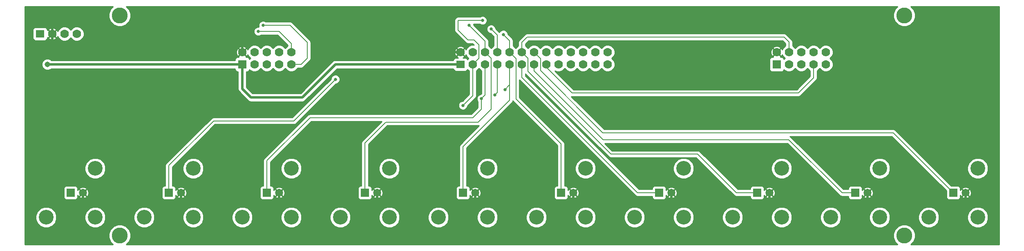
<source format=gbl>
G04 (created by PCBNEW (2013-jul-07)-stable) date Thu 13 Aug 2015 05:15:58 PM PDT*
%MOIN*%
G04 Gerber Fmt 3.4, Leading zero omitted, Abs format*
%FSLAX34Y34*%
G01*
G70*
G90*
G04 APERTURE LIST*
%ADD10C,0.00393701*%
%ADD11C,0.12*%
%ADD12R,0.065X0.065*%
%ADD13C,0.065*%
%ADD14R,0.07X0.07*%
%ADD15C,0.07*%
%ADD16C,0.13*%
%ADD17R,0.07X0.06*%
%ADD18C,0.045*%
%ADD19C,0.025*%
%ADD20C,0.02*%
%ADD21C,0.008*%
%ADD22C,0.01*%
G04 APERTURE END LIST*
G54D10*
G54D11*
X24120Y-41350D03*
X20120Y-41350D03*
G54D12*
X22120Y-39350D03*
G54D13*
X23120Y-39350D03*
G54D11*
X24120Y-37350D03*
X32120Y-41350D03*
X28120Y-41350D03*
G54D12*
X30120Y-39350D03*
G54D13*
X31120Y-39350D03*
G54D11*
X32120Y-37350D03*
X40120Y-41350D03*
X36120Y-41350D03*
G54D12*
X38120Y-39350D03*
G54D13*
X39120Y-39350D03*
G54D11*
X40120Y-37350D03*
X48120Y-41350D03*
X44120Y-41350D03*
G54D12*
X46120Y-39350D03*
G54D13*
X47120Y-39350D03*
G54D11*
X48120Y-37350D03*
X56120Y-41350D03*
X52120Y-41350D03*
G54D12*
X54120Y-39350D03*
G54D13*
X55120Y-39350D03*
G54D11*
X56120Y-37350D03*
X64120Y-41350D03*
X60120Y-41350D03*
G54D12*
X62120Y-39350D03*
G54D13*
X63120Y-39350D03*
G54D11*
X64120Y-37350D03*
X72120Y-41350D03*
X68120Y-41350D03*
G54D12*
X70120Y-39350D03*
G54D13*
X71120Y-39350D03*
G54D11*
X72120Y-37350D03*
X80120Y-41350D03*
X76120Y-41350D03*
G54D12*
X78120Y-39350D03*
G54D13*
X79120Y-39350D03*
G54D11*
X80120Y-37350D03*
X88120Y-41350D03*
X84120Y-41350D03*
G54D12*
X86120Y-39350D03*
G54D13*
X87120Y-39350D03*
G54D11*
X88120Y-37350D03*
X96120Y-41350D03*
X92120Y-41350D03*
G54D12*
X94120Y-39350D03*
G54D13*
X95120Y-39350D03*
G54D11*
X96120Y-37350D03*
G54D14*
X79720Y-28850D03*
G54D15*
X79720Y-27850D03*
X80720Y-28850D03*
X80720Y-27850D03*
X81720Y-28850D03*
X81720Y-27850D03*
X82720Y-28850D03*
X82720Y-27850D03*
X83720Y-28850D03*
X83720Y-27850D03*
G54D14*
X36120Y-28850D03*
G54D15*
X36120Y-27850D03*
X37120Y-28850D03*
X37120Y-27850D03*
X38120Y-28850D03*
X38120Y-27850D03*
X39120Y-28850D03*
X39120Y-27850D03*
X40120Y-28850D03*
X40120Y-27850D03*
G54D16*
X90120Y-42850D03*
X90120Y-24850D03*
X26120Y-42850D03*
X26120Y-24850D03*
G54D17*
X53920Y-28850D03*
G54D15*
X53920Y-27850D03*
X54920Y-28850D03*
X54920Y-27850D03*
X55920Y-28850D03*
X55920Y-27850D03*
X56920Y-28850D03*
X56920Y-27850D03*
X57920Y-28850D03*
X57920Y-27850D03*
X58920Y-28850D03*
X58920Y-27850D03*
X59920Y-28850D03*
X59920Y-27850D03*
X60920Y-28850D03*
X60920Y-27850D03*
X61920Y-28850D03*
X61920Y-27850D03*
X62920Y-28850D03*
X62920Y-27850D03*
X63920Y-28850D03*
X63920Y-27850D03*
X64920Y-28850D03*
X64920Y-27850D03*
X65920Y-28850D03*
X65920Y-27850D03*
G54D17*
X19620Y-26350D03*
G54D15*
X20620Y-26350D03*
X21620Y-26350D03*
X22620Y-26350D03*
G54D18*
X20220Y-28850D03*
G54D19*
X54120Y-32210D03*
X55720Y-25250D03*
X43720Y-30070D03*
X55620Y-31650D03*
X54620Y-25650D03*
X56720Y-31350D03*
X56420Y-25950D03*
X57540Y-30910D03*
X57420Y-26400D03*
X37820Y-25650D03*
X37420Y-26150D03*
G54D20*
X36120Y-28850D02*
X36120Y-30850D01*
X43720Y-28850D02*
X53920Y-28850D01*
X41020Y-31550D02*
X43720Y-28850D01*
X36820Y-31550D02*
X41020Y-31550D01*
X36120Y-30850D02*
X36820Y-31550D01*
X36120Y-28850D02*
X20220Y-28850D01*
G54D21*
X54920Y-31410D02*
X54920Y-28850D01*
X54120Y-32210D02*
X54920Y-31410D01*
X55420Y-28350D02*
X54920Y-28850D01*
X55420Y-27250D02*
X55420Y-28350D01*
X55020Y-26850D02*
X55420Y-27250D01*
X54520Y-26850D02*
X55020Y-26850D01*
X53720Y-26050D02*
X54520Y-26850D01*
X53720Y-25250D02*
X53720Y-26050D01*
X55720Y-25250D02*
X53720Y-25250D01*
X30120Y-37130D02*
X30120Y-39350D01*
X33780Y-33470D02*
X30120Y-37130D01*
X40320Y-33470D02*
X33780Y-33470D01*
X43720Y-30070D02*
X40320Y-33470D01*
X38120Y-39350D02*
X38120Y-36730D01*
X55620Y-32510D02*
X55620Y-31650D01*
X54920Y-33210D02*
X55620Y-32510D01*
X41640Y-33210D02*
X54920Y-33210D01*
X38120Y-36730D02*
X41640Y-33210D01*
X55920Y-28850D02*
X55920Y-31350D01*
X55920Y-31350D02*
X55620Y-31650D01*
X46120Y-39350D02*
X46120Y-35270D01*
X56420Y-28350D02*
X55920Y-27850D01*
X56420Y-32510D02*
X56420Y-28350D01*
X55360Y-33570D02*
X56420Y-32510D01*
X47820Y-33570D02*
X55360Y-33570D01*
X46120Y-35270D02*
X47820Y-33570D01*
X55920Y-26950D02*
X55920Y-27850D01*
X54620Y-25650D02*
X55920Y-26950D01*
X56920Y-31150D02*
X56920Y-28850D01*
X56720Y-31350D02*
X56920Y-31150D01*
X56920Y-26450D02*
X56920Y-27850D01*
X56420Y-25950D02*
X56920Y-26450D01*
X57900Y-30550D02*
X57920Y-30550D01*
X57540Y-30910D02*
X57900Y-30550D01*
X54120Y-39350D02*
X54120Y-35570D01*
X57920Y-31770D02*
X57920Y-30550D01*
X57920Y-30550D02*
X57920Y-28850D01*
X54120Y-35570D02*
X57920Y-31770D01*
X57920Y-26900D02*
X57920Y-27850D01*
X57420Y-26400D02*
X57920Y-26900D01*
X62120Y-39350D02*
X62120Y-35350D01*
X58440Y-28370D02*
X57920Y-27850D01*
X58440Y-31670D02*
X58440Y-28370D01*
X62120Y-35350D02*
X58440Y-31670D01*
X70120Y-39350D02*
X68360Y-39350D01*
X58920Y-29910D02*
X58920Y-28850D01*
X68360Y-39350D02*
X58920Y-29910D01*
X80720Y-27850D02*
X80720Y-27020D01*
X58920Y-27050D02*
X58920Y-27850D01*
X59360Y-26610D02*
X58920Y-27050D01*
X80310Y-26610D02*
X59360Y-26610D01*
X80720Y-27020D02*
X80310Y-26610D01*
X78120Y-39350D02*
X76420Y-39350D01*
X59420Y-28350D02*
X58920Y-27850D01*
X59420Y-29430D02*
X59420Y-28350D01*
X66180Y-36190D02*
X59420Y-29430D01*
X73260Y-36190D02*
X66180Y-36190D01*
X76420Y-39350D02*
X73260Y-36190D01*
G54D20*
X87110Y-40220D02*
X95090Y-40220D01*
X95120Y-40190D02*
X95120Y-39350D01*
X95090Y-40220D02*
X95120Y-40190D01*
X79000Y-40220D02*
X87110Y-40220D01*
X87120Y-40210D02*
X87120Y-39350D01*
X87110Y-40220D02*
X87120Y-40210D01*
X70750Y-40220D02*
X79000Y-40220D01*
X79000Y-40220D02*
X79010Y-40220D01*
X79120Y-40110D02*
X79120Y-39350D01*
X79010Y-40220D02*
X79120Y-40110D01*
X62940Y-40220D02*
X70750Y-40220D01*
X71120Y-39850D02*
X71120Y-39350D01*
X70750Y-40220D02*
X71120Y-39850D01*
X54900Y-40220D02*
X62940Y-40220D01*
X62940Y-40220D02*
X62970Y-40220D01*
X63120Y-40070D02*
X63120Y-39350D01*
X62970Y-40220D02*
X63120Y-40070D01*
X46920Y-40220D02*
X54900Y-40220D01*
X54900Y-40220D02*
X54910Y-40220D01*
X55120Y-40010D02*
X55120Y-39350D01*
X54910Y-40220D02*
X55120Y-40010D01*
X38830Y-40220D02*
X46920Y-40220D01*
X46920Y-40220D02*
X46930Y-40220D01*
X47120Y-40030D02*
X47120Y-39350D01*
X46930Y-40220D02*
X47120Y-40030D01*
X30890Y-40220D02*
X38830Y-40220D01*
X39120Y-39930D02*
X39120Y-39350D01*
X38830Y-40220D02*
X39120Y-39930D01*
X23120Y-39350D02*
X23120Y-40170D01*
X31120Y-39990D02*
X31120Y-39350D01*
X30820Y-40290D02*
X30890Y-40220D01*
X30890Y-40220D02*
X31120Y-39990D01*
X23240Y-40290D02*
X30820Y-40290D01*
X23120Y-40170D02*
X23240Y-40290D01*
X20620Y-26350D02*
X20620Y-27350D01*
X23120Y-40350D02*
X23120Y-39350D01*
X22640Y-40830D02*
X23120Y-40350D01*
X21880Y-40830D02*
X22640Y-40830D01*
X19360Y-38310D02*
X21880Y-40830D01*
X19360Y-28610D02*
X19360Y-38310D01*
X20620Y-27350D02*
X19360Y-28610D01*
X36120Y-27850D02*
X36120Y-26450D01*
X50120Y-27850D02*
X53920Y-27850D01*
X47420Y-25150D02*
X50120Y-27850D01*
X37420Y-25150D02*
X47420Y-25150D01*
X36120Y-26450D02*
X37420Y-25150D01*
X36120Y-27850D02*
X36120Y-27150D01*
X20620Y-25750D02*
X20620Y-26350D01*
X21020Y-25350D02*
X20620Y-25750D01*
X23120Y-25350D02*
X21020Y-25350D01*
X23820Y-26050D02*
X23120Y-25350D01*
X35020Y-26050D02*
X23820Y-26050D01*
X36120Y-27150D02*
X35020Y-26050D01*
G54D21*
X86120Y-39350D02*
X85040Y-39350D01*
X59920Y-29390D02*
X59920Y-28850D01*
X65540Y-35010D02*
X59920Y-29390D01*
X80700Y-35010D02*
X65540Y-35010D01*
X85040Y-39350D02*
X80700Y-35010D01*
X59920Y-27850D02*
X59920Y-27860D01*
X89220Y-34450D02*
X94120Y-39350D01*
X65530Y-34450D02*
X89220Y-34450D01*
X60440Y-29360D02*
X65530Y-34450D01*
X60440Y-28380D02*
X60440Y-29360D01*
X59920Y-27860D02*
X60440Y-28380D01*
X60920Y-28850D02*
X60920Y-29080D01*
X82720Y-29950D02*
X82720Y-28850D01*
X81480Y-31190D02*
X82720Y-29950D01*
X63030Y-31190D02*
X81480Y-31190D01*
X60920Y-29080D02*
X63030Y-31190D01*
X40120Y-28850D02*
X40920Y-28850D01*
X40020Y-25650D02*
X37820Y-25650D01*
X41420Y-27050D02*
X40020Y-25650D01*
X41420Y-28350D02*
X41420Y-27050D01*
X40920Y-28850D02*
X41420Y-28350D01*
X40120Y-27850D02*
X40120Y-27150D01*
X39120Y-26150D02*
X37420Y-26150D01*
X40120Y-27150D02*
X39120Y-26150D01*
G54D22*
X63070Y-30820D02*
X81439Y-30820D01*
X62990Y-30740D02*
X81519Y-30740D01*
X62910Y-30660D02*
X81599Y-30660D01*
X62830Y-30580D02*
X81679Y-30580D01*
X62750Y-30500D02*
X81759Y-30500D01*
X62670Y-30420D02*
X81839Y-30420D01*
X62590Y-30340D02*
X81919Y-30340D01*
X62510Y-30260D02*
X81999Y-30260D01*
X62430Y-30180D02*
X82079Y-30180D01*
X62350Y-30100D02*
X82159Y-30100D01*
X62270Y-30020D02*
X82239Y-30020D01*
X62190Y-29940D02*
X82319Y-29940D01*
X62110Y-29860D02*
X82399Y-29860D01*
X62030Y-29780D02*
X82430Y-29780D01*
X61950Y-29700D02*
X82430Y-29700D01*
X61870Y-29620D02*
X82430Y-29620D01*
X61790Y-29540D02*
X82430Y-29540D01*
X61710Y-29460D02*
X82430Y-29460D01*
X82005Y-29380D02*
X82430Y-29380D01*
X81005Y-29380D02*
X81434Y-29380D01*
X80242Y-29380D02*
X80434Y-29380D01*
X66205Y-29380D02*
X79198Y-29380D01*
X65205Y-29380D02*
X65634Y-29380D01*
X64205Y-29380D02*
X64634Y-29380D01*
X63205Y-29380D02*
X63634Y-29380D01*
X62205Y-29380D02*
X62634Y-29380D01*
X61630Y-29380D02*
X61634Y-29380D01*
X82116Y-29300D02*
X82323Y-29300D01*
X81116Y-29300D02*
X81323Y-29300D01*
X80297Y-29300D02*
X80323Y-29300D01*
X66317Y-29300D02*
X79142Y-29300D01*
X65316Y-29300D02*
X65523Y-29300D01*
X64316Y-29300D02*
X64522Y-29300D01*
X63317Y-29300D02*
X63523Y-29300D01*
X62316Y-29300D02*
X62523Y-29300D01*
X82196Y-29220D02*
X82243Y-29220D01*
X81195Y-29220D02*
X81243Y-29220D01*
X66397Y-29220D02*
X79121Y-29220D01*
X65396Y-29220D02*
X65443Y-29220D01*
X64396Y-29220D02*
X64442Y-29220D01*
X63397Y-29220D02*
X63443Y-29220D01*
X62395Y-29220D02*
X62443Y-29220D01*
X66448Y-29140D02*
X79121Y-29140D01*
X66481Y-29060D02*
X79121Y-29060D01*
X66514Y-28980D02*
X79121Y-28980D01*
X66519Y-28900D02*
X79121Y-28900D01*
X66519Y-28820D02*
X79121Y-28820D01*
X66519Y-28740D02*
X79121Y-28740D01*
X66490Y-28660D02*
X79121Y-28660D01*
X66457Y-28580D02*
X79121Y-28580D01*
X66417Y-28500D02*
X79121Y-28500D01*
X66337Y-28420D02*
X79134Y-28420D01*
X80262Y-28340D02*
X80363Y-28340D01*
X66276Y-28340D02*
X79178Y-28340D01*
X80142Y-28260D02*
X80283Y-28260D01*
X66356Y-28260D02*
X79300Y-28260D01*
X80043Y-28180D02*
X80208Y-28180D01*
X66431Y-28180D02*
X79397Y-28180D01*
X80144Y-28100D02*
X80174Y-28100D01*
X79963Y-28100D02*
X79977Y-28100D01*
X79463Y-28100D02*
X79477Y-28100D01*
X66464Y-28100D02*
X79290Y-28100D01*
X79883Y-28020D02*
X79897Y-28020D01*
X79543Y-28020D02*
X79557Y-28020D01*
X66497Y-28020D02*
X79260Y-28020D01*
X79803Y-27940D02*
X79817Y-27940D01*
X79623Y-27940D02*
X79637Y-27940D01*
X66519Y-27940D02*
X79230Y-27940D01*
X79723Y-27860D02*
X79737Y-27860D01*
X79703Y-27860D02*
X79717Y-27860D01*
X66519Y-27860D02*
X79231Y-27860D01*
X79783Y-27780D02*
X79797Y-27780D01*
X79643Y-27780D02*
X79657Y-27780D01*
X66519Y-27780D02*
X79233Y-27780D01*
X79863Y-27700D02*
X79877Y-27700D01*
X79563Y-27700D02*
X79577Y-27700D01*
X66507Y-27700D02*
X79251Y-27700D01*
X80157Y-27620D02*
X80167Y-27620D01*
X79943Y-27620D02*
X79957Y-27620D01*
X79483Y-27620D02*
X79497Y-27620D01*
X66474Y-27620D02*
X79287Y-27620D01*
X80080Y-27540D02*
X80200Y-27540D01*
X80023Y-27540D02*
X80037Y-27540D01*
X79403Y-27540D02*
X79417Y-27540D01*
X66440Y-27540D02*
X79361Y-27540D01*
X80017Y-27460D02*
X80263Y-27460D01*
X66377Y-27460D02*
X79424Y-27460D01*
X65378Y-27460D02*
X65463Y-27460D01*
X64377Y-27460D02*
X64462Y-27460D01*
X63378Y-27460D02*
X63463Y-27460D01*
X62377Y-27460D02*
X62463Y-27460D01*
X61378Y-27460D02*
X61463Y-27460D01*
X60378Y-27460D02*
X60463Y-27460D01*
X59377Y-27460D02*
X59462Y-27460D01*
X79868Y-27380D02*
X80343Y-27380D01*
X66297Y-27380D02*
X79579Y-27380D01*
X65298Y-27380D02*
X65543Y-27380D01*
X64297Y-27380D02*
X64543Y-27380D01*
X63298Y-27380D02*
X63543Y-27380D01*
X62297Y-27380D02*
X62543Y-27380D01*
X61298Y-27380D02*
X61543Y-27380D01*
X60298Y-27380D02*
X60543Y-27380D01*
X59297Y-27380D02*
X59543Y-27380D01*
X66158Y-27300D02*
X80430Y-27300D01*
X65158Y-27300D02*
X65683Y-27300D01*
X64158Y-27300D02*
X64683Y-27300D01*
X63158Y-27300D02*
X63683Y-27300D01*
X62158Y-27300D02*
X62683Y-27300D01*
X61158Y-27300D02*
X61683Y-27300D01*
X60158Y-27300D02*
X60683Y-27300D01*
X59210Y-27300D02*
X59683Y-27300D01*
X59210Y-27220D02*
X80430Y-27220D01*
X59240Y-27140D02*
X80430Y-27140D01*
X59320Y-27060D02*
X80350Y-27060D01*
X59400Y-26980D02*
X80270Y-26980D01*
X59480Y-26900D02*
X80190Y-26900D01*
X90677Y-43565D02*
X97845Y-43565D01*
X26677Y-43565D02*
X89562Y-43565D01*
X18395Y-43565D02*
X25562Y-43565D01*
X90757Y-43485D02*
X97845Y-43485D01*
X26757Y-43485D02*
X89482Y-43485D01*
X18395Y-43485D02*
X25482Y-43485D01*
X90837Y-43405D02*
X97845Y-43405D01*
X26837Y-43405D02*
X89402Y-43405D01*
X18395Y-43405D02*
X25402Y-43405D01*
X90897Y-43325D02*
X97845Y-43325D01*
X26897Y-43325D02*
X89342Y-43325D01*
X18395Y-43325D02*
X25342Y-43325D01*
X90930Y-43245D02*
X97845Y-43245D01*
X26930Y-43245D02*
X89309Y-43245D01*
X18395Y-43245D02*
X25309Y-43245D01*
X90963Y-43165D02*
X97845Y-43165D01*
X26963Y-43165D02*
X89276Y-43165D01*
X18395Y-43165D02*
X25276Y-43165D01*
X90997Y-43085D02*
X97845Y-43085D01*
X26997Y-43085D02*
X89243Y-43085D01*
X18395Y-43085D02*
X25243Y-43085D01*
X91020Y-43005D02*
X97845Y-43005D01*
X27020Y-43005D02*
X89220Y-43005D01*
X18395Y-43005D02*
X25220Y-43005D01*
X91020Y-42925D02*
X97845Y-42925D01*
X27020Y-42925D02*
X89220Y-42925D01*
X18395Y-42925D02*
X25220Y-42925D01*
X91020Y-42845D02*
X97845Y-42845D01*
X27020Y-42845D02*
X89220Y-42845D01*
X18395Y-42845D02*
X25220Y-42845D01*
X91020Y-42765D02*
X97845Y-42765D01*
X27020Y-42765D02*
X89220Y-42765D01*
X18395Y-42765D02*
X25220Y-42765D01*
X91020Y-42685D02*
X97845Y-42685D01*
X27020Y-42685D02*
X89220Y-42685D01*
X18395Y-42685D02*
X25220Y-42685D01*
X90993Y-42605D02*
X97845Y-42605D01*
X26993Y-42605D02*
X89248Y-42605D01*
X18395Y-42605D02*
X25248Y-42605D01*
X90960Y-42525D02*
X97845Y-42525D01*
X26960Y-42525D02*
X89281Y-42525D01*
X18395Y-42525D02*
X25281Y-42525D01*
X90927Y-42445D02*
X97845Y-42445D01*
X26927Y-42445D02*
X89314Y-42445D01*
X18395Y-42445D02*
X25314Y-42445D01*
X90893Y-42365D02*
X97845Y-42365D01*
X26893Y-42365D02*
X89348Y-42365D01*
X18395Y-42365D02*
X25348Y-42365D01*
X90828Y-42285D02*
X97845Y-42285D01*
X26828Y-42285D02*
X89413Y-42285D01*
X18395Y-42285D02*
X25413Y-42285D01*
X90748Y-42205D02*
X97845Y-42205D01*
X26748Y-42205D02*
X89493Y-42205D01*
X18395Y-42205D02*
X25493Y-42205D01*
X96469Y-42125D02*
X97845Y-42125D01*
X92469Y-42125D02*
X95770Y-42125D01*
X90668Y-42125D02*
X91770Y-42125D01*
X88469Y-42125D02*
X89573Y-42125D01*
X84469Y-42125D02*
X87770Y-42125D01*
X80469Y-42125D02*
X83770Y-42125D01*
X76469Y-42125D02*
X79770Y-42125D01*
X72469Y-42125D02*
X75770Y-42125D01*
X68469Y-42125D02*
X71770Y-42125D01*
X64469Y-42125D02*
X67770Y-42125D01*
X60469Y-42125D02*
X63770Y-42125D01*
X56469Y-42125D02*
X59770Y-42125D01*
X52469Y-42125D02*
X55770Y-42125D01*
X48469Y-42125D02*
X51770Y-42125D01*
X44469Y-42125D02*
X47770Y-42125D01*
X40469Y-42125D02*
X43770Y-42125D01*
X36469Y-42125D02*
X39770Y-42125D01*
X32469Y-42125D02*
X35770Y-42125D01*
X28469Y-42125D02*
X31770Y-42125D01*
X26668Y-42125D02*
X27770Y-42125D01*
X24469Y-42125D02*
X25573Y-42125D01*
X20469Y-42125D02*
X23770Y-42125D01*
X18395Y-42125D02*
X19770Y-42125D01*
X96626Y-42045D02*
X97845Y-42045D01*
X92626Y-42045D02*
X95613Y-42045D01*
X90528Y-42045D02*
X91613Y-42045D01*
X88626Y-42045D02*
X89713Y-42045D01*
X84626Y-42045D02*
X87613Y-42045D01*
X80626Y-42045D02*
X83613Y-42045D01*
X76626Y-42045D02*
X79613Y-42045D01*
X72626Y-42045D02*
X75613Y-42045D01*
X68626Y-42045D02*
X71613Y-42045D01*
X64626Y-42045D02*
X67613Y-42045D01*
X60626Y-42045D02*
X63613Y-42045D01*
X56626Y-42045D02*
X59613Y-42045D01*
X52626Y-42045D02*
X55613Y-42045D01*
X48626Y-42045D02*
X51613Y-42045D01*
X44626Y-42045D02*
X47613Y-42045D01*
X40626Y-42045D02*
X43613Y-42045D01*
X36626Y-42045D02*
X39613Y-42045D01*
X32626Y-42045D02*
X35613Y-42045D01*
X28626Y-42045D02*
X31613Y-42045D01*
X26528Y-42045D02*
X27613Y-42045D01*
X24626Y-42045D02*
X25713Y-42045D01*
X20626Y-42045D02*
X23613Y-42045D01*
X18395Y-42045D02*
X19613Y-42045D01*
X96706Y-41965D02*
X97845Y-41965D01*
X92706Y-41965D02*
X95533Y-41965D01*
X90336Y-41965D02*
X91533Y-41965D01*
X88706Y-41965D02*
X89906Y-41965D01*
X84706Y-41965D02*
X87533Y-41965D01*
X80706Y-41965D02*
X83533Y-41965D01*
X76706Y-41965D02*
X79533Y-41965D01*
X72706Y-41965D02*
X75533Y-41965D01*
X68706Y-41965D02*
X71533Y-41965D01*
X64706Y-41965D02*
X67533Y-41965D01*
X60706Y-41965D02*
X63533Y-41965D01*
X56706Y-41965D02*
X59533Y-41965D01*
X52706Y-41965D02*
X55533Y-41965D01*
X48706Y-41965D02*
X51533Y-41965D01*
X44706Y-41965D02*
X47533Y-41965D01*
X40706Y-41965D02*
X43533Y-41965D01*
X36706Y-41965D02*
X39533Y-41965D01*
X32706Y-41965D02*
X35533Y-41965D01*
X28706Y-41965D02*
X31533Y-41965D01*
X26336Y-41965D02*
X27533Y-41965D01*
X24706Y-41965D02*
X25906Y-41965D01*
X20706Y-41965D02*
X23533Y-41965D01*
X18395Y-41965D02*
X19533Y-41965D01*
X96786Y-41885D02*
X97845Y-41885D01*
X92786Y-41885D02*
X95453Y-41885D01*
X88786Y-41885D02*
X91453Y-41885D01*
X84786Y-41885D02*
X87453Y-41885D01*
X80786Y-41885D02*
X83453Y-41885D01*
X76786Y-41885D02*
X79453Y-41885D01*
X72786Y-41885D02*
X75453Y-41885D01*
X68786Y-41885D02*
X71453Y-41885D01*
X64786Y-41885D02*
X67453Y-41885D01*
X60786Y-41885D02*
X63453Y-41885D01*
X56786Y-41885D02*
X59453Y-41885D01*
X52786Y-41885D02*
X55453Y-41885D01*
X48786Y-41885D02*
X51453Y-41885D01*
X44786Y-41885D02*
X47453Y-41885D01*
X40786Y-41885D02*
X43453Y-41885D01*
X36786Y-41885D02*
X39453Y-41885D01*
X32786Y-41885D02*
X35453Y-41885D01*
X28786Y-41885D02*
X31453Y-41885D01*
X24786Y-41885D02*
X27453Y-41885D01*
X20786Y-41885D02*
X23453Y-41885D01*
X18395Y-41885D02*
X19453Y-41885D01*
X96851Y-41805D02*
X97845Y-41805D01*
X92851Y-41805D02*
X95388Y-41805D01*
X88851Y-41805D02*
X91388Y-41805D01*
X84851Y-41805D02*
X87388Y-41805D01*
X80851Y-41805D02*
X83388Y-41805D01*
X76851Y-41805D02*
X79388Y-41805D01*
X72851Y-41805D02*
X75388Y-41805D01*
X68851Y-41805D02*
X71388Y-41805D01*
X64851Y-41805D02*
X67388Y-41805D01*
X60851Y-41805D02*
X63388Y-41805D01*
X56851Y-41805D02*
X59388Y-41805D01*
X52851Y-41805D02*
X55388Y-41805D01*
X48851Y-41805D02*
X51388Y-41805D01*
X44851Y-41805D02*
X47388Y-41805D01*
X40851Y-41805D02*
X43388Y-41805D01*
X36851Y-41805D02*
X39388Y-41805D01*
X32851Y-41805D02*
X35388Y-41805D01*
X28851Y-41805D02*
X31388Y-41805D01*
X24851Y-41805D02*
X27388Y-41805D01*
X20851Y-41805D02*
X23388Y-41805D01*
X18395Y-41805D02*
X19388Y-41805D01*
X96884Y-41725D02*
X97845Y-41725D01*
X92884Y-41725D02*
X95355Y-41725D01*
X88884Y-41725D02*
X91355Y-41725D01*
X84884Y-41725D02*
X87355Y-41725D01*
X80884Y-41725D02*
X83355Y-41725D01*
X76884Y-41725D02*
X79355Y-41725D01*
X72884Y-41725D02*
X75355Y-41725D01*
X68884Y-41725D02*
X71355Y-41725D01*
X64884Y-41725D02*
X67355Y-41725D01*
X60884Y-41725D02*
X63355Y-41725D01*
X56884Y-41725D02*
X59355Y-41725D01*
X52884Y-41725D02*
X55355Y-41725D01*
X48884Y-41725D02*
X51355Y-41725D01*
X44884Y-41725D02*
X47355Y-41725D01*
X40884Y-41725D02*
X43355Y-41725D01*
X36884Y-41725D02*
X39355Y-41725D01*
X32884Y-41725D02*
X35355Y-41725D01*
X28884Y-41725D02*
X31355Y-41725D01*
X24884Y-41725D02*
X27355Y-41725D01*
X20884Y-41725D02*
X23355Y-41725D01*
X18395Y-41725D02*
X19355Y-41725D01*
X96917Y-41645D02*
X97845Y-41645D01*
X92917Y-41645D02*
X95322Y-41645D01*
X88917Y-41645D02*
X91322Y-41645D01*
X84917Y-41645D02*
X87322Y-41645D01*
X80917Y-41645D02*
X83322Y-41645D01*
X76917Y-41645D02*
X79322Y-41645D01*
X72917Y-41645D02*
X75322Y-41645D01*
X68917Y-41645D02*
X71322Y-41645D01*
X64917Y-41645D02*
X67322Y-41645D01*
X60917Y-41645D02*
X63322Y-41645D01*
X56917Y-41645D02*
X59322Y-41645D01*
X52917Y-41645D02*
X55322Y-41645D01*
X48917Y-41645D02*
X51322Y-41645D01*
X44917Y-41645D02*
X47322Y-41645D01*
X40917Y-41645D02*
X43322Y-41645D01*
X36917Y-41645D02*
X39322Y-41645D01*
X32917Y-41645D02*
X35322Y-41645D01*
X28917Y-41645D02*
X31322Y-41645D01*
X24917Y-41645D02*
X27322Y-41645D01*
X20917Y-41645D02*
X23322Y-41645D01*
X18395Y-41645D02*
X19322Y-41645D01*
X96951Y-41565D02*
X97845Y-41565D01*
X92951Y-41565D02*
X95289Y-41565D01*
X88951Y-41565D02*
X91289Y-41565D01*
X84951Y-41565D02*
X87289Y-41565D01*
X80951Y-41565D02*
X83289Y-41565D01*
X76951Y-41565D02*
X79289Y-41565D01*
X72951Y-41565D02*
X75289Y-41565D01*
X68951Y-41565D02*
X71289Y-41565D01*
X64951Y-41565D02*
X67289Y-41565D01*
X60951Y-41565D02*
X63289Y-41565D01*
X56951Y-41565D02*
X59289Y-41565D01*
X52951Y-41565D02*
X55289Y-41565D01*
X48951Y-41565D02*
X51289Y-41565D01*
X44951Y-41565D02*
X47289Y-41565D01*
X40951Y-41565D02*
X43289Y-41565D01*
X36951Y-41565D02*
X39289Y-41565D01*
X32951Y-41565D02*
X35289Y-41565D01*
X28951Y-41565D02*
X31289Y-41565D01*
X24951Y-41565D02*
X27289Y-41565D01*
X20951Y-41565D02*
X23289Y-41565D01*
X18395Y-41565D02*
X19289Y-41565D01*
X96970Y-41485D02*
X97845Y-41485D01*
X92970Y-41485D02*
X95270Y-41485D01*
X88970Y-41485D02*
X91270Y-41485D01*
X84970Y-41485D02*
X87270Y-41485D01*
X80970Y-41485D02*
X83270Y-41485D01*
X76970Y-41485D02*
X79270Y-41485D01*
X72970Y-41485D02*
X75270Y-41485D01*
X68970Y-41485D02*
X71270Y-41485D01*
X64970Y-41485D02*
X67270Y-41485D01*
X60970Y-41485D02*
X63270Y-41485D01*
X56970Y-41485D02*
X59270Y-41485D01*
X52970Y-41485D02*
X55270Y-41485D01*
X48970Y-41485D02*
X51270Y-41485D01*
X44970Y-41485D02*
X47270Y-41485D01*
X40970Y-41485D02*
X43270Y-41485D01*
X36970Y-41485D02*
X39270Y-41485D01*
X32970Y-41485D02*
X35270Y-41485D01*
X28970Y-41485D02*
X31270Y-41485D01*
X24970Y-41485D02*
X27270Y-41485D01*
X20970Y-41485D02*
X23270Y-41485D01*
X18395Y-41485D02*
X19270Y-41485D01*
X96970Y-41405D02*
X97845Y-41405D01*
X92970Y-41405D02*
X95270Y-41405D01*
X88970Y-41405D02*
X91270Y-41405D01*
X84970Y-41405D02*
X87270Y-41405D01*
X80970Y-41405D02*
X83270Y-41405D01*
X76970Y-41405D02*
X79270Y-41405D01*
X72970Y-41405D02*
X75270Y-41405D01*
X68970Y-41405D02*
X71270Y-41405D01*
X64970Y-41405D02*
X67270Y-41405D01*
X60970Y-41405D02*
X63270Y-41405D01*
X56970Y-41405D02*
X59270Y-41405D01*
X52970Y-41405D02*
X55270Y-41405D01*
X48970Y-41405D02*
X51270Y-41405D01*
X44970Y-41405D02*
X47270Y-41405D01*
X40970Y-41405D02*
X43270Y-41405D01*
X36970Y-41405D02*
X39270Y-41405D01*
X32970Y-41405D02*
X35270Y-41405D01*
X28970Y-41405D02*
X31270Y-41405D01*
X24970Y-41405D02*
X27270Y-41405D01*
X20970Y-41405D02*
X23270Y-41405D01*
X18395Y-41405D02*
X19270Y-41405D01*
X96970Y-41325D02*
X97845Y-41325D01*
X92970Y-41325D02*
X95270Y-41325D01*
X88970Y-41325D02*
X91270Y-41325D01*
X84970Y-41325D02*
X87270Y-41325D01*
X80970Y-41325D02*
X83270Y-41325D01*
X76970Y-41325D02*
X79270Y-41325D01*
X72970Y-41325D02*
X75270Y-41325D01*
X68970Y-41325D02*
X71270Y-41325D01*
X64970Y-41325D02*
X67270Y-41325D01*
X60970Y-41325D02*
X63270Y-41325D01*
X56970Y-41325D02*
X59270Y-41325D01*
X52970Y-41325D02*
X55270Y-41325D01*
X48970Y-41325D02*
X51270Y-41325D01*
X44970Y-41325D02*
X47270Y-41325D01*
X40970Y-41325D02*
X43270Y-41325D01*
X36970Y-41325D02*
X39270Y-41325D01*
X32970Y-41325D02*
X35270Y-41325D01*
X28970Y-41325D02*
X31270Y-41325D01*
X24970Y-41325D02*
X27270Y-41325D01*
X20970Y-41325D02*
X23270Y-41325D01*
X18395Y-41325D02*
X19270Y-41325D01*
X96970Y-41245D02*
X97845Y-41245D01*
X92970Y-41245D02*
X95270Y-41245D01*
X88970Y-41245D02*
X91270Y-41245D01*
X84970Y-41245D02*
X87270Y-41245D01*
X80970Y-41245D02*
X83270Y-41245D01*
X76970Y-41245D02*
X79270Y-41245D01*
X72970Y-41245D02*
X75270Y-41245D01*
X68970Y-41245D02*
X71270Y-41245D01*
X64970Y-41245D02*
X67270Y-41245D01*
X60970Y-41245D02*
X63270Y-41245D01*
X56970Y-41245D02*
X59270Y-41245D01*
X52970Y-41245D02*
X55270Y-41245D01*
X48970Y-41245D02*
X51270Y-41245D01*
X44970Y-41245D02*
X47270Y-41245D01*
X40970Y-41245D02*
X43270Y-41245D01*
X36970Y-41245D02*
X39270Y-41245D01*
X32970Y-41245D02*
X35270Y-41245D01*
X28970Y-41245D02*
X31270Y-41245D01*
X24970Y-41245D02*
X27270Y-41245D01*
X20970Y-41245D02*
X23270Y-41245D01*
X18395Y-41245D02*
X19270Y-41245D01*
X96963Y-41165D02*
X97845Y-41165D01*
X92963Y-41165D02*
X95277Y-41165D01*
X88963Y-41165D02*
X91277Y-41165D01*
X84963Y-41165D02*
X87277Y-41165D01*
X80963Y-41165D02*
X83277Y-41165D01*
X76963Y-41165D02*
X79277Y-41165D01*
X72963Y-41165D02*
X75277Y-41165D01*
X68963Y-41165D02*
X71277Y-41165D01*
X64963Y-41165D02*
X67277Y-41165D01*
X60963Y-41165D02*
X63277Y-41165D01*
X56963Y-41165D02*
X59277Y-41165D01*
X52963Y-41165D02*
X55277Y-41165D01*
X48963Y-41165D02*
X51277Y-41165D01*
X44963Y-41165D02*
X47277Y-41165D01*
X40963Y-41165D02*
X43277Y-41165D01*
X36963Y-41165D02*
X39277Y-41165D01*
X32963Y-41165D02*
X35277Y-41165D01*
X28963Y-41165D02*
X31277Y-41165D01*
X24963Y-41165D02*
X27277Y-41165D01*
X20963Y-41165D02*
X23277Y-41165D01*
X18395Y-41165D02*
X19277Y-41165D01*
X96930Y-41085D02*
X97845Y-41085D01*
X92930Y-41085D02*
X95310Y-41085D01*
X88930Y-41085D02*
X91310Y-41085D01*
X84930Y-41085D02*
X87310Y-41085D01*
X80930Y-41085D02*
X83310Y-41085D01*
X76930Y-41085D02*
X79310Y-41085D01*
X72930Y-41085D02*
X75310Y-41085D01*
X68930Y-41085D02*
X71310Y-41085D01*
X64930Y-41085D02*
X67310Y-41085D01*
X60930Y-41085D02*
X63310Y-41085D01*
X56930Y-41085D02*
X59310Y-41085D01*
X52930Y-41085D02*
X55310Y-41085D01*
X48930Y-41085D02*
X51310Y-41085D01*
X44930Y-41085D02*
X47310Y-41085D01*
X40930Y-41085D02*
X43310Y-41085D01*
X36930Y-41085D02*
X39310Y-41085D01*
X32930Y-41085D02*
X35310Y-41085D01*
X28930Y-41085D02*
X31310Y-41085D01*
X24930Y-41085D02*
X27310Y-41085D01*
X20930Y-41085D02*
X23310Y-41085D01*
X18395Y-41085D02*
X19310Y-41085D01*
X96897Y-41005D02*
X97845Y-41005D01*
X92897Y-41005D02*
X95343Y-41005D01*
X88897Y-41005D02*
X91343Y-41005D01*
X84897Y-41005D02*
X87343Y-41005D01*
X80897Y-41005D02*
X83343Y-41005D01*
X76897Y-41005D02*
X79343Y-41005D01*
X72897Y-41005D02*
X75343Y-41005D01*
X68897Y-41005D02*
X71343Y-41005D01*
X64897Y-41005D02*
X67343Y-41005D01*
X60897Y-41005D02*
X63343Y-41005D01*
X56897Y-41005D02*
X59343Y-41005D01*
X52897Y-41005D02*
X55343Y-41005D01*
X48897Y-41005D02*
X51343Y-41005D01*
X44897Y-41005D02*
X47343Y-41005D01*
X40897Y-41005D02*
X43343Y-41005D01*
X36897Y-41005D02*
X39343Y-41005D01*
X32897Y-41005D02*
X35343Y-41005D01*
X28897Y-41005D02*
X31343Y-41005D01*
X24897Y-41005D02*
X27343Y-41005D01*
X20897Y-41005D02*
X23343Y-41005D01*
X18395Y-41005D02*
X19343Y-41005D01*
X96864Y-40925D02*
X97845Y-40925D01*
X92864Y-40925D02*
X95377Y-40925D01*
X88864Y-40925D02*
X91377Y-40925D01*
X84864Y-40925D02*
X87377Y-40925D01*
X80864Y-40925D02*
X83377Y-40925D01*
X76864Y-40925D02*
X79377Y-40925D01*
X72864Y-40925D02*
X75377Y-40925D01*
X68864Y-40925D02*
X71377Y-40925D01*
X64864Y-40925D02*
X67377Y-40925D01*
X60864Y-40925D02*
X63377Y-40925D01*
X56864Y-40925D02*
X59377Y-40925D01*
X52864Y-40925D02*
X55377Y-40925D01*
X48864Y-40925D02*
X51377Y-40925D01*
X44864Y-40925D02*
X47377Y-40925D01*
X40864Y-40925D02*
X43377Y-40925D01*
X36864Y-40925D02*
X39377Y-40925D01*
X32864Y-40925D02*
X35377Y-40925D01*
X28864Y-40925D02*
X31377Y-40925D01*
X24864Y-40925D02*
X27377Y-40925D01*
X20864Y-40925D02*
X23377Y-40925D01*
X18395Y-40925D02*
X19377Y-40925D01*
X96817Y-40845D02*
X97845Y-40845D01*
X92817Y-40845D02*
X95423Y-40845D01*
X88817Y-40845D02*
X91424Y-40845D01*
X84817Y-40845D02*
X87423Y-40845D01*
X80817Y-40845D02*
X83424Y-40845D01*
X76817Y-40845D02*
X79423Y-40845D01*
X72817Y-40845D02*
X75424Y-40845D01*
X68817Y-40845D02*
X71423Y-40845D01*
X64817Y-40845D02*
X67424Y-40845D01*
X60817Y-40845D02*
X63423Y-40845D01*
X56817Y-40845D02*
X59424Y-40845D01*
X52817Y-40845D02*
X55423Y-40845D01*
X48817Y-40845D02*
X51424Y-40845D01*
X44817Y-40845D02*
X47423Y-40845D01*
X40817Y-40845D02*
X43424Y-40845D01*
X36817Y-40845D02*
X39423Y-40845D01*
X32817Y-40845D02*
X35424Y-40845D01*
X28817Y-40845D02*
X31423Y-40845D01*
X24817Y-40845D02*
X27424Y-40845D01*
X20817Y-40845D02*
X23423Y-40845D01*
X18395Y-40845D02*
X19424Y-40845D01*
X96737Y-40765D02*
X97845Y-40765D01*
X92737Y-40765D02*
X95504Y-40765D01*
X88737Y-40765D02*
X91504Y-40765D01*
X84737Y-40765D02*
X87504Y-40765D01*
X80737Y-40765D02*
X83504Y-40765D01*
X76737Y-40765D02*
X79504Y-40765D01*
X72737Y-40765D02*
X75504Y-40765D01*
X68737Y-40765D02*
X71504Y-40765D01*
X64737Y-40765D02*
X67504Y-40765D01*
X60737Y-40765D02*
X63504Y-40765D01*
X56737Y-40765D02*
X59504Y-40765D01*
X52737Y-40765D02*
X55504Y-40765D01*
X48737Y-40765D02*
X51504Y-40765D01*
X44737Y-40765D02*
X47504Y-40765D01*
X40737Y-40765D02*
X43504Y-40765D01*
X36737Y-40765D02*
X39504Y-40765D01*
X32737Y-40765D02*
X35504Y-40765D01*
X28737Y-40765D02*
X31504Y-40765D01*
X24737Y-40765D02*
X27504Y-40765D01*
X20737Y-40765D02*
X23504Y-40765D01*
X18395Y-40765D02*
X19504Y-40765D01*
X96657Y-40685D02*
X97845Y-40685D01*
X92657Y-40685D02*
X95584Y-40685D01*
X88657Y-40685D02*
X91584Y-40685D01*
X84657Y-40685D02*
X87584Y-40685D01*
X80657Y-40685D02*
X83584Y-40685D01*
X76657Y-40685D02*
X79584Y-40685D01*
X72657Y-40685D02*
X75584Y-40685D01*
X68657Y-40685D02*
X71584Y-40685D01*
X64657Y-40685D02*
X67584Y-40685D01*
X60657Y-40685D02*
X63584Y-40685D01*
X56657Y-40685D02*
X59584Y-40685D01*
X52657Y-40685D02*
X55584Y-40685D01*
X48657Y-40685D02*
X51584Y-40685D01*
X44657Y-40685D02*
X47584Y-40685D01*
X40657Y-40685D02*
X43584Y-40685D01*
X36657Y-40685D02*
X39584Y-40685D01*
X32657Y-40685D02*
X35584Y-40685D01*
X28657Y-40685D02*
X31584Y-40685D01*
X24657Y-40685D02*
X27584Y-40685D01*
X20657Y-40685D02*
X23584Y-40685D01*
X18395Y-40685D02*
X19584Y-40685D01*
X96542Y-40605D02*
X97845Y-40605D01*
X92542Y-40605D02*
X95698Y-40605D01*
X88542Y-40605D02*
X91699Y-40605D01*
X84542Y-40605D02*
X87698Y-40605D01*
X80542Y-40605D02*
X83699Y-40605D01*
X76542Y-40605D02*
X79698Y-40605D01*
X72542Y-40605D02*
X75699Y-40605D01*
X68542Y-40605D02*
X71698Y-40605D01*
X64542Y-40605D02*
X67699Y-40605D01*
X60542Y-40605D02*
X63698Y-40605D01*
X56542Y-40605D02*
X59699Y-40605D01*
X52542Y-40605D02*
X55698Y-40605D01*
X48542Y-40605D02*
X51699Y-40605D01*
X44542Y-40605D02*
X47698Y-40605D01*
X40542Y-40605D02*
X43699Y-40605D01*
X36542Y-40605D02*
X39698Y-40605D01*
X32542Y-40605D02*
X35699Y-40605D01*
X28542Y-40605D02*
X31698Y-40605D01*
X24542Y-40605D02*
X27699Y-40605D01*
X20542Y-40605D02*
X23698Y-40605D01*
X18395Y-40605D02*
X19699Y-40605D01*
X96350Y-40525D02*
X97845Y-40525D01*
X92350Y-40525D02*
X95890Y-40525D01*
X88350Y-40525D02*
X91892Y-40525D01*
X84350Y-40525D02*
X87890Y-40525D01*
X80350Y-40525D02*
X83892Y-40525D01*
X76350Y-40525D02*
X79890Y-40525D01*
X72350Y-40525D02*
X75892Y-40525D01*
X68350Y-40525D02*
X71890Y-40525D01*
X64350Y-40525D02*
X67892Y-40525D01*
X60350Y-40525D02*
X63890Y-40525D01*
X56350Y-40525D02*
X59892Y-40525D01*
X52350Y-40525D02*
X55890Y-40525D01*
X48350Y-40525D02*
X51892Y-40525D01*
X44350Y-40525D02*
X47890Y-40525D01*
X40350Y-40525D02*
X43892Y-40525D01*
X36350Y-40525D02*
X39890Y-40525D01*
X32350Y-40525D02*
X35892Y-40525D01*
X28350Y-40525D02*
X31890Y-40525D01*
X24350Y-40525D02*
X27892Y-40525D01*
X20350Y-40525D02*
X23890Y-40525D01*
X18395Y-40525D02*
X19892Y-40525D01*
X18395Y-40445D02*
X97845Y-40445D01*
X18395Y-40365D02*
X97845Y-40365D01*
X18395Y-40285D02*
X97845Y-40285D01*
X18395Y-40205D02*
X97845Y-40205D01*
X18395Y-40125D02*
X97845Y-40125D01*
X18395Y-40045D02*
X97845Y-40045D01*
X18395Y-39965D02*
X97845Y-39965D01*
X94587Y-39885D02*
X97845Y-39885D01*
X86587Y-39885D02*
X93653Y-39885D01*
X78587Y-39885D02*
X85653Y-39885D01*
X70587Y-39885D02*
X77653Y-39885D01*
X62587Y-39885D02*
X69653Y-39885D01*
X54587Y-39885D02*
X61653Y-39885D01*
X46587Y-39885D02*
X53653Y-39885D01*
X38587Y-39885D02*
X45653Y-39885D01*
X30587Y-39885D02*
X37653Y-39885D01*
X22587Y-39885D02*
X29653Y-39885D01*
X18395Y-39885D02*
X21653Y-39885D01*
X95229Y-39805D02*
X97845Y-39805D01*
X94660Y-39805D02*
X94999Y-39805D01*
X87229Y-39805D02*
X93579Y-39805D01*
X86660Y-39805D02*
X86999Y-39805D01*
X79229Y-39805D02*
X85579Y-39805D01*
X78660Y-39805D02*
X78999Y-39805D01*
X71229Y-39805D02*
X77579Y-39805D01*
X70660Y-39805D02*
X70999Y-39805D01*
X63229Y-39805D02*
X69579Y-39805D01*
X62660Y-39805D02*
X62999Y-39805D01*
X55229Y-39805D02*
X61579Y-39805D01*
X54660Y-39805D02*
X54999Y-39805D01*
X47229Y-39805D02*
X53579Y-39805D01*
X46660Y-39805D02*
X46999Y-39805D01*
X39229Y-39805D02*
X45579Y-39805D01*
X38660Y-39805D02*
X38999Y-39805D01*
X31229Y-39805D02*
X37579Y-39805D01*
X30660Y-39805D02*
X30999Y-39805D01*
X23229Y-39805D02*
X29579Y-39805D01*
X22660Y-39805D02*
X22999Y-39805D01*
X18395Y-39805D02*
X21579Y-39805D01*
X95398Y-39725D02*
X97845Y-39725D01*
X94694Y-39725D02*
X94841Y-39725D01*
X87398Y-39725D02*
X93546Y-39725D01*
X86694Y-39725D02*
X86841Y-39725D01*
X79398Y-39725D02*
X85546Y-39725D01*
X78694Y-39725D02*
X78841Y-39725D01*
X71398Y-39725D02*
X77546Y-39725D01*
X70694Y-39725D02*
X70841Y-39725D01*
X63398Y-39725D02*
X69546Y-39725D01*
X62694Y-39725D02*
X62841Y-39725D01*
X55398Y-39725D02*
X61546Y-39725D01*
X54694Y-39725D02*
X54841Y-39725D01*
X47398Y-39725D02*
X53546Y-39725D01*
X46694Y-39725D02*
X46841Y-39725D01*
X39398Y-39725D02*
X45546Y-39725D01*
X38694Y-39725D02*
X38841Y-39725D01*
X31398Y-39725D02*
X37546Y-39725D01*
X30694Y-39725D02*
X30841Y-39725D01*
X23398Y-39725D02*
X29546Y-39725D01*
X22694Y-39725D02*
X22841Y-39725D01*
X18395Y-39725D02*
X21546Y-39725D01*
X95456Y-39645D02*
X97845Y-39645D01*
X95408Y-39645D02*
X95422Y-39645D01*
X94817Y-39645D02*
X94833Y-39645D01*
X94694Y-39645D02*
X94783Y-39645D01*
X87456Y-39645D02*
X93546Y-39645D01*
X87408Y-39645D02*
X87422Y-39645D01*
X86817Y-39645D02*
X86833Y-39645D01*
X86694Y-39645D02*
X86783Y-39645D01*
X79456Y-39645D02*
X85546Y-39645D01*
X79408Y-39645D02*
X79422Y-39645D01*
X78817Y-39645D02*
X78833Y-39645D01*
X78694Y-39645D02*
X78783Y-39645D01*
X71456Y-39645D02*
X77546Y-39645D01*
X71408Y-39645D02*
X71422Y-39645D01*
X70817Y-39645D02*
X70833Y-39645D01*
X70694Y-39645D02*
X70783Y-39645D01*
X63456Y-39645D02*
X69546Y-39645D01*
X63408Y-39645D02*
X63422Y-39645D01*
X62817Y-39645D02*
X62833Y-39645D01*
X62694Y-39645D02*
X62783Y-39645D01*
X55456Y-39645D02*
X61546Y-39645D01*
X55408Y-39645D02*
X55422Y-39645D01*
X54817Y-39645D02*
X54833Y-39645D01*
X54694Y-39645D02*
X54783Y-39645D01*
X47456Y-39645D02*
X53546Y-39645D01*
X47408Y-39645D02*
X47422Y-39645D01*
X46817Y-39645D02*
X46833Y-39645D01*
X46694Y-39645D02*
X46783Y-39645D01*
X39456Y-39645D02*
X45546Y-39645D01*
X39408Y-39645D02*
X39422Y-39645D01*
X38817Y-39645D02*
X38833Y-39645D01*
X38694Y-39645D02*
X38783Y-39645D01*
X31456Y-39645D02*
X37546Y-39645D01*
X31408Y-39645D02*
X31422Y-39645D01*
X30817Y-39645D02*
X30833Y-39645D01*
X30694Y-39645D02*
X30783Y-39645D01*
X23456Y-39645D02*
X29546Y-39645D01*
X23408Y-39645D02*
X23422Y-39645D01*
X22817Y-39645D02*
X22833Y-39645D01*
X22694Y-39645D02*
X22783Y-39645D01*
X18395Y-39645D02*
X21546Y-39645D01*
X95532Y-39565D02*
X97845Y-39565D01*
X95328Y-39565D02*
X95342Y-39565D01*
X94897Y-39565D02*
X94913Y-39565D01*
X94694Y-39565D02*
X94705Y-39565D01*
X87532Y-39565D02*
X93546Y-39565D01*
X87328Y-39565D02*
X87342Y-39565D01*
X86897Y-39565D02*
X86913Y-39565D01*
X86694Y-39565D02*
X86705Y-39565D01*
X79532Y-39565D02*
X84848Y-39565D01*
X79328Y-39565D02*
X79342Y-39565D01*
X78897Y-39565D02*
X78913Y-39565D01*
X78694Y-39565D02*
X78705Y-39565D01*
X71532Y-39565D02*
X76230Y-39565D01*
X71328Y-39565D02*
X71342Y-39565D01*
X70897Y-39565D02*
X70913Y-39565D01*
X70694Y-39565D02*
X70705Y-39565D01*
X63532Y-39565D02*
X68170Y-39565D01*
X63328Y-39565D02*
X63342Y-39565D01*
X62897Y-39565D02*
X62913Y-39565D01*
X62694Y-39565D02*
X62705Y-39565D01*
X55532Y-39565D02*
X61546Y-39565D01*
X55328Y-39565D02*
X55342Y-39565D01*
X54897Y-39565D02*
X54913Y-39565D01*
X54694Y-39565D02*
X54705Y-39565D01*
X47532Y-39565D02*
X53546Y-39565D01*
X47328Y-39565D02*
X47342Y-39565D01*
X46897Y-39565D02*
X46913Y-39565D01*
X46694Y-39565D02*
X46705Y-39565D01*
X39532Y-39565D02*
X45546Y-39565D01*
X39328Y-39565D02*
X39342Y-39565D01*
X38897Y-39565D02*
X38913Y-39565D01*
X38694Y-39565D02*
X38705Y-39565D01*
X31532Y-39565D02*
X37546Y-39565D01*
X31328Y-39565D02*
X31342Y-39565D01*
X30897Y-39565D02*
X30913Y-39565D01*
X30694Y-39565D02*
X30705Y-39565D01*
X23532Y-39565D02*
X29546Y-39565D01*
X23328Y-39565D02*
X23342Y-39565D01*
X22897Y-39565D02*
X22913Y-39565D01*
X22694Y-39565D02*
X22705Y-39565D01*
X18395Y-39565D02*
X21546Y-39565D01*
X95568Y-39485D02*
X97845Y-39485D01*
X95248Y-39485D02*
X95262Y-39485D01*
X94977Y-39485D02*
X94993Y-39485D01*
X87568Y-39485D02*
X93546Y-39485D01*
X87248Y-39485D02*
X87262Y-39485D01*
X86977Y-39485D02*
X86993Y-39485D01*
X79568Y-39485D02*
X84764Y-39485D01*
X79248Y-39485D02*
X79262Y-39485D01*
X78977Y-39485D02*
X78993Y-39485D01*
X71568Y-39485D02*
X76144Y-39485D01*
X71248Y-39485D02*
X71262Y-39485D01*
X70977Y-39485D02*
X70993Y-39485D01*
X63568Y-39485D02*
X68085Y-39485D01*
X63248Y-39485D02*
X63262Y-39485D01*
X62977Y-39485D02*
X62993Y-39485D01*
X55568Y-39485D02*
X61546Y-39485D01*
X55248Y-39485D02*
X55262Y-39485D01*
X54977Y-39485D02*
X54993Y-39485D01*
X47568Y-39485D02*
X53546Y-39485D01*
X47248Y-39485D02*
X47262Y-39485D01*
X46977Y-39485D02*
X46993Y-39485D01*
X39568Y-39485D02*
X45546Y-39485D01*
X39248Y-39485D02*
X39262Y-39485D01*
X38977Y-39485D02*
X38993Y-39485D01*
X31568Y-39485D02*
X37546Y-39485D01*
X31248Y-39485D02*
X31262Y-39485D01*
X30977Y-39485D02*
X30993Y-39485D01*
X23568Y-39485D02*
X29546Y-39485D01*
X23248Y-39485D02*
X23262Y-39485D01*
X22977Y-39485D02*
X22993Y-39485D01*
X18395Y-39485D02*
X21546Y-39485D01*
X95583Y-39405D02*
X97845Y-39405D01*
X95168Y-39405D02*
X95182Y-39405D01*
X95057Y-39405D02*
X95073Y-39405D01*
X87583Y-39405D02*
X93546Y-39405D01*
X87168Y-39405D02*
X87182Y-39405D01*
X87057Y-39405D02*
X87073Y-39405D01*
X79583Y-39405D02*
X84684Y-39405D01*
X79168Y-39405D02*
X79182Y-39405D01*
X79057Y-39405D02*
X79073Y-39405D01*
X71583Y-39405D02*
X76064Y-39405D01*
X71168Y-39405D02*
X71182Y-39405D01*
X71057Y-39405D02*
X71073Y-39405D01*
X63583Y-39405D02*
X68005Y-39405D01*
X63168Y-39405D02*
X63182Y-39405D01*
X63057Y-39405D02*
X63073Y-39405D01*
X55583Y-39405D02*
X61546Y-39405D01*
X55168Y-39405D02*
X55182Y-39405D01*
X55057Y-39405D02*
X55073Y-39405D01*
X47583Y-39405D02*
X53546Y-39405D01*
X47168Y-39405D02*
X47182Y-39405D01*
X47057Y-39405D02*
X47073Y-39405D01*
X39583Y-39405D02*
X45546Y-39405D01*
X39168Y-39405D02*
X39182Y-39405D01*
X39057Y-39405D02*
X39073Y-39405D01*
X31583Y-39405D02*
X37546Y-39405D01*
X31168Y-39405D02*
X31182Y-39405D01*
X31057Y-39405D02*
X31073Y-39405D01*
X23583Y-39405D02*
X29546Y-39405D01*
X23168Y-39405D02*
X23182Y-39405D01*
X23057Y-39405D02*
X23073Y-39405D01*
X18395Y-39405D02*
X21546Y-39405D01*
X95585Y-39325D02*
X97845Y-39325D01*
X95137Y-39325D02*
X95153Y-39325D01*
X95088Y-39325D02*
X95102Y-39325D01*
X87585Y-39325D02*
X93546Y-39325D01*
X87137Y-39325D02*
X87153Y-39325D01*
X87088Y-39325D02*
X87102Y-39325D01*
X79585Y-39325D02*
X84604Y-39325D01*
X79137Y-39325D02*
X79153Y-39325D01*
X79088Y-39325D02*
X79102Y-39325D01*
X71585Y-39325D02*
X75984Y-39325D01*
X71137Y-39325D02*
X71153Y-39325D01*
X71088Y-39325D02*
X71102Y-39325D01*
X63585Y-39325D02*
X67925Y-39325D01*
X63137Y-39325D02*
X63153Y-39325D01*
X63088Y-39325D02*
X63102Y-39325D01*
X55585Y-39325D02*
X61546Y-39325D01*
X55137Y-39325D02*
X55153Y-39325D01*
X55088Y-39325D02*
X55102Y-39325D01*
X47585Y-39325D02*
X53546Y-39325D01*
X47137Y-39325D02*
X47153Y-39325D01*
X47088Y-39325D02*
X47102Y-39325D01*
X39585Y-39325D02*
X45546Y-39325D01*
X39137Y-39325D02*
X39153Y-39325D01*
X39088Y-39325D02*
X39102Y-39325D01*
X31585Y-39325D02*
X37546Y-39325D01*
X31137Y-39325D02*
X31153Y-39325D01*
X31088Y-39325D02*
X31102Y-39325D01*
X23585Y-39325D02*
X29546Y-39325D01*
X23137Y-39325D02*
X23153Y-39325D01*
X23088Y-39325D02*
X23102Y-39325D01*
X18395Y-39325D02*
X21546Y-39325D01*
X95577Y-39245D02*
X97845Y-39245D01*
X95217Y-39245D02*
X95233Y-39245D01*
X95008Y-39245D02*
X95022Y-39245D01*
X87577Y-39245D02*
X93546Y-39245D01*
X87217Y-39245D02*
X87233Y-39245D01*
X87008Y-39245D02*
X87022Y-39245D01*
X79577Y-39245D02*
X84524Y-39245D01*
X79217Y-39245D02*
X79233Y-39245D01*
X79008Y-39245D02*
X79022Y-39245D01*
X71577Y-39245D02*
X75904Y-39245D01*
X71217Y-39245D02*
X71233Y-39245D01*
X71008Y-39245D02*
X71022Y-39245D01*
X63577Y-39245D02*
X67845Y-39245D01*
X63217Y-39245D02*
X63233Y-39245D01*
X63008Y-39245D02*
X63022Y-39245D01*
X55577Y-39245D02*
X61546Y-39245D01*
X55217Y-39245D02*
X55233Y-39245D01*
X55008Y-39245D02*
X55022Y-39245D01*
X47577Y-39245D02*
X53546Y-39245D01*
X47217Y-39245D02*
X47233Y-39245D01*
X47008Y-39245D02*
X47022Y-39245D01*
X39577Y-39245D02*
X45546Y-39245D01*
X39217Y-39245D02*
X39233Y-39245D01*
X39008Y-39245D02*
X39022Y-39245D01*
X31577Y-39245D02*
X37546Y-39245D01*
X31217Y-39245D02*
X31233Y-39245D01*
X31008Y-39245D02*
X31022Y-39245D01*
X23577Y-39245D02*
X29546Y-39245D01*
X23217Y-39245D02*
X23233Y-39245D01*
X23008Y-39245D02*
X23022Y-39245D01*
X18395Y-39245D02*
X21546Y-39245D01*
X95546Y-39165D02*
X97845Y-39165D01*
X95297Y-39165D02*
X95313Y-39165D01*
X94928Y-39165D02*
X94942Y-39165D01*
X87546Y-39165D02*
X93524Y-39165D01*
X87297Y-39165D02*
X87313Y-39165D01*
X86928Y-39165D02*
X86942Y-39165D01*
X79546Y-39165D02*
X84444Y-39165D01*
X79297Y-39165D02*
X79313Y-39165D01*
X78928Y-39165D02*
X78942Y-39165D01*
X71546Y-39165D02*
X75824Y-39165D01*
X71297Y-39165D02*
X71313Y-39165D01*
X70928Y-39165D02*
X70942Y-39165D01*
X63546Y-39165D02*
X67765Y-39165D01*
X63297Y-39165D02*
X63313Y-39165D01*
X62928Y-39165D02*
X62942Y-39165D01*
X55546Y-39165D02*
X61546Y-39165D01*
X55297Y-39165D02*
X55313Y-39165D01*
X54928Y-39165D02*
X54942Y-39165D01*
X47546Y-39165D02*
X53546Y-39165D01*
X47297Y-39165D02*
X47313Y-39165D01*
X46928Y-39165D02*
X46942Y-39165D01*
X39546Y-39165D02*
X45546Y-39165D01*
X39297Y-39165D02*
X39313Y-39165D01*
X38928Y-39165D02*
X38942Y-39165D01*
X31546Y-39165D02*
X37546Y-39165D01*
X31297Y-39165D02*
X31313Y-39165D01*
X30928Y-39165D02*
X30942Y-39165D01*
X23546Y-39165D02*
X29546Y-39165D01*
X23297Y-39165D02*
X23313Y-39165D01*
X22928Y-39165D02*
X22942Y-39165D01*
X18395Y-39165D02*
X21546Y-39165D01*
X95512Y-39085D02*
X97845Y-39085D01*
X95377Y-39085D02*
X95393Y-39085D01*
X94848Y-39085D02*
X94862Y-39085D01*
X94694Y-39085D02*
X94730Y-39085D01*
X87512Y-39085D02*
X93444Y-39085D01*
X87377Y-39085D02*
X87393Y-39085D01*
X86848Y-39085D02*
X86862Y-39085D01*
X86694Y-39085D02*
X86730Y-39085D01*
X79512Y-39085D02*
X84364Y-39085D01*
X79377Y-39085D02*
X79393Y-39085D01*
X78848Y-39085D02*
X78862Y-39085D01*
X78694Y-39085D02*
X78730Y-39085D01*
X71512Y-39085D02*
X75744Y-39085D01*
X71377Y-39085D02*
X71393Y-39085D01*
X70848Y-39085D02*
X70862Y-39085D01*
X70694Y-39085D02*
X70730Y-39085D01*
X63512Y-39085D02*
X67685Y-39085D01*
X63377Y-39085D02*
X63393Y-39085D01*
X62848Y-39085D02*
X62862Y-39085D01*
X62694Y-39085D02*
X62730Y-39085D01*
X55512Y-39085D02*
X61546Y-39085D01*
X55377Y-39085D02*
X55393Y-39085D01*
X54848Y-39085D02*
X54862Y-39085D01*
X54694Y-39085D02*
X54730Y-39085D01*
X47512Y-39085D02*
X53546Y-39085D01*
X47377Y-39085D02*
X47393Y-39085D01*
X46848Y-39085D02*
X46862Y-39085D01*
X46694Y-39085D02*
X46730Y-39085D01*
X39512Y-39085D02*
X45546Y-39085D01*
X39377Y-39085D02*
X39393Y-39085D01*
X38848Y-39085D02*
X38862Y-39085D01*
X38694Y-39085D02*
X38730Y-39085D01*
X31512Y-39085D02*
X37546Y-39085D01*
X31377Y-39085D02*
X31393Y-39085D01*
X30848Y-39085D02*
X30862Y-39085D01*
X30694Y-39085D02*
X30730Y-39085D01*
X23512Y-39085D02*
X29546Y-39085D01*
X23377Y-39085D02*
X23393Y-39085D01*
X22848Y-39085D02*
X22862Y-39085D01*
X22694Y-39085D02*
X22730Y-39085D01*
X18395Y-39085D02*
X21546Y-39085D01*
X95412Y-39005D02*
X97845Y-39005D01*
X94694Y-39005D02*
X94829Y-39005D01*
X87412Y-39005D02*
X93364Y-39005D01*
X86694Y-39005D02*
X86829Y-39005D01*
X85105Y-39005D02*
X85546Y-39005D01*
X79412Y-39005D02*
X84284Y-39005D01*
X78694Y-39005D02*
X78829Y-39005D01*
X76486Y-39005D02*
X77546Y-39005D01*
X71412Y-39005D02*
X75664Y-39005D01*
X70694Y-39005D02*
X70829Y-39005D01*
X68425Y-39005D02*
X69546Y-39005D01*
X63412Y-39005D02*
X67605Y-39005D01*
X62694Y-39005D02*
X62829Y-39005D01*
X55412Y-39005D02*
X61546Y-39005D01*
X54694Y-39005D02*
X54829Y-39005D01*
X47412Y-39005D02*
X53546Y-39005D01*
X46694Y-39005D02*
X46829Y-39005D01*
X39412Y-39005D02*
X45546Y-39005D01*
X38694Y-39005D02*
X38829Y-39005D01*
X31412Y-39005D02*
X37546Y-39005D01*
X30694Y-39005D02*
X30829Y-39005D01*
X23412Y-39005D02*
X29546Y-39005D01*
X22694Y-39005D02*
X22829Y-39005D01*
X18395Y-39005D02*
X21546Y-39005D01*
X95308Y-38925D02*
X97845Y-38925D01*
X94673Y-38925D02*
X94933Y-38925D01*
X87308Y-38925D02*
X93284Y-38925D01*
X86673Y-38925D02*
X86933Y-38925D01*
X85025Y-38925D02*
X85567Y-38925D01*
X79308Y-38925D02*
X84204Y-38925D01*
X78673Y-38925D02*
X78933Y-38925D01*
X76406Y-38925D02*
X77567Y-38925D01*
X71308Y-38925D02*
X75584Y-38925D01*
X70673Y-38925D02*
X70933Y-38925D01*
X68345Y-38925D02*
X69567Y-38925D01*
X63308Y-38925D02*
X67525Y-38925D01*
X62673Y-38925D02*
X62933Y-38925D01*
X55308Y-38925D02*
X61567Y-38925D01*
X54673Y-38925D02*
X54933Y-38925D01*
X47308Y-38925D02*
X53567Y-38925D01*
X46673Y-38925D02*
X46933Y-38925D01*
X39308Y-38925D02*
X45567Y-38925D01*
X38673Y-38925D02*
X38933Y-38925D01*
X31308Y-38925D02*
X37567Y-38925D01*
X30673Y-38925D02*
X30933Y-38925D01*
X23308Y-38925D02*
X29567Y-38925D01*
X22673Y-38925D02*
X22933Y-38925D01*
X18395Y-38925D02*
X21567Y-38925D01*
X94617Y-38845D02*
X97845Y-38845D01*
X86617Y-38845D02*
X93204Y-38845D01*
X84945Y-38845D02*
X85623Y-38845D01*
X78617Y-38845D02*
X84124Y-38845D01*
X76326Y-38845D02*
X77623Y-38845D01*
X70617Y-38845D02*
X75504Y-38845D01*
X68265Y-38845D02*
X69623Y-38845D01*
X62617Y-38845D02*
X67445Y-38845D01*
X54617Y-38845D02*
X61623Y-38845D01*
X46617Y-38845D02*
X53623Y-38845D01*
X38617Y-38845D02*
X45623Y-38845D01*
X30617Y-38845D02*
X37623Y-38845D01*
X22617Y-38845D02*
X29623Y-38845D01*
X18395Y-38845D02*
X21623Y-38845D01*
X93945Y-38765D02*
X97845Y-38765D01*
X84865Y-38765D02*
X93124Y-38765D01*
X76246Y-38765D02*
X84044Y-38765D01*
X68185Y-38765D02*
X75424Y-38765D01*
X62410Y-38765D02*
X67365Y-38765D01*
X54410Y-38765D02*
X61830Y-38765D01*
X46410Y-38765D02*
X53830Y-38765D01*
X38410Y-38765D02*
X45830Y-38765D01*
X30410Y-38765D02*
X37830Y-38765D01*
X18395Y-38765D02*
X29830Y-38765D01*
X93865Y-38685D02*
X97845Y-38685D01*
X84785Y-38685D02*
X93044Y-38685D01*
X76166Y-38685D02*
X83964Y-38685D01*
X68105Y-38685D02*
X75344Y-38685D01*
X62410Y-38685D02*
X67285Y-38685D01*
X54410Y-38685D02*
X61830Y-38685D01*
X46410Y-38685D02*
X53830Y-38685D01*
X38410Y-38685D02*
X45830Y-38685D01*
X30410Y-38685D02*
X37830Y-38685D01*
X18395Y-38685D02*
X29830Y-38685D01*
X93785Y-38605D02*
X97845Y-38605D01*
X84705Y-38605D02*
X92964Y-38605D01*
X76086Y-38605D02*
X83884Y-38605D01*
X68025Y-38605D02*
X75264Y-38605D01*
X62410Y-38605D02*
X67205Y-38605D01*
X54410Y-38605D02*
X61830Y-38605D01*
X46410Y-38605D02*
X53830Y-38605D01*
X38410Y-38605D02*
X45830Y-38605D01*
X30410Y-38605D02*
X37830Y-38605D01*
X18395Y-38605D02*
X29830Y-38605D01*
X93705Y-38525D02*
X97845Y-38525D01*
X84625Y-38525D02*
X92884Y-38525D01*
X76006Y-38525D02*
X83804Y-38525D01*
X67945Y-38525D02*
X75184Y-38525D01*
X62410Y-38525D02*
X67125Y-38525D01*
X54410Y-38525D02*
X61830Y-38525D01*
X46410Y-38525D02*
X53830Y-38525D01*
X38410Y-38525D02*
X45830Y-38525D01*
X30410Y-38525D02*
X37830Y-38525D01*
X18395Y-38525D02*
X29830Y-38525D01*
X93625Y-38445D02*
X97845Y-38445D01*
X84545Y-38445D02*
X92804Y-38445D01*
X75926Y-38445D02*
X83724Y-38445D01*
X67865Y-38445D02*
X75104Y-38445D01*
X62410Y-38445D02*
X67045Y-38445D01*
X54410Y-38445D02*
X61830Y-38445D01*
X46410Y-38445D02*
X53830Y-38445D01*
X38410Y-38445D02*
X45830Y-38445D01*
X30410Y-38445D02*
X37830Y-38445D01*
X18395Y-38445D02*
X29830Y-38445D01*
X93545Y-38365D02*
X97845Y-38365D01*
X84465Y-38365D02*
X92724Y-38365D01*
X75846Y-38365D02*
X83644Y-38365D01*
X67785Y-38365D02*
X75024Y-38365D01*
X62410Y-38365D02*
X66965Y-38365D01*
X54410Y-38365D02*
X61830Y-38365D01*
X46410Y-38365D02*
X53830Y-38365D01*
X38410Y-38365D02*
X45830Y-38365D01*
X30410Y-38365D02*
X37830Y-38365D01*
X18395Y-38365D02*
X29830Y-38365D01*
X93465Y-38285D02*
X97845Y-38285D01*
X84385Y-38285D02*
X92644Y-38285D01*
X75766Y-38285D02*
X83564Y-38285D01*
X67705Y-38285D02*
X74944Y-38285D01*
X62410Y-38285D02*
X66885Y-38285D01*
X54410Y-38285D02*
X61830Y-38285D01*
X46410Y-38285D02*
X53830Y-38285D01*
X38410Y-38285D02*
X45830Y-38285D01*
X30410Y-38285D02*
X37830Y-38285D01*
X18395Y-38285D02*
X29830Y-38285D01*
X93385Y-38205D02*
X97845Y-38205D01*
X84305Y-38205D02*
X92564Y-38205D01*
X75686Y-38205D02*
X83484Y-38205D01*
X67625Y-38205D02*
X74864Y-38205D01*
X62410Y-38205D02*
X66805Y-38205D01*
X54410Y-38205D02*
X61830Y-38205D01*
X46410Y-38205D02*
X53830Y-38205D01*
X38410Y-38205D02*
X45830Y-38205D01*
X30410Y-38205D02*
X37830Y-38205D01*
X18395Y-38205D02*
X29830Y-38205D01*
X96469Y-38125D02*
X97845Y-38125D01*
X93305Y-38125D02*
X95770Y-38125D01*
X88469Y-38125D02*
X92484Y-38125D01*
X84225Y-38125D02*
X87770Y-38125D01*
X80469Y-38125D02*
X83404Y-38125D01*
X75606Y-38125D02*
X79770Y-38125D01*
X72469Y-38125D02*
X74784Y-38125D01*
X67545Y-38125D02*
X71770Y-38125D01*
X64469Y-38125D02*
X66725Y-38125D01*
X62410Y-38125D02*
X63770Y-38125D01*
X56469Y-38125D02*
X61830Y-38125D01*
X54410Y-38125D02*
X55770Y-38125D01*
X48469Y-38125D02*
X53830Y-38125D01*
X46410Y-38125D02*
X47770Y-38125D01*
X40469Y-38125D02*
X45830Y-38125D01*
X38410Y-38125D02*
X39770Y-38125D01*
X32469Y-38125D02*
X37830Y-38125D01*
X30410Y-38125D02*
X31770Y-38125D01*
X24469Y-38125D02*
X29830Y-38125D01*
X18395Y-38125D02*
X23770Y-38125D01*
X96626Y-38045D02*
X97845Y-38045D01*
X93225Y-38045D02*
X95613Y-38045D01*
X88626Y-38045D02*
X92404Y-38045D01*
X84145Y-38045D02*
X87613Y-38045D01*
X80626Y-38045D02*
X83324Y-38045D01*
X75526Y-38045D02*
X79613Y-38045D01*
X72626Y-38045D02*
X74704Y-38045D01*
X67465Y-38045D02*
X71613Y-38045D01*
X64626Y-38045D02*
X66645Y-38045D01*
X62410Y-38045D02*
X63613Y-38045D01*
X56626Y-38045D02*
X61830Y-38045D01*
X54410Y-38045D02*
X55613Y-38045D01*
X48626Y-38045D02*
X53830Y-38045D01*
X46410Y-38045D02*
X47613Y-38045D01*
X40626Y-38045D02*
X45830Y-38045D01*
X38410Y-38045D02*
X39613Y-38045D01*
X32626Y-38045D02*
X37830Y-38045D01*
X30410Y-38045D02*
X31613Y-38045D01*
X24626Y-38045D02*
X29830Y-38045D01*
X18395Y-38045D02*
X23613Y-38045D01*
X96706Y-37965D02*
X97845Y-37965D01*
X93145Y-37965D02*
X95533Y-37965D01*
X88706Y-37965D02*
X92324Y-37965D01*
X84065Y-37965D02*
X87533Y-37965D01*
X80706Y-37965D02*
X83244Y-37965D01*
X75446Y-37965D02*
X79533Y-37965D01*
X72706Y-37965D02*
X74624Y-37965D01*
X67385Y-37965D02*
X71533Y-37965D01*
X64706Y-37965D02*
X66565Y-37965D01*
X62410Y-37965D02*
X63533Y-37965D01*
X56706Y-37965D02*
X61830Y-37965D01*
X54410Y-37965D02*
X55533Y-37965D01*
X48706Y-37965D02*
X53830Y-37965D01*
X46410Y-37965D02*
X47533Y-37965D01*
X40706Y-37965D02*
X45830Y-37965D01*
X38410Y-37965D02*
X39533Y-37965D01*
X32706Y-37965D02*
X37830Y-37965D01*
X30410Y-37965D02*
X31533Y-37965D01*
X24706Y-37965D02*
X29830Y-37965D01*
X18395Y-37965D02*
X23533Y-37965D01*
X96786Y-37885D02*
X97845Y-37885D01*
X93065Y-37885D02*
X95453Y-37885D01*
X88786Y-37885D02*
X92244Y-37885D01*
X83985Y-37885D02*
X87453Y-37885D01*
X80786Y-37885D02*
X83164Y-37885D01*
X75366Y-37885D02*
X79453Y-37885D01*
X72786Y-37885D02*
X74544Y-37885D01*
X67305Y-37885D02*
X71453Y-37885D01*
X64786Y-37885D02*
X66485Y-37885D01*
X62410Y-37885D02*
X63453Y-37885D01*
X56786Y-37885D02*
X61830Y-37885D01*
X54410Y-37885D02*
X55453Y-37885D01*
X48786Y-37885D02*
X53830Y-37885D01*
X46410Y-37885D02*
X47453Y-37885D01*
X40786Y-37885D02*
X45830Y-37885D01*
X38410Y-37885D02*
X39453Y-37885D01*
X32786Y-37885D02*
X37830Y-37885D01*
X30410Y-37885D02*
X31453Y-37885D01*
X24786Y-37885D02*
X29830Y-37885D01*
X18395Y-37885D02*
X23453Y-37885D01*
X96851Y-37805D02*
X97845Y-37805D01*
X92985Y-37805D02*
X95388Y-37805D01*
X88851Y-37805D02*
X92164Y-37805D01*
X83905Y-37805D02*
X87388Y-37805D01*
X80851Y-37805D02*
X83084Y-37805D01*
X75286Y-37805D02*
X79388Y-37805D01*
X72851Y-37805D02*
X74464Y-37805D01*
X67225Y-37805D02*
X71388Y-37805D01*
X64851Y-37805D02*
X66405Y-37805D01*
X62410Y-37805D02*
X63388Y-37805D01*
X56851Y-37805D02*
X61830Y-37805D01*
X54410Y-37805D02*
X55388Y-37805D01*
X48851Y-37805D02*
X53830Y-37805D01*
X46410Y-37805D02*
X47388Y-37805D01*
X40851Y-37805D02*
X45830Y-37805D01*
X38410Y-37805D02*
X39388Y-37805D01*
X32851Y-37805D02*
X37830Y-37805D01*
X30410Y-37805D02*
X31388Y-37805D01*
X24851Y-37805D02*
X29830Y-37805D01*
X18395Y-37805D02*
X23388Y-37805D01*
X96884Y-37725D02*
X97845Y-37725D01*
X92905Y-37725D02*
X95355Y-37725D01*
X88884Y-37725D02*
X92084Y-37725D01*
X83825Y-37725D02*
X87355Y-37725D01*
X80884Y-37725D02*
X83004Y-37725D01*
X75206Y-37725D02*
X79355Y-37725D01*
X72884Y-37725D02*
X74384Y-37725D01*
X67145Y-37725D02*
X71355Y-37725D01*
X64884Y-37725D02*
X66325Y-37725D01*
X62410Y-37725D02*
X63355Y-37725D01*
X56884Y-37725D02*
X61830Y-37725D01*
X54410Y-37725D02*
X55355Y-37725D01*
X48884Y-37725D02*
X53830Y-37725D01*
X46410Y-37725D02*
X47355Y-37725D01*
X40884Y-37725D02*
X45830Y-37725D01*
X38410Y-37725D02*
X39355Y-37725D01*
X32884Y-37725D02*
X37830Y-37725D01*
X30410Y-37725D02*
X31355Y-37725D01*
X24884Y-37725D02*
X29830Y-37725D01*
X18395Y-37725D02*
X23355Y-37725D01*
X96917Y-37645D02*
X97845Y-37645D01*
X92825Y-37645D02*
X95322Y-37645D01*
X88917Y-37645D02*
X92004Y-37645D01*
X83745Y-37645D02*
X87322Y-37645D01*
X80917Y-37645D02*
X82924Y-37645D01*
X75126Y-37645D02*
X79322Y-37645D01*
X72917Y-37645D02*
X74304Y-37645D01*
X67065Y-37645D02*
X71322Y-37645D01*
X64917Y-37645D02*
X66245Y-37645D01*
X62410Y-37645D02*
X63322Y-37645D01*
X56917Y-37645D02*
X61830Y-37645D01*
X54410Y-37645D02*
X55322Y-37645D01*
X48917Y-37645D02*
X53830Y-37645D01*
X46410Y-37645D02*
X47322Y-37645D01*
X40917Y-37645D02*
X45830Y-37645D01*
X38410Y-37645D02*
X39322Y-37645D01*
X32917Y-37645D02*
X37830Y-37645D01*
X30410Y-37645D02*
X31322Y-37645D01*
X24917Y-37645D02*
X29830Y-37645D01*
X18395Y-37645D02*
X23322Y-37645D01*
X96951Y-37565D02*
X97845Y-37565D01*
X92745Y-37565D02*
X95289Y-37565D01*
X88951Y-37565D02*
X91924Y-37565D01*
X83665Y-37565D02*
X87289Y-37565D01*
X80951Y-37565D02*
X82844Y-37565D01*
X75046Y-37565D02*
X79289Y-37565D01*
X72951Y-37565D02*
X74224Y-37565D01*
X66985Y-37565D02*
X71289Y-37565D01*
X64951Y-37565D02*
X66165Y-37565D01*
X62410Y-37565D02*
X63289Y-37565D01*
X56951Y-37565D02*
X61830Y-37565D01*
X54410Y-37565D02*
X55289Y-37565D01*
X48951Y-37565D02*
X53830Y-37565D01*
X46410Y-37565D02*
X47289Y-37565D01*
X40951Y-37565D02*
X45830Y-37565D01*
X38410Y-37565D02*
X39289Y-37565D01*
X32951Y-37565D02*
X37830Y-37565D01*
X30410Y-37565D02*
X31289Y-37565D01*
X24951Y-37565D02*
X29830Y-37565D01*
X18395Y-37565D02*
X23289Y-37565D01*
X96970Y-37485D02*
X97845Y-37485D01*
X92665Y-37485D02*
X95270Y-37485D01*
X88970Y-37485D02*
X91844Y-37485D01*
X83585Y-37485D02*
X87270Y-37485D01*
X80970Y-37485D02*
X82764Y-37485D01*
X74966Y-37485D02*
X79270Y-37485D01*
X72970Y-37485D02*
X74144Y-37485D01*
X66905Y-37485D02*
X71270Y-37485D01*
X64970Y-37485D02*
X66085Y-37485D01*
X62410Y-37485D02*
X63270Y-37485D01*
X56970Y-37485D02*
X61830Y-37485D01*
X54410Y-37485D02*
X55270Y-37485D01*
X48970Y-37485D02*
X53830Y-37485D01*
X46410Y-37485D02*
X47270Y-37485D01*
X40970Y-37485D02*
X45830Y-37485D01*
X38410Y-37485D02*
X39270Y-37485D01*
X32970Y-37485D02*
X37830Y-37485D01*
X30410Y-37485D02*
X31270Y-37485D01*
X24970Y-37485D02*
X29830Y-37485D01*
X18395Y-37485D02*
X23270Y-37485D01*
X96970Y-37405D02*
X97845Y-37405D01*
X92585Y-37405D02*
X95270Y-37405D01*
X88970Y-37405D02*
X91764Y-37405D01*
X83505Y-37405D02*
X87270Y-37405D01*
X80970Y-37405D02*
X82684Y-37405D01*
X74886Y-37405D02*
X79270Y-37405D01*
X72970Y-37405D02*
X74064Y-37405D01*
X66825Y-37405D02*
X71270Y-37405D01*
X64970Y-37405D02*
X66005Y-37405D01*
X62410Y-37405D02*
X63270Y-37405D01*
X56970Y-37405D02*
X61830Y-37405D01*
X54410Y-37405D02*
X55270Y-37405D01*
X48970Y-37405D02*
X53830Y-37405D01*
X46410Y-37405D02*
X47270Y-37405D01*
X40970Y-37405D02*
X45830Y-37405D01*
X38410Y-37405D02*
X39270Y-37405D01*
X32970Y-37405D02*
X37830Y-37405D01*
X30410Y-37405D02*
X31270Y-37405D01*
X24970Y-37405D02*
X29830Y-37405D01*
X18395Y-37405D02*
X23270Y-37405D01*
X96970Y-37325D02*
X97845Y-37325D01*
X92505Y-37325D02*
X95270Y-37325D01*
X88970Y-37325D02*
X91684Y-37325D01*
X83425Y-37325D02*
X87270Y-37325D01*
X80970Y-37325D02*
X82604Y-37325D01*
X74806Y-37325D02*
X79270Y-37325D01*
X72970Y-37325D02*
X73984Y-37325D01*
X66745Y-37325D02*
X71270Y-37325D01*
X64970Y-37325D02*
X65925Y-37325D01*
X62410Y-37325D02*
X63270Y-37325D01*
X56970Y-37325D02*
X61830Y-37325D01*
X54410Y-37325D02*
X55270Y-37325D01*
X48970Y-37325D02*
X53830Y-37325D01*
X46410Y-37325D02*
X47270Y-37325D01*
X40970Y-37325D02*
X45830Y-37325D01*
X38410Y-37325D02*
X39270Y-37325D01*
X32970Y-37325D02*
X37830Y-37325D01*
X30410Y-37325D02*
X31270Y-37325D01*
X24970Y-37325D02*
X29830Y-37325D01*
X18395Y-37325D02*
X23270Y-37325D01*
X96970Y-37245D02*
X97845Y-37245D01*
X92425Y-37245D02*
X95270Y-37245D01*
X88970Y-37245D02*
X91604Y-37245D01*
X83345Y-37245D02*
X87270Y-37245D01*
X80970Y-37245D02*
X82524Y-37245D01*
X74726Y-37245D02*
X79270Y-37245D01*
X72970Y-37245D02*
X73904Y-37245D01*
X66665Y-37245D02*
X71270Y-37245D01*
X64970Y-37245D02*
X65845Y-37245D01*
X62410Y-37245D02*
X63270Y-37245D01*
X56970Y-37245D02*
X61830Y-37245D01*
X54410Y-37245D02*
X55270Y-37245D01*
X48970Y-37245D02*
X53830Y-37245D01*
X46410Y-37245D02*
X47270Y-37245D01*
X40970Y-37245D02*
X45830Y-37245D01*
X38410Y-37245D02*
X39270Y-37245D01*
X32970Y-37245D02*
X37830Y-37245D01*
X30415Y-37245D02*
X31270Y-37245D01*
X24970Y-37245D02*
X29830Y-37245D01*
X18395Y-37245D02*
X23270Y-37245D01*
X96963Y-37165D02*
X97845Y-37165D01*
X92345Y-37165D02*
X95277Y-37165D01*
X88963Y-37165D02*
X91524Y-37165D01*
X83265Y-37165D02*
X87277Y-37165D01*
X80963Y-37165D02*
X82444Y-37165D01*
X74646Y-37165D02*
X79277Y-37165D01*
X72963Y-37165D02*
X73824Y-37165D01*
X66585Y-37165D02*
X71277Y-37165D01*
X64963Y-37165D02*
X65765Y-37165D01*
X62410Y-37165D02*
X63277Y-37165D01*
X56963Y-37165D02*
X61830Y-37165D01*
X54410Y-37165D02*
X55277Y-37165D01*
X48963Y-37165D02*
X53830Y-37165D01*
X46410Y-37165D02*
X47277Y-37165D01*
X40963Y-37165D02*
X45830Y-37165D01*
X38410Y-37165D02*
X39277Y-37165D01*
X32963Y-37165D02*
X37830Y-37165D01*
X30495Y-37165D02*
X31277Y-37165D01*
X24963Y-37165D02*
X29830Y-37165D01*
X18395Y-37165D02*
X23277Y-37165D01*
X96930Y-37085D02*
X97845Y-37085D01*
X92265Y-37085D02*
X95310Y-37085D01*
X88930Y-37085D02*
X91444Y-37085D01*
X83185Y-37085D02*
X87310Y-37085D01*
X80930Y-37085D02*
X82364Y-37085D01*
X74566Y-37085D02*
X79310Y-37085D01*
X72930Y-37085D02*
X73744Y-37085D01*
X66505Y-37085D02*
X71310Y-37085D01*
X64930Y-37085D02*
X65685Y-37085D01*
X62410Y-37085D02*
X63310Y-37085D01*
X56930Y-37085D02*
X61830Y-37085D01*
X54410Y-37085D02*
X55310Y-37085D01*
X48930Y-37085D02*
X53830Y-37085D01*
X46410Y-37085D02*
X47310Y-37085D01*
X40930Y-37085D02*
X45830Y-37085D01*
X38410Y-37085D02*
X39310Y-37085D01*
X32930Y-37085D02*
X37830Y-37085D01*
X30575Y-37085D02*
X31310Y-37085D01*
X24930Y-37085D02*
X29839Y-37085D01*
X18395Y-37085D02*
X23310Y-37085D01*
X96897Y-37005D02*
X97845Y-37005D01*
X92185Y-37005D02*
X95343Y-37005D01*
X88897Y-37005D02*
X91364Y-37005D01*
X83105Y-37005D02*
X87343Y-37005D01*
X80897Y-37005D02*
X82284Y-37005D01*
X74486Y-37005D02*
X79343Y-37005D01*
X72897Y-37005D02*
X73664Y-37005D01*
X66425Y-37005D02*
X71343Y-37005D01*
X64897Y-37005D02*
X65605Y-37005D01*
X62410Y-37005D02*
X63343Y-37005D01*
X56897Y-37005D02*
X61830Y-37005D01*
X54410Y-37005D02*
X55343Y-37005D01*
X48897Y-37005D02*
X53830Y-37005D01*
X46410Y-37005D02*
X47343Y-37005D01*
X40897Y-37005D02*
X45830Y-37005D01*
X38410Y-37005D02*
X39343Y-37005D01*
X32897Y-37005D02*
X37830Y-37005D01*
X30655Y-37005D02*
X31343Y-37005D01*
X24897Y-37005D02*
X29862Y-37005D01*
X18395Y-37005D02*
X23343Y-37005D01*
X96864Y-36925D02*
X97845Y-36925D01*
X92105Y-36925D02*
X95377Y-36925D01*
X88864Y-36925D02*
X91284Y-36925D01*
X83025Y-36925D02*
X87377Y-36925D01*
X80864Y-36925D02*
X82204Y-36925D01*
X74406Y-36925D02*
X79377Y-36925D01*
X72864Y-36925D02*
X73584Y-36925D01*
X66345Y-36925D02*
X71377Y-36925D01*
X64864Y-36925D02*
X65525Y-36925D01*
X62410Y-36925D02*
X63377Y-36925D01*
X56864Y-36925D02*
X61830Y-36925D01*
X54410Y-36925D02*
X55377Y-36925D01*
X48864Y-36925D02*
X53830Y-36925D01*
X46410Y-36925D02*
X47377Y-36925D01*
X40864Y-36925D02*
X45830Y-36925D01*
X38410Y-36925D02*
X39377Y-36925D01*
X32864Y-36925D02*
X37830Y-36925D01*
X30735Y-36925D02*
X31377Y-36925D01*
X24864Y-36925D02*
X29915Y-36925D01*
X18395Y-36925D02*
X23377Y-36925D01*
X96817Y-36845D02*
X97845Y-36845D01*
X92025Y-36845D02*
X95424Y-36845D01*
X88817Y-36845D02*
X91204Y-36845D01*
X82945Y-36845D02*
X87424Y-36845D01*
X80817Y-36845D02*
X82124Y-36845D01*
X74326Y-36845D02*
X79424Y-36845D01*
X72817Y-36845D02*
X73504Y-36845D01*
X66265Y-36845D02*
X71424Y-36845D01*
X64817Y-36845D02*
X65445Y-36845D01*
X62410Y-36845D02*
X63424Y-36845D01*
X56817Y-36845D02*
X61830Y-36845D01*
X54410Y-36845D02*
X55424Y-36845D01*
X48817Y-36845D02*
X53830Y-36845D01*
X46410Y-36845D02*
X47424Y-36845D01*
X40817Y-36845D02*
X45830Y-36845D01*
X38414Y-36845D02*
X39424Y-36845D01*
X32817Y-36845D02*
X37830Y-36845D01*
X30815Y-36845D02*
X31424Y-36845D01*
X24817Y-36845D02*
X29995Y-36845D01*
X18395Y-36845D02*
X23424Y-36845D01*
X96737Y-36765D02*
X97845Y-36765D01*
X91945Y-36765D02*
X95504Y-36765D01*
X88737Y-36765D02*
X91124Y-36765D01*
X82865Y-36765D02*
X87504Y-36765D01*
X80737Y-36765D02*
X82044Y-36765D01*
X74246Y-36765D02*
X79504Y-36765D01*
X72737Y-36765D02*
X73424Y-36765D01*
X66185Y-36765D02*
X71504Y-36765D01*
X64737Y-36765D02*
X65365Y-36765D01*
X62410Y-36765D02*
X63504Y-36765D01*
X56737Y-36765D02*
X61830Y-36765D01*
X54410Y-36765D02*
X55504Y-36765D01*
X48737Y-36765D02*
X53830Y-36765D01*
X46410Y-36765D02*
X47504Y-36765D01*
X40737Y-36765D02*
X45830Y-36765D01*
X38494Y-36765D02*
X39504Y-36765D01*
X32737Y-36765D02*
X37830Y-36765D01*
X30895Y-36765D02*
X31504Y-36765D01*
X24737Y-36765D02*
X30075Y-36765D01*
X18395Y-36765D02*
X23504Y-36765D01*
X96657Y-36685D02*
X97845Y-36685D01*
X91865Y-36685D02*
X95584Y-36685D01*
X88657Y-36685D02*
X91044Y-36685D01*
X82785Y-36685D02*
X87584Y-36685D01*
X80657Y-36685D02*
X81964Y-36685D01*
X74166Y-36685D02*
X79584Y-36685D01*
X72657Y-36685D02*
X73344Y-36685D01*
X66105Y-36685D02*
X71584Y-36685D01*
X64657Y-36685D02*
X65285Y-36685D01*
X62410Y-36685D02*
X63584Y-36685D01*
X56657Y-36685D02*
X61830Y-36685D01*
X54410Y-36685D02*
X55584Y-36685D01*
X48657Y-36685D02*
X53830Y-36685D01*
X46410Y-36685D02*
X47584Y-36685D01*
X40657Y-36685D02*
X45830Y-36685D01*
X38574Y-36685D02*
X39584Y-36685D01*
X32657Y-36685D02*
X37839Y-36685D01*
X30975Y-36685D02*
X31584Y-36685D01*
X24657Y-36685D02*
X30155Y-36685D01*
X18395Y-36685D02*
X23584Y-36685D01*
X96542Y-36605D02*
X97845Y-36605D01*
X91785Y-36605D02*
X95699Y-36605D01*
X88542Y-36605D02*
X90964Y-36605D01*
X82705Y-36605D02*
X87699Y-36605D01*
X80542Y-36605D02*
X81884Y-36605D01*
X74086Y-36605D02*
X79699Y-36605D01*
X72542Y-36605D02*
X73264Y-36605D01*
X66025Y-36605D02*
X71699Y-36605D01*
X64542Y-36605D02*
X65205Y-36605D01*
X62410Y-36605D02*
X63699Y-36605D01*
X56542Y-36605D02*
X61830Y-36605D01*
X54410Y-36605D02*
X55699Y-36605D01*
X48542Y-36605D02*
X53830Y-36605D01*
X46410Y-36605D02*
X47699Y-36605D01*
X40542Y-36605D02*
X45830Y-36605D01*
X38654Y-36605D02*
X39699Y-36605D01*
X32542Y-36605D02*
X37862Y-36605D01*
X31055Y-36605D02*
X31699Y-36605D01*
X24542Y-36605D02*
X30235Y-36605D01*
X18395Y-36605D02*
X23699Y-36605D01*
X96350Y-36525D02*
X97845Y-36525D01*
X91705Y-36525D02*
X95892Y-36525D01*
X88350Y-36525D02*
X90884Y-36525D01*
X82625Y-36525D02*
X87892Y-36525D01*
X80350Y-36525D02*
X81804Y-36525D01*
X74006Y-36525D02*
X79892Y-36525D01*
X72350Y-36525D02*
X73184Y-36525D01*
X65945Y-36525D02*
X71892Y-36525D01*
X64350Y-36525D02*
X65125Y-36525D01*
X62410Y-36525D02*
X63892Y-36525D01*
X56350Y-36525D02*
X61830Y-36525D01*
X54410Y-36525D02*
X55892Y-36525D01*
X48350Y-36525D02*
X53830Y-36525D01*
X46410Y-36525D02*
X47892Y-36525D01*
X40350Y-36525D02*
X45830Y-36525D01*
X38734Y-36525D02*
X39892Y-36525D01*
X32350Y-36525D02*
X37915Y-36525D01*
X31135Y-36525D02*
X31892Y-36525D01*
X24350Y-36525D02*
X30315Y-36525D01*
X18395Y-36525D02*
X23892Y-36525D01*
X91625Y-36445D02*
X97845Y-36445D01*
X82545Y-36445D02*
X90804Y-36445D01*
X73926Y-36445D02*
X81724Y-36445D01*
X65865Y-36445D02*
X66049Y-36445D01*
X62410Y-36445D02*
X65045Y-36445D01*
X54410Y-36445D02*
X61830Y-36445D01*
X46410Y-36445D02*
X53830Y-36445D01*
X38814Y-36445D02*
X45830Y-36445D01*
X31215Y-36445D02*
X37995Y-36445D01*
X18395Y-36445D02*
X30395Y-36445D01*
X91545Y-36365D02*
X97845Y-36365D01*
X82465Y-36365D02*
X90724Y-36365D01*
X73846Y-36365D02*
X81644Y-36365D01*
X65785Y-36365D02*
X65945Y-36365D01*
X62410Y-36365D02*
X64965Y-36365D01*
X54410Y-36365D02*
X61830Y-36365D01*
X46410Y-36365D02*
X53830Y-36365D01*
X38894Y-36365D02*
X45830Y-36365D01*
X31295Y-36365D02*
X38075Y-36365D01*
X18395Y-36365D02*
X30475Y-36365D01*
X91465Y-36285D02*
X97845Y-36285D01*
X82385Y-36285D02*
X90644Y-36285D01*
X73766Y-36285D02*
X81564Y-36285D01*
X65705Y-36285D02*
X65865Y-36285D01*
X62410Y-36285D02*
X64885Y-36285D01*
X54410Y-36285D02*
X61830Y-36285D01*
X46410Y-36285D02*
X53830Y-36285D01*
X38974Y-36285D02*
X45830Y-36285D01*
X31375Y-36285D02*
X38155Y-36285D01*
X18395Y-36285D02*
X30555Y-36285D01*
X91385Y-36205D02*
X97845Y-36205D01*
X82305Y-36205D02*
X90564Y-36205D01*
X73686Y-36205D02*
X81484Y-36205D01*
X65625Y-36205D02*
X65785Y-36205D01*
X62410Y-36205D02*
X64805Y-36205D01*
X54410Y-36205D02*
X61830Y-36205D01*
X46410Y-36205D02*
X53830Y-36205D01*
X39054Y-36205D02*
X45830Y-36205D01*
X31455Y-36205D02*
X38235Y-36205D01*
X18395Y-36205D02*
X30635Y-36205D01*
X91305Y-36125D02*
X97845Y-36125D01*
X82225Y-36125D02*
X90484Y-36125D01*
X73606Y-36125D02*
X81404Y-36125D01*
X65545Y-36125D02*
X65705Y-36125D01*
X62410Y-36125D02*
X64725Y-36125D01*
X54410Y-36125D02*
X61830Y-36125D01*
X46410Y-36125D02*
X53830Y-36125D01*
X39134Y-36125D02*
X45830Y-36125D01*
X31535Y-36125D02*
X38315Y-36125D01*
X18395Y-36125D02*
X30715Y-36125D01*
X91225Y-36045D02*
X97845Y-36045D01*
X82145Y-36045D02*
X90404Y-36045D01*
X73526Y-36045D02*
X81324Y-36045D01*
X65465Y-36045D02*
X65625Y-36045D01*
X62410Y-36045D02*
X64645Y-36045D01*
X54410Y-36045D02*
X61830Y-36045D01*
X46410Y-36045D02*
X53830Y-36045D01*
X39214Y-36045D02*
X45830Y-36045D01*
X31615Y-36045D02*
X38395Y-36045D01*
X18395Y-36045D02*
X30795Y-36045D01*
X91145Y-35965D02*
X97845Y-35965D01*
X82065Y-35965D02*
X90324Y-35965D01*
X73436Y-35965D02*
X81244Y-35965D01*
X65385Y-35965D02*
X65545Y-35965D01*
X62410Y-35965D02*
X64565Y-35965D01*
X54410Y-35965D02*
X61830Y-35965D01*
X46410Y-35965D02*
X53830Y-35965D01*
X39294Y-35965D02*
X45830Y-35965D01*
X31695Y-35965D02*
X38475Y-35965D01*
X18395Y-35965D02*
X30875Y-35965D01*
X91065Y-35885D02*
X97845Y-35885D01*
X81985Y-35885D02*
X90244Y-35885D01*
X66285Y-35885D02*
X81164Y-35885D01*
X65305Y-35885D02*
X65465Y-35885D01*
X62410Y-35885D02*
X64485Y-35885D01*
X54410Y-35885D02*
X61830Y-35885D01*
X46410Y-35885D02*
X53830Y-35885D01*
X39374Y-35885D02*
X45830Y-35885D01*
X31775Y-35885D02*
X38555Y-35885D01*
X18395Y-35885D02*
X30955Y-35885D01*
X90985Y-35805D02*
X97845Y-35805D01*
X81905Y-35805D02*
X90164Y-35805D01*
X66205Y-35805D02*
X81084Y-35805D01*
X65225Y-35805D02*
X65385Y-35805D01*
X62410Y-35805D02*
X64405Y-35805D01*
X54410Y-35805D02*
X61830Y-35805D01*
X46410Y-35805D02*
X53830Y-35805D01*
X39454Y-35805D02*
X45830Y-35805D01*
X31855Y-35805D02*
X38635Y-35805D01*
X18395Y-35805D02*
X31035Y-35805D01*
X90905Y-35725D02*
X97845Y-35725D01*
X81825Y-35725D02*
X90084Y-35725D01*
X66125Y-35725D02*
X81004Y-35725D01*
X65145Y-35725D02*
X65305Y-35725D01*
X62410Y-35725D02*
X64325Y-35725D01*
X54410Y-35725D02*
X61830Y-35725D01*
X46410Y-35725D02*
X53830Y-35725D01*
X39534Y-35725D02*
X45830Y-35725D01*
X31935Y-35725D02*
X38715Y-35725D01*
X18395Y-35725D02*
X31115Y-35725D01*
X90825Y-35645D02*
X97845Y-35645D01*
X81745Y-35645D02*
X90004Y-35645D01*
X66045Y-35645D02*
X80924Y-35645D01*
X65065Y-35645D02*
X65225Y-35645D01*
X62410Y-35645D02*
X64245Y-35645D01*
X54455Y-35645D02*
X61830Y-35645D01*
X46410Y-35645D02*
X53830Y-35645D01*
X39614Y-35645D02*
X45830Y-35645D01*
X32015Y-35645D02*
X38795Y-35645D01*
X18395Y-35645D02*
X31195Y-35645D01*
X90745Y-35565D02*
X97845Y-35565D01*
X81665Y-35565D02*
X89924Y-35565D01*
X65965Y-35565D02*
X80844Y-35565D01*
X64985Y-35565D02*
X65145Y-35565D01*
X62410Y-35565D02*
X64165Y-35565D01*
X54535Y-35565D02*
X61830Y-35565D01*
X46410Y-35565D02*
X53831Y-35565D01*
X39694Y-35565D02*
X45830Y-35565D01*
X32095Y-35565D02*
X38875Y-35565D01*
X18395Y-35565D02*
X31275Y-35565D01*
X90665Y-35485D02*
X97845Y-35485D01*
X81585Y-35485D02*
X89844Y-35485D01*
X65885Y-35485D02*
X80764Y-35485D01*
X64905Y-35485D02*
X65065Y-35485D01*
X62410Y-35485D02*
X64085Y-35485D01*
X54615Y-35485D02*
X61830Y-35485D01*
X46410Y-35485D02*
X53847Y-35485D01*
X39774Y-35485D02*
X45830Y-35485D01*
X32175Y-35485D02*
X38955Y-35485D01*
X18395Y-35485D02*
X31355Y-35485D01*
X90585Y-35405D02*
X97845Y-35405D01*
X81505Y-35405D02*
X89764Y-35405D01*
X65805Y-35405D02*
X80684Y-35405D01*
X64825Y-35405D02*
X64985Y-35405D01*
X62410Y-35405D02*
X64005Y-35405D01*
X54695Y-35405D02*
X61765Y-35405D01*
X46410Y-35405D02*
X53889Y-35405D01*
X39854Y-35405D02*
X45830Y-35405D01*
X32255Y-35405D02*
X39035Y-35405D01*
X18395Y-35405D02*
X31435Y-35405D01*
X90505Y-35325D02*
X97845Y-35325D01*
X81425Y-35325D02*
X89684Y-35325D01*
X65725Y-35325D02*
X80604Y-35325D01*
X64745Y-35325D02*
X64905Y-35325D01*
X62406Y-35325D02*
X63925Y-35325D01*
X54775Y-35325D02*
X61685Y-35325D01*
X46475Y-35325D02*
X53955Y-35325D01*
X39934Y-35325D02*
X45830Y-35325D01*
X32335Y-35325D02*
X39115Y-35325D01*
X18395Y-35325D02*
X31515Y-35325D01*
X90425Y-35245D02*
X97845Y-35245D01*
X81345Y-35245D02*
X89604Y-35245D01*
X64665Y-35245D02*
X64825Y-35245D01*
X62390Y-35245D02*
X63845Y-35245D01*
X54855Y-35245D02*
X61605Y-35245D01*
X46555Y-35245D02*
X54035Y-35245D01*
X40014Y-35245D02*
X45835Y-35245D01*
X32415Y-35245D02*
X39195Y-35245D01*
X18395Y-35245D02*
X31595Y-35245D01*
X90345Y-35165D02*
X97845Y-35165D01*
X81265Y-35165D02*
X89524Y-35165D01*
X64585Y-35165D02*
X64745Y-35165D01*
X62339Y-35165D02*
X63765Y-35165D01*
X54935Y-35165D02*
X61525Y-35165D01*
X46635Y-35165D02*
X54115Y-35165D01*
X40094Y-35165D02*
X45851Y-35165D01*
X32495Y-35165D02*
X39275Y-35165D01*
X18395Y-35165D02*
X31675Y-35165D01*
X90265Y-35085D02*
X97845Y-35085D01*
X81185Y-35085D02*
X89444Y-35085D01*
X64505Y-35085D02*
X64665Y-35085D01*
X62265Y-35085D02*
X63685Y-35085D01*
X55015Y-35085D02*
X61445Y-35085D01*
X46715Y-35085D02*
X54195Y-35085D01*
X40174Y-35085D02*
X45902Y-35085D01*
X32575Y-35085D02*
X39355Y-35085D01*
X18395Y-35085D02*
X31755Y-35085D01*
X90185Y-35005D02*
X97845Y-35005D01*
X81105Y-35005D02*
X89364Y-35005D01*
X64425Y-35005D02*
X64585Y-35005D01*
X62185Y-35005D02*
X63605Y-35005D01*
X55095Y-35005D02*
X61365Y-35005D01*
X46795Y-35005D02*
X54275Y-35005D01*
X40254Y-35005D02*
X45975Y-35005D01*
X32655Y-35005D02*
X39435Y-35005D01*
X18395Y-35005D02*
X31835Y-35005D01*
X90105Y-34925D02*
X97845Y-34925D01*
X81025Y-34925D02*
X89284Y-34925D01*
X64345Y-34925D02*
X64505Y-34925D01*
X62105Y-34925D02*
X63525Y-34925D01*
X55175Y-34925D02*
X61285Y-34925D01*
X46875Y-34925D02*
X54355Y-34925D01*
X40334Y-34925D02*
X46055Y-34925D01*
X32735Y-34925D02*
X39515Y-34925D01*
X18395Y-34925D02*
X31915Y-34925D01*
X90025Y-34845D02*
X97845Y-34845D01*
X80945Y-34845D02*
X89204Y-34845D01*
X64265Y-34845D02*
X64425Y-34845D01*
X62025Y-34845D02*
X63445Y-34845D01*
X55255Y-34845D02*
X61205Y-34845D01*
X46955Y-34845D02*
X54435Y-34845D01*
X40414Y-34845D02*
X46135Y-34845D01*
X32815Y-34845D02*
X39595Y-34845D01*
X18395Y-34845D02*
X31995Y-34845D01*
X89945Y-34765D02*
X97845Y-34765D01*
X80846Y-34765D02*
X89124Y-34765D01*
X64185Y-34765D02*
X64345Y-34765D01*
X61945Y-34765D02*
X63365Y-34765D01*
X55335Y-34765D02*
X61125Y-34765D01*
X47035Y-34765D02*
X54515Y-34765D01*
X40494Y-34765D02*
X46215Y-34765D01*
X32895Y-34765D02*
X39675Y-34765D01*
X18395Y-34765D02*
X32075Y-34765D01*
X89865Y-34685D02*
X97845Y-34685D01*
X64105Y-34685D02*
X64265Y-34685D01*
X61865Y-34685D02*
X63285Y-34685D01*
X55415Y-34685D02*
X61045Y-34685D01*
X47115Y-34685D02*
X54595Y-34685D01*
X40574Y-34685D02*
X46295Y-34685D01*
X32975Y-34685D02*
X39755Y-34685D01*
X18395Y-34685D02*
X32155Y-34685D01*
X89785Y-34605D02*
X97845Y-34605D01*
X64025Y-34605D02*
X64185Y-34605D01*
X61785Y-34605D02*
X63205Y-34605D01*
X55495Y-34605D02*
X60965Y-34605D01*
X47195Y-34605D02*
X54675Y-34605D01*
X40654Y-34605D02*
X46375Y-34605D01*
X33055Y-34605D02*
X39835Y-34605D01*
X18395Y-34605D02*
X32235Y-34605D01*
X89705Y-34525D02*
X97845Y-34525D01*
X63945Y-34525D02*
X64105Y-34525D01*
X61705Y-34525D02*
X63125Y-34525D01*
X55575Y-34525D02*
X60885Y-34525D01*
X47275Y-34525D02*
X54755Y-34525D01*
X40734Y-34525D02*
X46455Y-34525D01*
X33135Y-34525D02*
X39915Y-34525D01*
X18395Y-34525D02*
X32315Y-34525D01*
X89625Y-34445D02*
X97845Y-34445D01*
X63865Y-34445D02*
X64025Y-34445D01*
X61625Y-34445D02*
X63045Y-34445D01*
X55655Y-34445D02*
X60805Y-34445D01*
X47355Y-34445D02*
X54835Y-34445D01*
X40814Y-34445D02*
X46535Y-34445D01*
X33215Y-34445D02*
X39995Y-34445D01*
X18395Y-34445D02*
X32395Y-34445D01*
X89545Y-34365D02*
X97845Y-34365D01*
X63785Y-34365D02*
X63945Y-34365D01*
X61545Y-34365D02*
X62965Y-34365D01*
X55735Y-34365D02*
X60725Y-34365D01*
X47435Y-34365D02*
X54915Y-34365D01*
X40894Y-34365D02*
X46615Y-34365D01*
X33295Y-34365D02*
X40075Y-34365D01*
X18395Y-34365D02*
X32475Y-34365D01*
X89465Y-34285D02*
X97845Y-34285D01*
X63705Y-34285D02*
X63865Y-34285D01*
X61465Y-34285D02*
X62885Y-34285D01*
X55815Y-34285D02*
X60645Y-34285D01*
X47515Y-34285D02*
X54995Y-34285D01*
X40974Y-34285D02*
X46695Y-34285D01*
X33375Y-34285D02*
X40155Y-34285D01*
X18395Y-34285D02*
X32555Y-34285D01*
X89366Y-34205D02*
X97845Y-34205D01*
X63625Y-34205D02*
X63785Y-34205D01*
X61385Y-34205D02*
X62805Y-34205D01*
X55895Y-34205D02*
X60565Y-34205D01*
X47595Y-34205D02*
X55075Y-34205D01*
X41054Y-34205D02*
X46775Y-34205D01*
X33455Y-34205D02*
X40235Y-34205D01*
X18395Y-34205D02*
X32635Y-34205D01*
X65615Y-34125D02*
X97845Y-34125D01*
X63545Y-34125D02*
X63705Y-34125D01*
X61305Y-34125D02*
X62725Y-34125D01*
X55975Y-34125D02*
X60485Y-34125D01*
X47675Y-34125D02*
X55155Y-34125D01*
X41134Y-34125D02*
X46855Y-34125D01*
X33535Y-34125D02*
X40315Y-34125D01*
X18395Y-34125D02*
X32715Y-34125D01*
X65535Y-34045D02*
X97845Y-34045D01*
X63465Y-34045D02*
X63625Y-34045D01*
X61225Y-34045D02*
X62645Y-34045D01*
X56055Y-34045D02*
X60405Y-34045D01*
X47755Y-34045D02*
X55235Y-34045D01*
X41214Y-34045D02*
X46935Y-34045D01*
X33615Y-34045D02*
X40395Y-34045D01*
X18395Y-34045D02*
X32795Y-34045D01*
X65455Y-33965D02*
X97845Y-33965D01*
X63385Y-33965D02*
X63545Y-33965D01*
X61145Y-33965D02*
X62565Y-33965D01*
X56135Y-33965D02*
X60325Y-33965D01*
X47835Y-33965D02*
X55315Y-33965D01*
X41294Y-33965D02*
X47015Y-33965D01*
X33695Y-33965D02*
X40475Y-33965D01*
X18395Y-33965D02*
X32875Y-33965D01*
X65375Y-33885D02*
X97845Y-33885D01*
X63305Y-33885D02*
X63465Y-33885D01*
X61065Y-33885D02*
X62485Y-33885D01*
X56215Y-33885D02*
X60245Y-33885D01*
X47915Y-33885D02*
X55395Y-33885D01*
X41374Y-33885D02*
X47095Y-33885D01*
X33775Y-33885D02*
X40555Y-33885D01*
X18395Y-33885D02*
X32955Y-33885D01*
X65295Y-33805D02*
X97845Y-33805D01*
X63225Y-33805D02*
X63385Y-33805D01*
X60985Y-33805D02*
X62405Y-33805D01*
X56295Y-33805D02*
X60165Y-33805D01*
X41454Y-33805D02*
X47175Y-33805D01*
X33855Y-33805D02*
X40635Y-33805D01*
X18395Y-33805D02*
X33035Y-33805D01*
X65215Y-33725D02*
X97845Y-33725D01*
X63145Y-33725D02*
X63305Y-33725D01*
X60905Y-33725D02*
X62325Y-33725D01*
X56375Y-33725D02*
X60085Y-33725D01*
X41534Y-33725D02*
X47255Y-33725D01*
X40450Y-33725D02*
X40715Y-33725D01*
X18395Y-33725D02*
X33115Y-33725D01*
X65135Y-33645D02*
X97845Y-33645D01*
X63065Y-33645D02*
X63225Y-33645D01*
X60825Y-33645D02*
X62245Y-33645D01*
X56455Y-33645D02*
X60005Y-33645D01*
X41614Y-33645D02*
X47335Y-33645D01*
X40554Y-33645D02*
X40795Y-33645D01*
X18395Y-33645D02*
X33195Y-33645D01*
X65055Y-33565D02*
X97845Y-33565D01*
X62985Y-33565D02*
X63145Y-33565D01*
X60745Y-33565D02*
X62165Y-33565D01*
X56535Y-33565D02*
X59925Y-33565D01*
X41694Y-33565D02*
X47415Y-33565D01*
X40634Y-33565D02*
X40875Y-33565D01*
X18395Y-33565D02*
X33275Y-33565D01*
X64975Y-33485D02*
X97845Y-33485D01*
X62905Y-33485D02*
X63065Y-33485D01*
X60665Y-33485D02*
X62085Y-33485D01*
X56615Y-33485D02*
X59845Y-33485D01*
X40714Y-33485D02*
X40955Y-33485D01*
X18395Y-33485D02*
X33355Y-33485D01*
X64895Y-33405D02*
X97845Y-33405D01*
X62825Y-33405D02*
X62985Y-33405D01*
X60585Y-33405D02*
X62005Y-33405D01*
X56695Y-33405D02*
X59765Y-33405D01*
X40794Y-33405D02*
X41035Y-33405D01*
X18395Y-33405D02*
X33435Y-33405D01*
X64815Y-33325D02*
X97845Y-33325D01*
X62745Y-33325D02*
X62905Y-33325D01*
X60505Y-33325D02*
X61925Y-33325D01*
X56775Y-33325D02*
X59685Y-33325D01*
X40874Y-33325D02*
X41115Y-33325D01*
X18395Y-33325D02*
X33515Y-33325D01*
X64735Y-33245D02*
X97845Y-33245D01*
X62665Y-33245D02*
X62825Y-33245D01*
X60425Y-33245D02*
X61845Y-33245D01*
X56855Y-33245D02*
X59605Y-33245D01*
X40954Y-33245D02*
X41195Y-33245D01*
X18395Y-33245D02*
X33605Y-33245D01*
X64655Y-33165D02*
X97845Y-33165D01*
X62585Y-33165D02*
X62745Y-33165D01*
X60345Y-33165D02*
X61765Y-33165D01*
X56935Y-33165D02*
X59525Y-33165D01*
X41034Y-33165D02*
X41275Y-33165D01*
X18395Y-33165D02*
X40215Y-33165D01*
X64575Y-33085D02*
X97845Y-33085D01*
X62505Y-33085D02*
X62665Y-33085D01*
X60265Y-33085D02*
X61685Y-33085D01*
X57015Y-33085D02*
X59445Y-33085D01*
X41114Y-33085D02*
X41355Y-33085D01*
X18395Y-33085D02*
X40295Y-33085D01*
X64495Y-33005D02*
X97845Y-33005D01*
X62425Y-33005D02*
X62585Y-33005D01*
X60185Y-33005D02*
X61605Y-33005D01*
X57095Y-33005D02*
X59365Y-33005D01*
X41194Y-33005D02*
X41435Y-33005D01*
X18395Y-33005D02*
X40375Y-33005D01*
X64415Y-32925D02*
X97845Y-32925D01*
X62345Y-32925D02*
X62505Y-32925D01*
X60105Y-32925D02*
X61525Y-32925D01*
X57175Y-32925D02*
X59285Y-32925D01*
X41274Y-32925D02*
X41615Y-32925D01*
X18395Y-32925D02*
X40455Y-32925D01*
X64335Y-32845D02*
X97845Y-32845D01*
X62265Y-32845D02*
X62425Y-32845D01*
X60025Y-32845D02*
X61445Y-32845D01*
X57255Y-32845D02*
X59205Y-32845D01*
X41354Y-32845D02*
X54875Y-32845D01*
X18395Y-32845D02*
X40535Y-32845D01*
X64255Y-32765D02*
X97845Y-32765D01*
X62185Y-32765D02*
X62345Y-32765D01*
X59945Y-32765D02*
X61365Y-32765D01*
X57335Y-32765D02*
X59125Y-32765D01*
X41434Y-32765D02*
X54955Y-32765D01*
X18395Y-32765D02*
X40615Y-32765D01*
X64175Y-32685D02*
X97845Y-32685D01*
X62105Y-32685D02*
X62265Y-32685D01*
X59865Y-32685D02*
X61285Y-32685D01*
X57415Y-32685D02*
X59045Y-32685D01*
X41514Y-32685D02*
X55035Y-32685D01*
X18395Y-32685D02*
X40695Y-32685D01*
X64095Y-32605D02*
X97845Y-32605D01*
X62025Y-32605D02*
X62185Y-32605D01*
X59785Y-32605D02*
X61205Y-32605D01*
X57495Y-32605D02*
X58965Y-32605D01*
X41594Y-32605D02*
X55115Y-32605D01*
X18395Y-32605D02*
X40775Y-32605D01*
X64015Y-32525D02*
X97845Y-32525D01*
X61945Y-32525D02*
X62105Y-32525D01*
X59705Y-32525D02*
X61125Y-32525D01*
X57575Y-32525D02*
X58885Y-32525D01*
X54335Y-32525D02*
X55195Y-32525D01*
X41674Y-32525D02*
X53905Y-32525D01*
X18395Y-32525D02*
X40855Y-32525D01*
X63935Y-32445D02*
X97845Y-32445D01*
X61865Y-32445D02*
X62025Y-32445D01*
X59625Y-32445D02*
X61045Y-32445D01*
X57655Y-32445D02*
X58805Y-32445D01*
X54415Y-32445D02*
X55275Y-32445D01*
X41754Y-32445D02*
X53825Y-32445D01*
X18395Y-32445D02*
X40935Y-32445D01*
X63855Y-32365D02*
X97845Y-32365D01*
X61785Y-32365D02*
X61945Y-32365D01*
X59545Y-32365D02*
X60965Y-32365D01*
X57735Y-32365D02*
X58725Y-32365D01*
X54461Y-32365D02*
X55330Y-32365D01*
X41834Y-32365D02*
X53778Y-32365D01*
X18395Y-32365D02*
X41015Y-32365D01*
X63775Y-32285D02*
X97845Y-32285D01*
X61705Y-32285D02*
X61865Y-32285D01*
X59465Y-32285D02*
X60885Y-32285D01*
X57815Y-32285D02*
X58645Y-32285D01*
X54495Y-32285D02*
X55330Y-32285D01*
X41914Y-32285D02*
X53745Y-32285D01*
X18395Y-32285D02*
X41095Y-32285D01*
X63695Y-32205D02*
X97845Y-32205D01*
X61625Y-32205D02*
X61785Y-32205D01*
X59385Y-32205D02*
X60805Y-32205D01*
X57895Y-32205D02*
X58565Y-32205D01*
X54535Y-32205D02*
X55330Y-32205D01*
X41994Y-32205D02*
X53745Y-32205D01*
X18395Y-32205D02*
X41175Y-32205D01*
X63615Y-32125D02*
X97845Y-32125D01*
X61545Y-32125D02*
X61705Y-32125D01*
X59305Y-32125D02*
X60725Y-32125D01*
X57975Y-32125D02*
X58485Y-32125D01*
X54615Y-32125D02*
X55330Y-32125D01*
X42074Y-32125D02*
X53750Y-32125D01*
X18395Y-32125D02*
X41255Y-32125D01*
X63535Y-32045D02*
X97845Y-32045D01*
X61465Y-32045D02*
X61625Y-32045D01*
X59225Y-32045D02*
X60645Y-32045D01*
X58055Y-32045D02*
X58405Y-32045D01*
X54695Y-32045D02*
X55330Y-32045D01*
X42154Y-32045D02*
X53783Y-32045D01*
X18395Y-32045D02*
X41335Y-32045D01*
X63455Y-31965D02*
X97845Y-31965D01*
X61385Y-31965D02*
X61545Y-31965D01*
X59145Y-31965D02*
X60565Y-31965D01*
X58131Y-31965D02*
X58325Y-31965D01*
X54775Y-31965D02*
X55330Y-31965D01*
X42234Y-31965D02*
X53835Y-31965D01*
X18395Y-31965D02*
X41415Y-31965D01*
X63375Y-31885D02*
X97845Y-31885D01*
X61305Y-31885D02*
X61465Y-31885D01*
X59065Y-31885D02*
X60485Y-31885D01*
X58185Y-31885D02*
X58245Y-31885D01*
X54855Y-31885D02*
X55325Y-31885D01*
X42314Y-31885D02*
X53925Y-31885D01*
X41094Y-31885D02*
X41495Y-31885D01*
X18395Y-31885D02*
X36745Y-31885D01*
X63295Y-31805D02*
X97845Y-31805D01*
X61225Y-31805D02*
X61385Y-31805D01*
X58985Y-31805D02*
X60405Y-31805D01*
X54935Y-31805D02*
X55278Y-31805D01*
X42394Y-31805D02*
X54115Y-31805D01*
X41255Y-31805D02*
X41575Y-31805D01*
X18395Y-31805D02*
X36584Y-31805D01*
X63215Y-31725D02*
X97845Y-31725D01*
X61145Y-31725D02*
X61305Y-31725D01*
X58905Y-31725D02*
X60325Y-31725D01*
X55015Y-31725D02*
X55245Y-31725D01*
X42474Y-31725D02*
X54195Y-31725D01*
X41339Y-31725D02*
X41655Y-31725D01*
X18395Y-31725D02*
X36500Y-31725D01*
X63135Y-31645D02*
X97845Y-31645D01*
X61065Y-31645D02*
X61225Y-31645D01*
X58825Y-31645D02*
X60245Y-31645D01*
X55095Y-31645D02*
X55245Y-31645D01*
X42554Y-31645D02*
X54275Y-31645D01*
X41419Y-31645D02*
X41735Y-31645D01*
X18395Y-31645D02*
X36420Y-31645D01*
X63055Y-31565D02*
X97845Y-31565D01*
X60985Y-31565D02*
X61145Y-31565D01*
X58745Y-31565D02*
X60165Y-31565D01*
X55158Y-31565D02*
X55250Y-31565D01*
X42634Y-31565D02*
X54355Y-31565D01*
X41499Y-31565D02*
X41815Y-31565D01*
X18395Y-31565D02*
X36340Y-31565D01*
X62975Y-31485D02*
X97845Y-31485D01*
X60905Y-31485D02*
X61065Y-31485D01*
X58730Y-31485D02*
X60085Y-31485D01*
X55195Y-31485D02*
X55283Y-31485D01*
X42714Y-31485D02*
X54435Y-31485D01*
X41579Y-31485D02*
X41895Y-31485D01*
X18395Y-31485D02*
X36260Y-31485D01*
X81670Y-31405D02*
X97845Y-31405D01*
X60825Y-31405D02*
X60985Y-31405D01*
X58730Y-31405D02*
X60005Y-31405D01*
X55210Y-31405D02*
X55335Y-31405D01*
X42794Y-31405D02*
X54515Y-31405D01*
X41659Y-31405D02*
X41975Y-31405D01*
X18395Y-31405D02*
X36180Y-31405D01*
X81755Y-31325D02*
X97845Y-31325D01*
X60745Y-31325D02*
X60905Y-31325D01*
X58730Y-31325D02*
X59925Y-31325D01*
X55210Y-31325D02*
X55425Y-31325D01*
X42874Y-31325D02*
X54595Y-31325D01*
X41739Y-31325D02*
X42055Y-31325D01*
X18395Y-31325D02*
X36100Y-31325D01*
X81835Y-31245D02*
X97845Y-31245D01*
X60665Y-31245D02*
X60825Y-31245D01*
X58730Y-31245D02*
X59845Y-31245D01*
X55210Y-31245D02*
X55615Y-31245D01*
X42954Y-31245D02*
X54630Y-31245D01*
X41819Y-31245D02*
X42135Y-31245D01*
X18395Y-31245D02*
X36020Y-31245D01*
X81915Y-31165D02*
X97845Y-31165D01*
X60585Y-31165D02*
X60745Y-31165D01*
X58730Y-31165D02*
X59765Y-31165D01*
X55210Y-31165D02*
X55630Y-31165D01*
X43034Y-31165D02*
X54630Y-31165D01*
X41899Y-31165D02*
X42215Y-31165D01*
X36930Y-31165D02*
X40910Y-31165D01*
X18395Y-31165D02*
X35940Y-31165D01*
X81995Y-31085D02*
X97845Y-31085D01*
X60505Y-31085D02*
X60665Y-31085D01*
X58730Y-31085D02*
X59685Y-31085D01*
X55210Y-31085D02*
X55630Y-31085D01*
X43114Y-31085D02*
X54630Y-31085D01*
X41979Y-31085D02*
X42295Y-31085D01*
X36850Y-31085D02*
X40990Y-31085D01*
X18395Y-31085D02*
X35864Y-31085D01*
X82075Y-31005D02*
X97845Y-31005D01*
X60425Y-31005D02*
X60585Y-31005D01*
X58730Y-31005D02*
X59605Y-31005D01*
X55210Y-31005D02*
X55630Y-31005D01*
X43194Y-31005D02*
X54630Y-31005D01*
X42059Y-31005D02*
X42375Y-31005D01*
X36770Y-31005D02*
X41070Y-31005D01*
X18395Y-31005D02*
X35811Y-31005D01*
X82155Y-30925D02*
X97845Y-30925D01*
X60345Y-30925D02*
X60505Y-30925D01*
X58730Y-30925D02*
X59525Y-30925D01*
X55210Y-30925D02*
X55630Y-30925D01*
X43274Y-30925D02*
X54630Y-30925D01*
X42139Y-30925D02*
X42455Y-30925D01*
X36690Y-30925D02*
X41150Y-30925D01*
X18395Y-30925D02*
X35785Y-30925D01*
X82235Y-30845D02*
X97845Y-30845D01*
X60265Y-30845D02*
X60425Y-30845D01*
X58730Y-30845D02*
X59445Y-30845D01*
X55210Y-30845D02*
X55630Y-30845D01*
X43354Y-30845D02*
X54630Y-30845D01*
X42219Y-30845D02*
X42535Y-30845D01*
X36610Y-30845D02*
X41230Y-30845D01*
X18395Y-30845D02*
X35770Y-30845D01*
X82315Y-30765D02*
X97845Y-30765D01*
X60185Y-30765D02*
X60345Y-30765D01*
X58730Y-30765D02*
X59365Y-30765D01*
X55210Y-30765D02*
X55630Y-30765D01*
X43434Y-30765D02*
X54630Y-30765D01*
X42299Y-30765D02*
X42615Y-30765D01*
X36530Y-30765D02*
X41310Y-30765D01*
X18395Y-30765D02*
X35770Y-30765D01*
X82395Y-30685D02*
X97845Y-30685D01*
X60105Y-30685D02*
X60265Y-30685D01*
X58730Y-30685D02*
X59285Y-30685D01*
X55210Y-30685D02*
X55630Y-30685D01*
X43514Y-30685D02*
X54630Y-30685D01*
X42379Y-30685D02*
X42695Y-30685D01*
X36470Y-30685D02*
X41390Y-30685D01*
X18395Y-30685D02*
X35770Y-30685D01*
X82475Y-30605D02*
X97845Y-30605D01*
X60025Y-30605D02*
X60185Y-30605D01*
X58730Y-30605D02*
X59205Y-30605D01*
X55210Y-30605D02*
X55630Y-30605D01*
X43594Y-30605D02*
X54630Y-30605D01*
X42459Y-30605D02*
X42775Y-30605D01*
X36470Y-30605D02*
X41470Y-30605D01*
X18395Y-30605D02*
X35770Y-30605D01*
X82555Y-30525D02*
X97845Y-30525D01*
X59945Y-30525D02*
X60105Y-30525D01*
X58730Y-30525D02*
X59125Y-30525D01*
X55210Y-30525D02*
X55630Y-30525D01*
X43674Y-30525D02*
X54630Y-30525D01*
X42539Y-30525D02*
X42855Y-30525D01*
X36470Y-30525D02*
X41550Y-30525D01*
X18395Y-30525D02*
X35770Y-30525D01*
X82635Y-30445D02*
X97845Y-30445D01*
X59865Y-30445D02*
X60025Y-30445D01*
X58730Y-30445D02*
X59045Y-30445D01*
X55210Y-30445D02*
X55630Y-30445D01*
X43754Y-30445D02*
X54630Y-30445D01*
X42619Y-30445D02*
X42935Y-30445D01*
X36470Y-30445D02*
X41630Y-30445D01*
X18395Y-30445D02*
X35770Y-30445D01*
X82715Y-30365D02*
X97845Y-30365D01*
X59785Y-30365D02*
X59945Y-30365D01*
X58730Y-30365D02*
X58965Y-30365D01*
X55210Y-30365D02*
X55630Y-30365D01*
X43955Y-30365D02*
X54630Y-30365D01*
X42699Y-30365D02*
X43015Y-30365D01*
X36470Y-30365D02*
X41710Y-30365D01*
X18395Y-30365D02*
X35770Y-30365D01*
X82795Y-30285D02*
X97845Y-30285D01*
X59705Y-30285D02*
X59865Y-30285D01*
X58730Y-30285D02*
X58885Y-30285D01*
X55210Y-30285D02*
X55630Y-30285D01*
X44035Y-30285D02*
X54630Y-30285D01*
X42779Y-30285D02*
X43095Y-30285D01*
X36470Y-30285D02*
X41790Y-30285D01*
X18395Y-30285D02*
X35770Y-30285D01*
X82875Y-30205D02*
X97845Y-30205D01*
X59625Y-30205D02*
X59785Y-30205D01*
X58730Y-30205D02*
X58805Y-30205D01*
X55210Y-30205D02*
X55630Y-30205D01*
X44069Y-30205D02*
X54630Y-30205D01*
X42859Y-30205D02*
X43175Y-30205D01*
X36470Y-30205D02*
X41870Y-30205D01*
X18395Y-30205D02*
X35770Y-30205D01*
X82945Y-30125D02*
X97845Y-30125D01*
X59545Y-30125D02*
X59705Y-30125D01*
X55210Y-30125D02*
X55630Y-30125D01*
X44095Y-30125D02*
X54630Y-30125D01*
X42939Y-30125D02*
X43255Y-30125D01*
X36470Y-30125D02*
X41950Y-30125D01*
X18395Y-30125D02*
X35770Y-30125D01*
X82991Y-30045D02*
X97845Y-30045D01*
X59465Y-30045D02*
X59625Y-30045D01*
X55210Y-30045D02*
X55630Y-30045D01*
X44095Y-30045D02*
X54630Y-30045D01*
X43019Y-30045D02*
X43335Y-30045D01*
X36470Y-30045D02*
X42030Y-30045D01*
X18395Y-30045D02*
X35770Y-30045D01*
X83007Y-29965D02*
X97845Y-29965D01*
X59385Y-29965D02*
X59545Y-29965D01*
X55210Y-29965D02*
X55630Y-29965D01*
X44083Y-29965D02*
X54630Y-29965D01*
X43099Y-29965D02*
X43358Y-29965D01*
X36470Y-29965D02*
X42110Y-29965D01*
X18395Y-29965D02*
X35770Y-29965D01*
X83010Y-29885D02*
X97845Y-29885D01*
X59305Y-29885D02*
X59465Y-29885D01*
X55210Y-29885D02*
X55630Y-29885D01*
X44050Y-29885D02*
X54630Y-29885D01*
X43179Y-29885D02*
X43392Y-29885D01*
X36470Y-29885D02*
X42190Y-29885D01*
X18395Y-29885D02*
X35770Y-29885D01*
X83010Y-29805D02*
X97845Y-29805D01*
X59225Y-29805D02*
X59385Y-29805D01*
X55210Y-29805D02*
X55630Y-29805D01*
X43985Y-29805D02*
X54630Y-29805D01*
X43259Y-29805D02*
X43455Y-29805D01*
X36470Y-29805D02*
X42270Y-29805D01*
X18395Y-29805D02*
X35770Y-29805D01*
X83010Y-29725D02*
X97845Y-29725D01*
X59210Y-29725D02*
X59305Y-29725D01*
X55210Y-29725D02*
X55630Y-29725D01*
X43867Y-29725D02*
X54630Y-29725D01*
X43339Y-29725D02*
X43574Y-29725D01*
X36470Y-29725D02*
X42350Y-29725D01*
X18395Y-29725D02*
X35770Y-29725D01*
X83010Y-29645D02*
X97845Y-29645D01*
X59210Y-29645D02*
X59225Y-29645D01*
X55210Y-29645D02*
X55630Y-29645D01*
X43419Y-29645D02*
X54630Y-29645D01*
X36470Y-29645D02*
X42430Y-29645D01*
X18395Y-29645D02*
X35770Y-29645D01*
X83010Y-29565D02*
X97845Y-29565D01*
X55210Y-29565D02*
X55630Y-29565D01*
X43499Y-29565D02*
X54630Y-29565D01*
X36470Y-29565D02*
X42510Y-29565D01*
X18395Y-29565D02*
X35770Y-29565D01*
X83010Y-29485D02*
X97845Y-29485D01*
X55210Y-29485D02*
X55630Y-29485D01*
X43579Y-29485D02*
X54630Y-29485D01*
X36470Y-29485D02*
X42590Y-29485D01*
X18395Y-29485D02*
X35770Y-29485D01*
X83945Y-29405D02*
X97845Y-29405D01*
X83010Y-29405D02*
X83494Y-29405D01*
X55210Y-29405D02*
X55630Y-29405D01*
X43659Y-29405D02*
X54630Y-29405D01*
X40345Y-29405D02*
X42670Y-29405D01*
X39345Y-29405D02*
X39894Y-29405D01*
X38345Y-29405D02*
X38894Y-29405D01*
X37345Y-29405D02*
X37894Y-29405D01*
X36617Y-29405D02*
X36894Y-29405D01*
X18395Y-29405D02*
X35623Y-29405D01*
X84092Y-29325D02*
X97845Y-29325D01*
X83092Y-29325D02*
X83348Y-29325D01*
X55291Y-29325D02*
X55547Y-29325D01*
X54447Y-29325D02*
X54548Y-29325D01*
X43739Y-29325D02*
X53393Y-29325D01*
X40492Y-29325D02*
X42750Y-29325D01*
X39492Y-29325D02*
X39748Y-29325D01*
X38491Y-29325D02*
X38748Y-29325D01*
X37491Y-29325D02*
X37748Y-29325D01*
X36687Y-29325D02*
X36748Y-29325D01*
X18395Y-29325D02*
X35552Y-29325D01*
X84172Y-29245D02*
X97845Y-29245D01*
X83172Y-29245D02*
X83268Y-29245D01*
X55371Y-29245D02*
X55467Y-29245D01*
X43819Y-29245D02*
X53339Y-29245D01*
X40572Y-29245D02*
X42830Y-29245D01*
X39572Y-29245D02*
X39668Y-29245D01*
X38570Y-29245D02*
X38668Y-29245D01*
X37570Y-29245D02*
X37668Y-29245D01*
X20496Y-29245D02*
X35521Y-29245D01*
X18395Y-29245D02*
X19943Y-29245D01*
X84237Y-29165D02*
X97845Y-29165D01*
X40637Y-29165D02*
X42910Y-29165D01*
X18395Y-29165D02*
X19863Y-29165D01*
X84271Y-29085D02*
X97845Y-29085D01*
X41080Y-29085D02*
X42990Y-29085D01*
X18395Y-29085D02*
X19803Y-29085D01*
X84304Y-29005D02*
X97845Y-29005D01*
X41175Y-29005D02*
X43070Y-29005D01*
X18395Y-29005D02*
X19770Y-29005D01*
X84319Y-28925D02*
X97845Y-28925D01*
X41255Y-28925D02*
X43150Y-28925D01*
X18395Y-28925D02*
X19745Y-28925D01*
X84319Y-28845D02*
X97845Y-28845D01*
X41335Y-28845D02*
X43230Y-28845D01*
X18395Y-28845D02*
X19745Y-28845D01*
X84319Y-28765D02*
X97845Y-28765D01*
X41415Y-28765D02*
X43310Y-28765D01*
X18395Y-28765D02*
X19745Y-28765D01*
X84300Y-28685D02*
X97845Y-28685D01*
X41495Y-28685D02*
X43390Y-28685D01*
X18395Y-28685D02*
X19775Y-28685D01*
X84267Y-28605D02*
X97845Y-28605D01*
X41575Y-28605D02*
X43470Y-28605D01*
X18395Y-28605D02*
X19808Y-28605D01*
X84234Y-28525D02*
X97845Y-28525D01*
X41645Y-28525D02*
X43596Y-28525D01*
X18395Y-28525D02*
X19874Y-28525D01*
X84162Y-28445D02*
X97845Y-28445D01*
X41691Y-28445D02*
X53344Y-28445D01*
X20482Y-28445D02*
X35524Y-28445D01*
X18395Y-28445D02*
X19956Y-28445D01*
X84082Y-28365D02*
X97845Y-28365D01*
X54437Y-28365D02*
X54557Y-28365D01*
X41707Y-28365D02*
X53403Y-28365D01*
X36684Y-28365D02*
X36758Y-28365D01*
X18395Y-28365D02*
X35557Y-28365D01*
X84132Y-28285D02*
X97845Y-28285D01*
X54153Y-28285D02*
X54508Y-28285D01*
X41710Y-28285D02*
X53693Y-28285D01*
X36602Y-28285D02*
X36708Y-28285D01*
X18395Y-28285D02*
X35639Y-28285D01*
X84212Y-28205D02*
X97845Y-28205D01*
X54231Y-28205D02*
X54428Y-28205D01*
X41710Y-28205D02*
X53608Y-28205D01*
X36431Y-28205D02*
X36628Y-28205D01*
X18395Y-28205D02*
X35807Y-28205D01*
X84254Y-28125D02*
X97845Y-28125D01*
X54333Y-28125D02*
X54385Y-28125D01*
X54188Y-28125D02*
X54202Y-28125D01*
X53638Y-28125D02*
X53652Y-28125D01*
X41710Y-28125D02*
X53503Y-28125D01*
X36533Y-28125D02*
X36585Y-28125D01*
X36388Y-28125D02*
X36402Y-28125D01*
X35838Y-28125D02*
X35852Y-28125D01*
X18395Y-28125D02*
X35703Y-28125D01*
X84287Y-28045D02*
X97845Y-28045D01*
X54108Y-28045D02*
X54122Y-28045D01*
X53718Y-28045D02*
X53732Y-28045D01*
X41710Y-28045D02*
X53470Y-28045D01*
X36308Y-28045D02*
X36322Y-28045D01*
X35918Y-28045D02*
X35932Y-28045D01*
X18395Y-28045D02*
X35670Y-28045D01*
X84319Y-27965D02*
X97845Y-27965D01*
X54028Y-27965D02*
X54042Y-27965D01*
X53798Y-27965D02*
X53812Y-27965D01*
X41710Y-27965D02*
X53440Y-27965D01*
X36228Y-27965D02*
X36242Y-27965D01*
X35998Y-27965D02*
X36012Y-27965D01*
X18395Y-27965D02*
X35640Y-27965D01*
X84319Y-27885D02*
X97845Y-27885D01*
X53948Y-27885D02*
X53962Y-27885D01*
X53878Y-27885D02*
X53892Y-27885D01*
X41710Y-27885D02*
X53430Y-27885D01*
X36148Y-27885D02*
X36162Y-27885D01*
X36078Y-27885D02*
X36092Y-27885D01*
X18395Y-27885D02*
X35630Y-27885D01*
X84319Y-27805D02*
X97845Y-27805D01*
X53958Y-27805D02*
X53972Y-27805D01*
X53868Y-27805D02*
X53882Y-27805D01*
X41710Y-27805D02*
X53432Y-27805D01*
X36158Y-27805D02*
X36172Y-27805D01*
X36068Y-27805D02*
X36082Y-27805D01*
X18395Y-27805D02*
X35632Y-27805D01*
X84317Y-27725D02*
X97845Y-27725D01*
X54038Y-27725D02*
X54052Y-27725D01*
X53788Y-27725D02*
X53802Y-27725D01*
X41710Y-27725D02*
X53440Y-27725D01*
X36238Y-27725D02*
X36252Y-27725D01*
X35988Y-27725D02*
X36002Y-27725D01*
X18395Y-27725D02*
X35640Y-27725D01*
X84284Y-27645D02*
X97845Y-27645D01*
X54118Y-27645D02*
X54132Y-27645D01*
X53708Y-27645D02*
X53722Y-27645D01*
X41710Y-27645D02*
X53476Y-27645D01*
X36318Y-27645D02*
X36332Y-27645D01*
X35908Y-27645D02*
X35922Y-27645D01*
X18395Y-27645D02*
X35676Y-27645D01*
X84251Y-27565D02*
X97845Y-27565D01*
X54330Y-27565D02*
X54390Y-27565D01*
X54198Y-27565D02*
X54212Y-27565D01*
X53628Y-27565D02*
X53642Y-27565D01*
X41710Y-27565D02*
X53512Y-27565D01*
X36530Y-27565D02*
X36590Y-27565D01*
X36398Y-27565D02*
X36412Y-27565D01*
X35828Y-27565D02*
X35842Y-27565D01*
X18395Y-27565D02*
X35712Y-27565D01*
X84202Y-27485D02*
X97845Y-27485D01*
X83202Y-27485D02*
X83238Y-27485D01*
X82202Y-27485D02*
X82238Y-27485D01*
X81202Y-27485D02*
X81238Y-27485D01*
X58403Y-27485D02*
X58438Y-27485D01*
X56403Y-27485D02*
X56438Y-27485D01*
X54228Y-27485D02*
X54438Y-27485D01*
X41710Y-27485D02*
X53613Y-27485D01*
X39602Y-27485D02*
X39637Y-27485D01*
X38602Y-27485D02*
X38638Y-27485D01*
X37602Y-27485D02*
X37638Y-27485D01*
X36428Y-27485D02*
X36638Y-27485D01*
X18395Y-27485D02*
X35813Y-27485D01*
X84122Y-27405D02*
X97845Y-27405D01*
X83122Y-27405D02*
X83318Y-27405D01*
X82122Y-27405D02*
X82318Y-27405D01*
X81122Y-27405D02*
X81318Y-27405D01*
X58323Y-27405D02*
X58518Y-27405D01*
X56323Y-27405D02*
X56518Y-27405D01*
X54124Y-27405D02*
X54518Y-27405D01*
X41710Y-27405D02*
X53713Y-27405D01*
X39522Y-27405D02*
X39718Y-27405D01*
X38522Y-27405D02*
X38718Y-27405D01*
X37522Y-27405D02*
X37718Y-27405D01*
X36324Y-27405D02*
X36718Y-27405D01*
X18395Y-27405D02*
X35913Y-27405D01*
X84018Y-27325D02*
X97845Y-27325D01*
X83018Y-27325D02*
X83423Y-27325D01*
X82018Y-27325D02*
X82423Y-27325D01*
X81020Y-27325D02*
X81423Y-27325D01*
X58220Y-27325D02*
X58621Y-27325D01*
X56220Y-27325D02*
X56621Y-27325D01*
X41710Y-27325D02*
X54623Y-27325D01*
X39418Y-27325D02*
X39821Y-27325D01*
X38418Y-27325D02*
X38823Y-27325D01*
X37418Y-27325D02*
X37823Y-27325D01*
X18395Y-27325D02*
X36823Y-27325D01*
X81010Y-27245D02*
X97845Y-27245D01*
X58210Y-27245D02*
X58630Y-27245D01*
X56210Y-27245D02*
X56630Y-27245D01*
X41710Y-27245D02*
X55004Y-27245D01*
X18395Y-27245D02*
X39805Y-27245D01*
X81010Y-27165D02*
X97845Y-27165D01*
X58210Y-27165D02*
X58630Y-27165D01*
X56210Y-27165D02*
X56630Y-27165D01*
X41710Y-27165D02*
X54924Y-27165D01*
X18395Y-27165D02*
X39725Y-27165D01*
X81010Y-27085D02*
X97845Y-27085D01*
X58210Y-27085D02*
X58630Y-27085D01*
X56210Y-27085D02*
X56630Y-27085D01*
X41710Y-27085D02*
X54360Y-27085D01*
X18395Y-27085D02*
X39645Y-27085D01*
X81008Y-27005D02*
X97845Y-27005D01*
X58210Y-27005D02*
X58639Y-27005D01*
X56210Y-27005D02*
X56630Y-27005D01*
X41702Y-27005D02*
X54265Y-27005D01*
X18395Y-27005D02*
X39565Y-27005D01*
X80992Y-26925D02*
X97845Y-26925D01*
X58210Y-26925D02*
X58662Y-26925D01*
X56206Y-26925D02*
X56630Y-26925D01*
X41679Y-26925D02*
X54185Y-26925D01*
X22797Y-26925D02*
X39485Y-26925D01*
X21797Y-26925D02*
X22442Y-26925D01*
X18395Y-26925D02*
X21442Y-26925D01*
X80946Y-26845D02*
X97845Y-26845D01*
X58200Y-26845D02*
X58715Y-26845D01*
X56190Y-26845D02*
X56630Y-26845D01*
X41625Y-26845D02*
X54105Y-26845D01*
X22972Y-26845D02*
X39405Y-26845D01*
X21971Y-26845D02*
X22268Y-26845D01*
X20127Y-26845D02*
X21268Y-26845D01*
X18395Y-26845D02*
X19113Y-26845D01*
X80875Y-26765D02*
X97845Y-26765D01*
X58172Y-26765D02*
X58795Y-26765D01*
X56139Y-26765D02*
X56630Y-26765D01*
X41545Y-26765D02*
X54025Y-26765D01*
X23052Y-26765D02*
X39325Y-26765D01*
X22050Y-26765D02*
X22188Y-26765D01*
X20897Y-26765D02*
X21188Y-26765D01*
X20191Y-26765D02*
X20348Y-26765D01*
X18395Y-26765D02*
X19048Y-26765D01*
X80795Y-26685D02*
X97845Y-26685D01*
X58115Y-26685D02*
X58875Y-26685D01*
X56065Y-26685D02*
X56630Y-26685D01*
X41465Y-26685D02*
X53945Y-26685D01*
X23129Y-26685D02*
X39245Y-26685D01*
X20940Y-26685D02*
X21110Y-26685D01*
X20219Y-26685D02*
X20299Y-26685D01*
X18395Y-26685D02*
X19021Y-26685D01*
X80715Y-26605D02*
X97845Y-26605D01*
X58035Y-26605D02*
X58954Y-26605D01*
X55985Y-26605D02*
X56630Y-26605D01*
X41385Y-26605D02*
X53865Y-26605D01*
X23162Y-26605D02*
X39165Y-26605D01*
X21041Y-26605D02*
X21077Y-26605D01*
X20868Y-26605D02*
X20882Y-26605D01*
X20358Y-26605D02*
X20372Y-26605D01*
X18395Y-26605D02*
X19021Y-26605D01*
X80635Y-26525D02*
X97845Y-26525D01*
X57955Y-26525D02*
X59034Y-26525D01*
X55905Y-26525D02*
X56585Y-26525D01*
X41305Y-26525D02*
X53785Y-26525D01*
X23195Y-26525D02*
X39085Y-26525D01*
X20788Y-26525D02*
X20802Y-26525D01*
X20438Y-26525D02*
X20452Y-26525D01*
X18395Y-26525D02*
X19021Y-26525D01*
X80555Y-26445D02*
X97845Y-26445D01*
X57875Y-26445D02*
X59114Y-26445D01*
X55825Y-26445D02*
X56505Y-26445D01*
X41225Y-26445D02*
X53705Y-26445D01*
X37655Y-26445D02*
X39005Y-26445D01*
X23219Y-26445D02*
X37185Y-26445D01*
X20708Y-26445D02*
X20722Y-26445D01*
X20518Y-26445D02*
X20532Y-26445D01*
X18395Y-26445D02*
X19021Y-26445D01*
X80456Y-26365D02*
X97845Y-26365D01*
X57795Y-26365D02*
X59214Y-26365D01*
X55745Y-26365D02*
X56425Y-26365D01*
X41145Y-26365D02*
X53625Y-26365D01*
X23219Y-26365D02*
X37105Y-26365D01*
X20628Y-26365D02*
X20642Y-26365D01*
X20598Y-26365D02*
X20612Y-26365D01*
X18395Y-26365D02*
X19021Y-26365D01*
X57779Y-26285D02*
X97845Y-26285D01*
X55665Y-26285D02*
X56249Y-26285D01*
X41065Y-26285D02*
X53545Y-26285D01*
X23219Y-26285D02*
X37070Y-26285D01*
X20678Y-26285D02*
X20692Y-26285D01*
X20548Y-26285D02*
X20562Y-26285D01*
X18395Y-26285D02*
X19021Y-26285D01*
X57746Y-26205D02*
X97845Y-26205D01*
X57085Y-26205D02*
X57096Y-26205D01*
X55585Y-26205D02*
X56145Y-26205D01*
X40985Y-26205D02*
X53481Y-26205D01*
X23209Y-26205D02*
X37045Y-26205D01*
X20758Y-26205D02*
X20772Y-26205D01*
X20468Y-26205D02*
X20482Y-26205D01*
X18395Y-26205D02*
X19021Y-26205D01*
X57675Y-26125D02*
X97845Y-26125D01*
X57005Y-26125D02*
X57165Y-26125D01*
X55505Y-26125D02*
X56086Y-26125D01*
X40905Y-26125D02*
X53444Y-26125D01*
X23176Y-26125D02*
X37045Y-26125D01*
X21059Y-26125D02*
X21065Y-26125D01*
X20838Y-26125D02*
X20852Y-26125D01*
X20388Y-26125D02*
X20402Y-26125D01*
X18395Y-26125D02*
X19021Y-26125D01*
X57543Y-26045D02*
X97845Y-26045D01*
X56925Y-26045D02*
X57298Y-26045D01*
X55425Y-26045D02*
X56053Y-26045D01*
X40825Y-26045D02*
X53430Y-26045D01*
X23143Y-26045D02*
X37058Y-26045D01*
X20991Y-26045D02*
X21098Y-26045D01*
X20918Y-26045D02*
X20932Y-26045D01*
X20308Y-26045D02*
X20322Y-26045D01*
X20219Y-26045D02*
X20249Y-26045D01*
X18395Y-26045D02*
X19021Y-26045D01*
X56845Y-25965D02*
X97845Y-25965D01*
X55345Y-25965D02*
X56045Y-25965D01*
X40745Y-25965D02*
X53430Y-25965D01*
X23082Y-25965D02*
X37092Y-25965D01*
X22082Y-25965D02*
X22157Y-25965D01*
X20919Y-25965D02*
X21158Y-25965D01*
X20205Y-25965D02*
X20322Y-25965D01*
X18395Y-25965D02*
X19036Y-25965D01*
X56795Y-25885D02*
X97845Y-25885D01*
X55265Y-25885D02*
X56045Y-25885D01*
X40665Y-25885D02*
X53430Y-25885D01*
X23002Y-25885D02*
X37155Y-25885D01*
X22002Y-25885D02*
X22238Y-25885D01*
X20780Y-25885D02*
X21238Y-25885D01*
X20157Y-25885D02*
X20466Y-25885D01*
X18395Y-25885D02*
X19083Y-25885D01*
X56766Y-25805D02*
X97845Y-25805D01*
X55185Y-25805D02*
X56075Y-25805D01*
X40585Y-25805D02*
X53430Y-25805D01*
X22870Y-25805D02*
X37274Y-25805D01*
X21870Y-25805D02*
X22371Y-25805D01*
X20030Y-25805D02*
X21371Y-25805D01*
X18395Y-25805D02*
X19212Y-25805D01*
X90358Y-25725D02*
X97845Y-25725D01*
X56725Y-25725D02*
X89880Y-25725D01*
X55105Y-25725D02*
X56115Y-25725D01*
X40505Y-25725D02*
X53430Y-25725D01*
X26358Y-25725D02*
X37445Y-25725D01*
X18395Y-25725D02*
X25880Y-25725D01*
X90551Y-25645D02*
X97845Y-25645D01*
X56645Y-25645D02*
X89688Y-25645D01*
X55025Y-25645D02*
X56195Y-25645D01*
X40425Y-25645D02*
X53430Y-25645D01*
X26551Y-25645D02*
X37445Y-25645D01*
X18395Y-25645D02*
X25688Y-25645D01*
X90677Y-25565D02*
X97845Y-25565D01*
X55935Y-25565D02*
X89562Y-25565D01*
X54991Y-25565D02*
X55505Y-25565D01*
X40345Y-25565D02*
X53430Y-25565D01*
X26677Y-25565D02*
X37450Y-25565D01*
X18395Y-25565D02*
X25562Y-25565D01*
X90757Y-25485D02*
X97845Y-25485D01*
X56015Y-25485D02*
X89482Y-25485D01*
X40265Y-25485D02*
X53430Y-25485D01*
X26757Y-25485D02*
X37483Y-25485D01*
X18395Y-25485D02*
X25482Y-25485D01*
X90837Y-25405D02*
X97845Y-25405D01*
X56061Y-25405D02*
X89402Y-25405D01*
X40166Y-25405D02*
X53430Y-25405D01*
X26837Y-25405D02*
X37535Y-25405D01*
X18395Y-25405D02*
X25402Y-25405D01*
X90897Y-25325D02*
X97845Y-25325D01*
X56095Y-25325D02*
X89342Y-25325D01*
X38014Y-25325D02*
X53430Y-25325D01*
X26897Y-25325D02*
X37625Y-25325D01*
X18395Y-25325D02*
X25342Y-25325D01*
X90930Y-25245D02*
X97845Y-25245D01*
X56095Y-25245D02*
X89309Y-25245D01*
X26930Y-25245D02*
X53431Y-25245D01*
X18395Y-25245D02*
X25309Y-25245D01*
X90963Y-25165D02*
X97845Y-25165D01*
X56091Y-25165D02*
X89276Y-25165D01*
X26963Y-25165D02*
X53447Y-25165D01*
X18395Y-25165D02*
X25276Y-25165D01*
X90997Y-25085D02*
X97845Y-25085D01*
X56058Y-25085D02*
X89243Y-25085D01*
X26997Y-25085D02*
X53489Y-25085D01*
X18395Y-25085D02*
X25243Y-25085D01*
X91020Y-25005D02*
X97845Y-25005D01*
X56005Y-25005D02*
X89220Y-25005D01*
X27020Y-25005D02*
X53575Y-25005D01*
X18395Y-25005D02*
X25220Y-25005D01*
X91020Y-24925D02*
X97845Y-24925D01*
X55914Y-24925D02*
X89220Y-24925D01*
X27020Y-24925D02*
X55525Y-24925D01*
X18395Y-24925D02*
X25220Y-24925D01*
X91020Y-24845D02*
X97845Y-24845D01*
X27020Y-24845D02*
X89220Y-24845D01*
X18395Y-24845D02*
X25220Y-24845D01*
X91020Y-24765D02*
X97845Y-24765D01*
X27020Y-24765D02*
X89220Y-24765D01*
X18395Y-24765D02*
X25220Y-24765D01*
X91020Y-24685D02*
X97845Y-24685D01*
X27020Y-24685D02*
X89220Y-24685D01*
X18395Y-24685D02*
X25220Y-24685D01*
X90993Y-24605D02*
X97845Y-24605D01*
X26993Y-24605D02*
X89248Y-24605D01*
X18395Y-24605D02*
X25248Y-24605D01*
X90960Y-24525D02*
X97845Y-24525D01*
X26960Y-24525D02*
X89281Y-24525D01*
X18395Y-24525D02*
X25281Y-24525D01*
X90927Y-24445D02*
X97845Y-24445D01*
X26927Y-24445D02*
X89314Y-24445D01*
X18395Y-24445D02*
X25314Y-24445D01*
X90893Y-24365D02*
X97845Y-24365D01*
X26893Y-24365D02*
X89348Y-24365D01*
X18395Y-24365D02*
X25348Y-24365D01*
X90827Y-24285D02*
X97845Y-24285D01*
X26827Y-24285D02*
X89412Y-24285D01*
X18395Y-24285D02*
X25412Y-24285D01*
X90747Y-24205D02*
X97845Y-24205D01*
X26747Y-24205D02*
X89492Y-24205D01*
X18395Y-24205D02*
X25492Y-24205D01*
X90667Y-24125D02*
X97845Y-24125D01*
X26667Y-24125D02*
X89572Y-24125D01*
X18395Y-24125D02*
X25572Y-24125D01*
X97845Y-43575D02*
X97845Y-24125D01*
X90667Y-24125D01*
X90883Y-24341D01*
X91020Y-24672D01*
X91020Y-25030D01*
X90882Y-25361D01*
X90629Y-25613D01*
X90298Y-25750D01*
X89940Y-25750D01*
X89609Y-25612D01*
X89357Y-25359D01*
X89220Y-25028D01*
X89220Y-24670D01*
X89358Y-24339D01*
X89572Y-24125D01*
X26667Y-24125D01*
X26883Y-24341D01*
X27020Y-24672D01*
X27020Y-25030D01*
X26882Y-25361D01*
X26629Y-25613D01*
X26298Y-25750D01*
X25940Y-25750D01*
X25609Y-25612D01*
X25357Y-25359D01*
X25220Y-25028D01*
X25220Y-24670D01*
X25358Y-24339D01*
X25572Y-24125D01*
X18395Y-24125D01*
X18395Y-43575D01*
X19220Y-43575D01*
X19220Y-26899D01*
X19129Y-26861D01*
X19059Y-26791D01*
X19021Y-26699D01*
X19021Y-26000D01*
X19059Y-25909D01*
X19129Y-25839D01*
X19221Y-25801D01*
X20020Y-25801D01*
X20111Y-25839D01*
X20181Y-25909D01*
X20219Y-26001D01*
X20219Y-26058D01*
X20290Y-26027D01*
X20613Y-26350D01*
X20290Y-26673D01*
X20219Y-26641D01*
X20219Y-26700D01*
X20181Y-26791D01*
X20111Y-26861D01*
X20019Y-26899D01*
X19220Y-26899D01*
X19220Y-43575D01*
X19950Y-43575D01*
X19950Y-42200D01*
X19638Y-42070D01*
X19399Y-41830D01*
X19270Y-41518D01*
X19270Y-41180D01*
X19400Y-40868D01*
X19640Y-40629D01*
X19952Y-40500D01*
X20290Y-40500D01*
X20602Y-40630D01*
X20841Y-40870D01*
X20970Y-41182D01*
X20970Y-41520D01*
X20840Y-41832D01*
X20600Y-42071D01*
X20288Y-42200D01*
X19950Y-42200D01*
X19950Y-43575D01*
X21745Y-43575D01*
X21745Y-39924D01*
X21654Y-39886D01*
X21584Y-39816D01*
X21546Y-39724D01*
X21546Y-38975D01*
X21584Y-38884D01*
X21654Y-38814D01*
X21746Y-38776D01*
X22495Y-38776D01*
X22586Y-38814D01*
X22656Y-38884D01*
X22694Y-38976D01*
X22694Y-39164D01*
X22734Y-39076D01*
X22807Y-39045D01*
X23113Y-39350D01*
X22807Y-39655D01*
X22734Y-39624D01*
X22720Y-39602D01*
X22694Y-39534D01*
X22694Y-39725D01*
X22656Y-39816D01*
X22586Y-39886D01*
X22494Y-39924D01*
X21745Y-39924D01*
X21745Y-43575D01*
X23199Y-43575D01*
X23199Y-39817D01*
X23015Y-39812D01*
X22846Y-39736D01*
X22815Y-39663D01*
X23120Y-39357D01*
X23120Y-39343D01*
X22815Y-39037D01*
X22846Y-38964D01*
X22868Y-38950D01*
X23041Y-38883D01*
X23225Y-38888D01*
X23394Y-38964D01*
X23425Y-39037D01*
X23120Y-39343D01*
X23120Y-39357D01*
X23425Y-39663D01*
X23394Y-39736D01*
X23372Y-39750D01*
X23199Y-39817D01*
X23199Y-43575D01*
X23950Y-43575D01*
X23950Y-42200D01*
X23638Y-42070D01*
X23399Y-41830D01*
X23270Y-41518D01*
X23270Y-41180D01*
X23400Y-40868D01*
X23433Y-40835D01*
X23433Y-39655D01*
X23127Y-39350D01*
X23433Y-39045D01*
X23506Y-39076D01*
X23520Y-39098D01*
X23587Y-39271D01*
X23582Y-39455D01*
X23506Y-39624D01*
X23433Y-39655D01*
X23433Y-40835D01*
X23640Y-40629D01*
X23950Y-40500D01*
X23950Y-38200D01*
X23638Y-38070D01*
X23399Y-37830D01*
X23270Y-37518D01*
X23270Y-37180D01*
X23400Y-36868D01*
X23640Y-36629D01*
X23952Y-36500D01*
X24290Y-36500D01*
X24602Y-36630D01*
X24841Y-36870D01*
X24970Y-37182D01*
X24970Y-37520D01*
X24840Y-37832D01*
X24600Y-38071D01*
X24288Y-38200D01*
X23950Y-38200D01*
X23950Y-40500D01*
X24290Y-40500D01*
X24602Y-40630D01*
X24841Y-40870D01*
X24970Y-41182D01*
X24970Y-41520D01*
X24840Y-41832D01*
X24600Y-42071D01*
X24288Y-42200D01*
X23950Y-42200D01*
X23950Y-43575D01*
X25572Y-43575D01*
X25357Y-43359D01*
X25220Y-43028D01*
X25220Y-42670D01*
X25358Y-42339D01*
X25611Y-42087D01*
X25942Y-41950D01*
X26300Y-41950D01*
X26631Y-42088D01*
X26883Y-42341D01*
X27020Y-42672D01*
X27020Y-43030D01*
X26882Y-43361D01*
X26667Y-43575D01*
X27950Y-43575D01*
X27950Y-42200D01*
X27638Y-42070D01*
X27399Y-41830D01*
X27270Y-41518D01*
X27270Y-41180D01*
X27400Y-40868D01*
X27640Y-40629D01*
X27952Y-40500D01*
X28290Y-40500D01*
X28602Y-40630D01*
X28841Y-40870D01*
X28970Y-41182D01*
X28970Y-41520D01*
X28840Y-41832D01*
X28600Y-42071D01*
X28288Y-42200D01*
X27950Y-42200D01*
X27950Y-43575D01*
X29745Y-43575D01*
X29745Y-39924D01*
X29654Y-39886D01*
X29584Y-39816D01*
X29546Y-39724D01*
X29546Y-38975D01*
X29584Y-38884D01*
X29654Y-38814D01*
X29746Y-38776D01*
X29830Y-38776D01*
X29830Y-37130D01*
X29852Y-37019D01*
X29915Y-36925D01*
X33575Y-33265D01*
X33669Y-33202D01*
X33780Y-33180D01*
X40199Y-33180D01*
X43345Y-30035D01*
X43345Y-29995D01*
X43403Y-29857D01*
X43508Y-29752D01*
X43646Y-29695D01*
X43795Y-29695D01*
X43933Y-29753D01*
X44038Y-29858D01*
X44095Y-29996D01*
X44095Y-30145D01*
X44037Y-30283D01*
X43932Y-30388D01*
X43794Y-30445D01*
X43754Y-30445D01*
X40525Y-33675D01*
X40431Y-33738D01*
X40320Y-33760D01*
X33900Y-33760D01*
X30410Y-37250D01*
X30410Y-38776D01*
X30495Y-38776D01*
X30586Y-38814D01*
X30656Y-38884D01*
X30694Y-38976D01*
X30694Y-39164D01*
X30734Y-39076D01*
X30807Y-39045D01*
X31113Y-39350D01*
X30807Y-39655D01*
X30734Y-39624D01*
X30720Y-39602D01*
X30694Y-39534D01*
X30694Y-39725D01*
X30656Y-39816D01*
X30586Y-39886D01*
X30494Y-39924D01*
X29745Y-39924D01*
X29745Y-43575D01*
X31199Y-43575D01*
X31199Y-39817D01*
X31015Y-39812D01*
X30846Y-39736D01*
X30815Y-39663D01*
X31120Y-39357D01*
X31120Y-39343D01*
X30815Y-39037D01*
X30846Y-38964D01*
X30868Y-38950D01*
X31041Y-38883D01*
X31225Y-38888D01*
X31394Y-38964D01*
X31425Y-39037D01*
X31120Y-39343D01*
X31120Y-39357D01*
X31425Y-39663D01*
X31394Y-39736D01*
X31372Y-39750D01*
X31199Y-39817D01*
X31199Y-43575D01*
X31950Y-43575D01*
X31950Y-42200D01*
X31638Y-42070D01*
X31399Y-41830D01*
X31270Y-41518D01*
X31270Y-41180D01*
X31400Y-40868D01*
X31433Y-40835D01*
X31433Y-39655D01*
X31127Y-39350D01*
X31433Y-39045D01*
X31506Y-39076D01*
X31520Y-39098D01*
X31587Y-39271D01*
X31582Y-39455D01*
X31506Y-39624D01*
X31433Y-39655D01*
X31433Y-40835D01*
X31640Y-40629D01*
X31950Y-40500D01*
X31950Y-38200D01*
X31638Y-38070D01*
X31399Y-37830D01*
X31270Y-37518D01*
X31270Y-37180D01*
X31400Y-36868D01*
X31640Y-36629D01*
X31952Y-36500D01*
X32290Y-36500D01*
X32602Y-36630D01*
X32841Y-36870D01*
X32970Y-37182D01*
X32970Y-37520D01*
X32840Y-37832D01*
X32600Y-38071D01*
X32288Y-38200D01*
X31950Y-38200D01*
X31950Y-40500D01*
X32290Y-40500D01*
X32602Y-40630D01*
X32841Y-40870D01*
X32970Y-41182D01*
X32970Y-41520D01*
X32840Y-41832D01*
X32600Y-42071D01*
X32288Y-42200D01*
X31950Y-42200D01*
X31950Y-43575D01*
X35950Y-43575D01*
X35950Y-42200D01*
X35638Y-42070D01*
X35399Y-41830D01*
X35270Y-41518D01*
X35270Y-41180D01*
X35400Y-40868D01*
X35640Y-40629D01*
X35952Y-40500D01*
X36290Y-40500D01*
X36602Y-40630D01*
X36841Y-40870D01*
X36970Y-41182D01*
X36970Y-41520D01*
X36840Y-41832D01*
X36600Y-42071D01*
X36288Y-42200D01*
X35950Y-42200D01*
X35950Y-43575D01*
X39199Y-43575D01*
X39199Y-39817D01*
X39015Y-39812D01*
X38846Y-39736D01*
X38815Y-39663D01*
X39120Y-39357D01*
X39120Y-39343D01*
X38815Y-39037D01*
X38846Y-38964D01*
X38868Y-38950D01*
X39041Y-38883D01*
X39225Y-38888D01*
X39394Y-38964D01*
X39425Y-39037D01*
X39120Y-39343D01*
X39120Y-39357D01*
X39425Y-39663D01*
X39394Y-39736D01*
X39372Y-39750D01*
X39199Y-39817D01*
X39199Y-43575D01*
X39950Y-43575D01*
X39950Y-42200D01*
X39638Y-42070D01*
X39399Y-41830D01*
X39270Y-41518D01*
X39270Y-41180D01*
X39400Y-40868D01*
X39433Y-40835D01*
X39433Y-39655D01*
X39127Y-39350D01*
X39433Y-39045D01*
X39506Y-39076D01*
X39520Y-39098D01*
X39587Y-39271D01*
X39582Y-39455D01*
X39506Y-39624D01*
X39433Y-39655D01*
X39433Y-40835D01*
X39640Y-40629D01*
X39950Y-40500D01*
X39950Y-38200D01*
X39638Y-38070D01*
X39399Y-37830D01*
X39270Y-37518D01*
X39270Y-37180D01*
X39400Y-36868D01*
X39640Y-36629D01*
X39952Y-36500D01*
X40290Y-36500D01*
X40602Y-36630D01*
X40841Y-36870D01*
X40970Y-37182D01*
X40970Y-37520D01*
X40840Y-37832D01*
X40600Y-38071D01*
X40288Y-38200D01*
X39950Y-38200D01*
X39950Y-40500D01*
X40290Y-40500D01*
X40602Y-40630D01*
X40841Y-40870D01*
X40970Y-41182D01*
X40970Y-41520D01*
X40840Y-41832D01*
X40600Y-42071D01*
X40288Y-42200D01*
X39950Y-42200D01*
X39950Y-43575D01*
X43950Y-43575D01*
X43950Y-42200D01*
X43638Y-42070D01*
X43399Y-41830D01*
X43270Y-41518D01*
X43270Y-41180D01*
X43400Y-40868D01*
X43640Y-40629D01*
X43952Y-40500D01*
X44290Y-40500D01*
X44602Y-40630D01*
X44841Y-40870D01*
X44970Y-41182D01*
X44970Y-41520D01*
X44840Y-41832D01*
X44600Y-42071D01*
X44288Y-42200D01*
X43950Y-42200D01*
X43950Y-43575D01*
X47199Y-43575D01*
X47199Y-39817D01*
X47015Y-39812D01*
X46846Y-39736D01*
X46815Y-39663D01*
X47120Y-39357D01*
X47120Y-39343D01*
X46815Y-39037D01*
X46846Y-38964D01*
X46868Y-38950D01*
X47041Y-38883D01*
X47225Y-38888D01*
X47394Y-38964D01*
X47425Y-39037D01*
X47120Y-39343D01*
X47120Y-39357D01*
X47425Y-39663D01*
X47394Y-39736D01*
X47372Y-39750D01*
X47199Y-39817D01*
X47199Y-43575D01*
X47950Y-43575D01*
X47950Y-42200D01*
X47638Y-42070D01*
X47399Y-41830D01*
X47270Y-41518D01*
X47270Y-41180D01*
X47400Y-40868D01*
X47433Y-40835D01*
X47433Y-39655D01*
X47127Y-39350D01*
X47433Y-39045D01*
X47506Y-39076D01*
X47520Y-39098D01*
X47587Y-39271D01*
X47582Y-39455D01*
X47506Y-39624D01*
X47433Y-39655D01*
X47433Y-40835D01*
X47640Y-40629D01*
X47950Y-40500D01*
X47950Y-38200D01*
X47638Y-38070D01*
X47399Y-37830D01*
X47270Y-37518D01*
X47270Y-37180D01*
X47400Y-36868D01*
X47640Y-36629D01*
X47952Y-36500D01*
X48290Y-36500D01*
X48602Y-36630D01*
X48841Y-36870D01*
X48970Y-37182D01*
X48970Y-37520D01*
X48840Y-37832D01*
X48600Y-38071D01*
X48288Y-38200D01*
X47950Y-38200D01*
X47950Y-40500D01*
X48290Y-40500D01*
X48602Y-40630D01*
X48841Y-40870D01*
X48970Y-41182D01*
X48970Y-41520D01*
X48840Y-41832D01*
X48600Y-42071D01*
X48288Y-42200D01*
X47950Y-42200D01*
X47950Y-43575D01*
X51950Y-43575D01*
X51950Y-42200D01*
X51638Y-42070D01*
X51399Y-41830D01*
X51270Y-41518D01*
X51270Y-41180D01*
X51400Y-40868D01*
X51640Y-40629D01*
X51952Y-40500D01*
X52290Y-40500D01*
X52602Y-40630D01*
X52841Y-40870D01*
X52970Y-41182D01*
X52970Y-41520D01*
X52840Y-41832D01*
X52600Y-42071D01*
X52288Y-42200D01*
X51950Y-42200D01*
X51950Y-43575D01*
X55199Y-43575D01*
X55199Y-39817D01*
X55015Y-39812D01*
X54846Y-39736D01*
X54815Y-39663D01*
X55120Y-39357D01*
X55120Y-39343D01*
X54815Y-39037D01*
X54846Y-38964D01*
X54868Y-38950D01*
X55041Y-38883D01*
X55225Y-38888D01*
X55394Y-38964D01*
X55425Y-39037D01*
X55120Y-39343D01*
X55120Y-39357D01*
X55425Y-39663D01*
X55394Y-39736D01*
X55372Y-39750D01*
X55199Y-39817D01*
X55199Y-43575D01*
X55950Y-43575D01*
X55950Y-42200D01*
X55638Y-42070D01*
X55399Y-41830D01*
X55270Y-41518D01*
X55270Y-41180D01*
X55400Y-40868D01*
X55433Y-40835D01*
X55433Y-39655D01*
X55127Y-39350D01*
X55433Y-39045D01*
X55506Y-39076D01*
X55520Y-39098D01*
X55587Y-39271D01*
X55582Y-39455D01*
X55506Y-39624D01*
X55433Y-39655D01*
X55433Y-40835D01*
X55640Y-40629D01*
X55950Y-40500D01*
X55950Y-38200D01*
X55638Y-38070D01*
X55399Y-37830D01*
X55270Y-37518D01*
X55270Y-37180D01*
X55400Y-36868D01*
X55640Y-36629D01*
X55952Y-36500D01*
X56290Y-36500D01*
X56602Y-36630D01*
X56841Y-36870D01*
X56970Y-37182D01*
X56970Y-37520D01*
X56840Y-37832D01*
X56600Y-38071D01*
X56288Y-38200D01*
X55950Y-38200D01*
X55950Y-40500D01*
X56290Y-40500D01*
X56602Y-40630D01*
X56841Y-40870D01*
X56970Y-41182D01*
X56970Y-41520D01*
X56840Y-41832D01*
X56600Y-42071D01*
X56288Y-42200D01*
X55950Y-42200D01*
X55950Y-43575D01*
X59950Y-43575D01*
X59950Y-42200D01*
X59638Y-42070D01*
X59399Y-41830D01*
X59270Y-41518D01*
X59270Y-41180D01*
X59400Y-40868D01*
X59640Y-40629D01*
X59952Y-40500D01*
X60290Y-40500D01*
X60602Y-40630D01*
X60841Y-40870D01*
X60970Y-41182D01*
X60970Y-41520D01*
X60840Y-41832D01*
X60600Y-42071D01*
X60288Y-42200D01*
X59950Y-42200D01*
X59950Y-43575D01*
X63199Y-43575D01*
X63199Y-39817D01*
X63015Y-39812D01*
X62846Y-39736D01*
X62815Y-39663D01*
X63120Y-39357D01*
X63120Y-39343D01*
X62815Y-39037D01*
X62846Y-38964D01*
X62868Y-38950D01*
X63041Y-38883D01*
X63225Y-38888D01*
X63394Y-38964D01*
X63425Y-39037D01*
X63120Y-39343D01*
X63120Y-39357D01*
X63425Y-39663D01*
X63394Y-39736D01*
X63372Y-39750D01*
X63199Y-39817D01*
X63199Y-43575D01*
X63950Y-43575D01*
X63950Y-42200D01*
X63638Y-42070D01*
X63399Y-41830D01*
X63270Y-41518D01*
X63270Y-41180D01*
X63400Y-40868D01*
X63433Y-40835D01*
X63433Y-39655D01*
X63127Y-39350D01*
X63433Y-39045D01*
X63506Y-39076D01*
X63520Y-39098D01*
X63587Y-39271D01*
X63582Y-39455D01*
X63506Y-39624D01*
X63433Y-39655D01*
X63433Y-40835D01*
X63640Y-40629D01*
X63950Y-40500D01*
X63950Y-38200D01*
X63638Y-38070D01*
X63399Y-37830D01*
X63270Y-37518D01*
X63270Y-37180D01*
X63400Y-36868D01*
X63640Y-36629D01*
X63952Y-36500D01*
X64290Y-36500D01*
X64602Y-36630D01*
X64841Y-36870D01*
X64970Y-37182D01*
X64970Y-37520D01*
X64840Y-37832D01*
X64600Y-38071D01*
X64288Y-38200D01*
X63950Y-38200D01*
X63950Y-40500D01*
X64290Y-40500D01*
X64602Y-40630D01*
X64841Y-40870D01*
X64970Y-41182D01*
X64970Y-41520D01*
X64840Y-41832D01*
X64600Y-42071D01*
X64288Y-42200D01*
X63950Y-42200D01*
X63950Y-43575D01*
X67950Y-43575D01*
X67950Y-42200D01*
X67638Y-42070D01*
X67399Y-41830D01*
X67270Y-41518D01*
X67270Y-41180D01*
X67400Y-40868D01*
X67640Y-40629D01*
X67952Y-40500D01*
X68290Y-40500D01*
X68602Y-40630D01*
X68841Y-40870D01*
X68970Y-41182D01*
X68970Y-41520D01*
X68840Y-41832D01*
X68600Y-42071D01*
X68288Y-42200D01*
X67950Y-42200D01*
X67950Y-43575D01*
X71199Y-43575D01*
X71199Y-39817D01*
X71015Y-39812D01*
X70846Y-39736D01*
X70815Y-39663D01*
X71120Y-39357D01*
X71120Y-39343D01*
X70815Y-39037D01*
X70846Y-38964D01*
X70868Y-38950D01*
X71041Y-38883D01*
X71225Y-38888D01*
X71394Y-38964D01*
X71425Y-39037D01*
X71120Y-39343D01*
X71120Y-39357D01*
X71425Y-39663D01*
X71394Y-39736D01*
X71372Y-39750D01*
X71199Y-39817D01*
X71199Y-43575D01*
X71950Y-43575D01*
X71950Y-42200D01*
X71638Y-42070D01*
X71399Y-41830D01*
X71270Y-41518D01*
X71270Y-41180D01*
X71400Y-40868D01*
X71433Y-40835D01*
X71433Y-39655D01*
X71127Y-39350D01*
X71433Y-39045D01*
X71506Y-39076D01*
X71520Y-39098D01*
X71587Y-39271D01*
X71582Y-39455D01*
X71506Y-39624D01*
X71433Y-39655D01*
X71433Y-40835D01*
X71640Y-40629D01*
X71950Y-40500D01*
X71950Y-38200D01*
X71638Y-38070D01*
X71399Y-37830D01*
X71270Y-37518D01*
X71270Y-37180D01*
X71400Y-36868D01*
X71640Y-36629D01*
X71952Y-36500D01*
X72290Y-36500D01*
X72602Y-36630D01*
X72841Y-36870D01*
X72970Y-37182D01*
X72970Y-37520D01*
X72840Y-37832D01*
X72600Y-38071D01*
X72288Y-38200D01*
X71950Y-38200D01*
X71950Y-40500D01*
X72290Y-40500D01*
X72602Y-40630D01*
X72841Y-40870D01*
X72970Y-41182D01*
X72970Y-41520D01*
X72840Y-41832D01*
X72600Y-42071D01*
X72288Y-42200D01*
X71950Y-42200D01*
X71950Y-43575D01*
X75950Y-43575D01*
X75950Y-42200D01*
X75638Y-42070D01*
X75399Y-41830D01*
X75270Y-41518D01*
X75270Y-41180D01*
X75400Y-40868D01*
X75640Y-40629D01*
X75952Y-40500D01*
X76290Y-40500D01*
X76602Y-40630D01*
X76841Y-40870D01*
X76970Y-41182D01*
X76970Y-41520D01*
X76840Y-41832D01*
X76600Y-42071D01*
X76288Y-42200D01*
X75950Y-42200D01*
X75950Y-43575D01*
X79199Y-43575D01*
X79199Y-39817D01*
X79015Y-39812D01*
X78846Y-39736D01*
X78815Y-39663D01*
X79120Y-39357D01*
X79120Y-39343D01*
X78815Y-39037D01*
X78846Y-38964D01*
X78868Y-38950D01*
X79041Y-38883D01*
X79225Y-38888D01*
X79394Y-38964D01*
X79425Y-39037D01*
X79120Y-39343D01*
X79120Y-39357D01*
X79425Y-39663D01*
X79394Y-39736D01*
X79372Y-39750D01*
X79199Y-39817D01*
X79199Y-43575D01*
X79950Y-43575D01*
X79950Y-42200D01*
X79638Y-42070D01*
X79399Y-41830D01*
X79270Y-41518D01*
X79270Y-41180D01*
X79400Y-40868D01*
X79433Y-40835D01*
X79433Y-39655D01*
X79127Y-39350D01*
X79433Y-39045D01*
X79506Y-39076D01*
X79520Y-39098D01*
X79587Y-39271D01*
X79582Y-39455D01*
X79506Y-39624D01*
X79433Y-39655D01*
X79433Y-40835D01*
X79640Y-40629D01*
X79950Y-40500D01*
X79950Y-38200D01*
X79638Y-38070D01*
X79399Y-37830D01*
X79270Y-37518D01*
X79270Y-37180D01*
X79400Y-36868D01*
X79640Y-36629D01*
X79952Y-36500D01*
X80290Y-36500D01*
X80602Y-36630D01*
X80841Y-36870D01*
X80970Y-37182D01*
X80970Y-37520D01*
X80840Y-37832D01*
X80600Y-38071D01*
X80288Y-38200D01*
X79950Y-38200D01*
X79950Y-40500D01*
X80290Y-40500D01*
X80602Y-40630D01*
X80841Y-40870D01*
X80970Y-41182D01*
X80970Y-41520D01*
X80840Y-41832D01*
X80600Y-42071D01*
X80288Y-42200D01*
X79950Y-42200D01*
X79950Y-43575D01*
X83950Y-43575D01*
X83950Y-42200D01*
X83638Y-42070D01*
X83399Y-41830D01*
X83270Y-41518D01*
X83270Y-41180D01*
X83400Y-40868D01*
X83640Y-40629D01*
X83952Y-40500D01*
X84290Y-40500D01*
X84602Y-40630D01*
X84841Y-40870D01*
X84970Y-41182D01*
X84970Y-41520D01*
X84840Y-41832D01*
X84600Y-42071D01*
X84288Y-42200D01*
X83950Y-42200D01*
X83950Y-43575D01*
X87199Y-43575D01*
X87199Y-39817D01*
X87015Y-39812D01*
X86846Y-39736D01*
X86815Y-39663D01*
X87120Y-39357D01*
X87120Y-39343D01*
X86815Y-39037D01*
X86846Y-38964D01*
X86868Y-38950D01*
X87041Y-38883D01*
X87225Y-38888D01*
X87394Y-38964D01*
X87425Y-39037D01*
X87120Y-39343D01*
X87120Y-39357D01*
X87425Y-39663D01*
X87394Y-39736D01*
X87372Y-39750D01*
X87199Y-39817D01*
X87199Y-43575D01*
X87950Y-43575D01*
X87950Y-42200D01*
X87638Y-42070D01*
X87399Y-41830D01*
X87270Y-41518D01*
X87270Y-41180D01*
X87400Y-40868D01*
X87433Y-40835D01*
X87433Y-39655D01*
X87127Y-39350D01*
X87433Y-39045D01*
X87506Y-39076D01*
X87520Y-39098D01*
X87587Y-39271D01*
X87582Y-39455D01*
X87506Y-39624D01*
X87433Y-39655D01*
X87433Y-40835D01*
X87640Y-40629D01*
X87950Y-40500D01*
X87950Y-38200D01*
X87638Y-38070D01*
X87399Y-37830D01*
X87270Y-37518D01*
X87270Y-37180D01*
X87400Y-36868D01*
X87640Y-36629D01*
X87952Y-36500D01*
X88290Y-36500D01*
X88602Y-36630D01*
X88841Y-36870D01*
X88970Y-37182D01*
X88970Y-37520D01*
X88840Y-37832D01*
X88600Y-38071D01*
X88288Y-38200D01*
X87950Y-38200D01*
X87950Y-40500D01*
X88290Y-40500D01*
X88602Y-40630D01*
X88841Y-40870D01*
X88970Y-41182D01*
X88970Y-41520D01*
X88840Y-41832D01*
X88600Y-42071D01*
X88288Y-42200D01*
X87950Y-42200D01*
X87950Y-43575D01*
X89572Y-43575D01*
X89357Y-43359D01*
X89220Y-43028D01*
X89220Y-42670D01*
X89358Y-42339D01*
X89611Y-42087D01*
X89942Y-41950D01*
X90300Y-41950D01*
X90631Y-42088D01*
X90883Y-42341D01*
X91020Y-42672D01*
X91020Y-43030D01*
X90882Y-43361D01*
X90667Y-43575D01*
X91950Y-43575D01*
X91950Y-42200D01*
X91638Y-42070D01*
X91399Y-41830D01*
X91270Y-41518D01*
X91270Y-41180D01*
X91400Y-40868D01*
X91640Y-40629D01*
X91952Y-40500D01*
X92290Y-40500D01*
X92602Y-40630D01*
X92841Y-40870D01*
X92970Y-41182D01*
X92970Y-41520D01*
X92840Y-41832D01*
X92600Y-42071D01*
X92288Y-42200D01*
X91950Y-42200D01*
X91950Y-43575D01*
X93745Y-43575D01*
X93745Y-39924D01*
X93654Y-39886D01*
X93584Y-39816D01*
X93546Y-39724D01*
X93546Y-39186D01*
X89099Y-34740D01*
X80800Y-34740D01*
X80811Y-34742D01*
X80905Y-34805D01*
X85160Y-39060D01*
X85546Y-39060D01*
X85546Y-38975D01*
X85584Y-38884D01*
X85654Y-38814D01*
X85746Y-38776D01*
X86495Y-38776D01*
X86586Y-38814D01*
X86656Y-38884D01*
X86694Y-38976D01*
X86694Y-39164D01*
X86734Y-39076D01*
X86807Y-39045D01*
X87113Y-39350D01*
X86807Y-39655D01*
X86734Y-39624D01*
X86720Y-39602D01*
X86694Y-39534D01*
X86694Y-39725D01*
X86656Y-39816D01*
X86586Y-39886D01*
X86494Y-39924D01*
X85745Y-39924D01*
X85654Y-39886D01*
X85584Y-39816D01*
X85546Y-39724D01*
X85546Y-39640D01*
X85040Y-39640D01*
X84928Y-39618D01*
X84834Y-39555D01*
X80579Y-35300D01*
X65700Y-35300D01*
X66300Y-35900D01*
X73260Y-35900D01*
X73371Y-35922D01*
X73465Y-35985D01*
X76540Y-39059D01*
X77546Y-39060D01*
X77546Y-38975D01*
X77584Y-38884D01*
X77654Y-38814D01*
X77746Y-38776D01*
X78495Y-38776D01*
X78586Y-38814D01*
X78656Y-38884D01*
X78694Y-38976D01*
X78694Y-39164D01*
X78734Y-39076D01*
X78807Y-39045D01*
X79113Y-39350D01*
X78807Y-39655D01*
X78734Y-39624D01*
X78720Y-39602D01*
X78694Y-39534D01*
X78694Y-39725D01*
X78656Y-39816D01*
X78586Y-39886D01*
X78494Y-39924D01*
X77745Y-39924D01*
X77654Y-39886D01*
X77584Y-39816D01*
X77546Y-39724D01*
X77546Y-39640D01*
X76420Y-39640D01*
X76309Y-39618D01*
X76214Y-39554D01*
X73139Y-36480D01*
X66180Y-36480D01*
X66069Y-36458D01*
X65975Y-36395D01*
X59215Y-29635D01*
X59210Y-29627D01*
X59210Y-29790D01*
X68480Y-39060D01*
X69546Y-39060D01*
X69546Y-38975D01*
X69584Y-38884D01*
X69654Y-38814D01*
X69746Y-38776D01*
X70495Y-38776D01*
X70586Y-38814D01*
X70656Y-38884D01*
X70694Y-38976D01*
X70694Y-39164D01*
X70734Y-39076D01*
X70807Y-39045D01*
X71113Y-39350D01*
X70807Y-39655D01*
X70734Y-39624D01*
X70720Y-39602D01*
X70694Y-39534D01*
X70694Y-39725D01*
X70656Y-39816D01*
X70586Y-39886D01*
X70494Y-39924D01*
X69745Y-39924D01*
X69654Y-39886D01*
X69584Y-39816D01*
X69546Y-39724D01*
X69546Y-39640D01*
X68360Y-39640D01*
X68249Y-39618D01*
X68154Y-39554D01*
X58730Y-30130D01*
X58730Y-31550D01*
X62325Y-35145D01*
X62388Y-35239D01*
X62410Y-35350D01*
X62410Y-38776D01*
X62495Y-38776D01*
X62586Y-38814D01*
X62656Y-38884D01*
X62694Y-38976D01*
X62694Y-39164D01*
X62734Y-39076D01*
X62807Y-39045D01*
X63113Y-39350D01*
X62807Y-39655D01*
X62734Y-39624D01*
X62720Y-39602D01*
X62694Y-39534D01*
X62694Y-39725D01*
X62656Y-39816D01*
X62586Y-39886D01*
X62494Y-39924D01*
X61745Y-39924D01*
X61654Y-39886D01*
X61584Y-39816D01*
X61546Y-39724D01*
X61546Y-38975D01*
X61584Y-38884D01*
X61654Y-38814D01*
X61746Y-38776D01*
X61830Y-38776D01*
X61830Y-35470D01*
X58235Y-31875D01*
X58199Y-31822D01*
X58188Y-31881D01*
X58125Y-31975D01*
X54410Y-35690D01*
X54410Y-38776D01*
X54495Y-38776D01*
X54586Y-38814D01*
X54656Y-38884D01*
X54694Y-38976D01*
X54694Y-39164D01*
X54734Y-39076D01*
X54807Y-39045D01*
X55113Y-39350D01*
X54807Y-39655D01*
X54734Y-39624D01*
X54720Y-39602D01*
X54694Y-39534D01*
X54694Y-39725D01*
X54656Y-39816D01*
X54586Y-39886D01*
X54494Y-39924D01*
X53745Y-39924D01*
X53654Y-39886D01*
X53584Y-39816D01*
X53546Y-39724D01*
X53546Y-38975D01*
X53584Y-38884D01*
X53654Y-38814D01*
X53746Y-38776D01*
X53830Y-38776D01*
X53830Y-35570D01*
X53852Y-35459D01*
X53915Y-35365D01*
X55434Y-33845D01*
X55360Y-33860D01*
X47940Y-33860D01*
X46410Y-35390D01*
X46410Y-38776D01*
X46495Y-38776D01*
X46586Y-38814D01*
X46656Y-38884D01*
X46694Y-38976D01*
X46694Y-39164D01*
X46734Y-39076D01*
X46807Y-39045D01*
X47113Y-39350D01*
X46807Y-39655D01*
X46734Y-39624D01*
X46720Y-39602D01*
X46694Y-39534D01*
X46694Y-39725D01*
X46656Y-39816D01*
X46586Y-39886D01*
X46494Y-39924D01*
X45745Y-39924D01*
X45654Y-39886D01*
X45584Y-39816D01*
X45546Y-39724D01*
X45546Y-38975D01*
X45584Y-38884D01*
X45654Y-38814D01*
X45746Y-38776D01*
X45830Y-38776D01*
X45830Y-35270D01*
X45852Y-35159D01*
X45915Y-35065D01*
X47480Y-33500D01*
X41759Y-33500D01*
X38410Y-36850D01*
X38410Y-38776D01*
X38495Y-38776D01*
X38586Y-38814D01*
X38656Y-38884D01*
X38694Y-38976D01*
X38694Y-39164D01*
X38734Y-39076D01*
X38807Y-39045D01*
X39113Y-39350D01*
X38807Y-39655D01*
X38734Y-39624D01*
X38720Y-39602D01*
X38694Y-39534D01*
X38694Y-39725D01*
X38656Y-39816D01*
X38586Y-39886D01*
X38494Y-39924D01*
X37745Y-39924D01*
X37654Y-39886D01*
X37584Y-39816D01*
X37546Y-39724D01*
X37546Y-38975D01*
X37584Y-38884D01*
X37654Y-38814D01*
X37746Y-38776D01*
X37830Y-38776D01*
X37830Y-36730D01*
X37852Y-36619D01*
X37915Y-36525D01*
X41435Y-33005D01*
X41529Y-32942D01*
X41640Y-32920D01*
X54800Y-32920D01*
X55330Y-32390D01*
X55330Y-31890D01*
X55302Y-31862D01*
X55245Y-31724D01*
X55245Y-31575D01*
X55303Y-31437D01*
X55408Y-31332D01*
X55546Y-31275D01*
X55585Y-31275D01*
X55630Y-31230D01*
X55630Y-29378D01*
X55581Y-29358D01*
X55419Y-29197D01*
X55259Y-29358D01*
X55210Y-29378D01*
X55210Y-31410D01*
X55188Y-31521D01*
X55125Y-31615D01*
X54495Y-32245D01*
X54495Y-32285D01*
X54437Y-32423D01*
X54332Y-32528D01*
X54194Y-32585D01*
X54045Y-32585D01*
X53907Y-32527D01*
X53802Y-32422D01*
X53745Y-32284D01*
X53745Y-32135D01*
X53803Y-31997D01*
X53908Y-31892D01*
X54046Y-31835D01*
X54085Y-31835D01*
X54630Y-31290D01*
X54630Y-29378D01*
X54581Y-29358D01*
X54490Y-29267D01*
X54481Y-29291D01*
X54411Y-29361D01*
X54319Y-29399D01*
X53520Y-29399D01*
X53429Y-29361D01*
X53359Y-29291D01*
X53321Y-29200D01*
X43864Y-29200D01*
X41267Y-31797D01*
X41154Y-31873D01*
X41020Y-31900D01*
X36820Y-31900D01*
X36686Y-31873D01*
X36572Y-31797D01*
X35873Y-31097D01*
X35797Y-30984D01*
X35770Y-30850D01*
X35770Y-29449D01*
X35720Y-29449D01*
X35629Y-29411D01*
X35559Y-29341D01*
X35521Y-29249D01*
X35521Y-29200D01*
X20541Y-29200D01*
X20489Y-29253D01*
X20314Y-29325D01*
X20125Y-29325D01*
X19951Y-29252D01*
X19817Y-29119D01*
X19745Y-28944D01*
X19745Y-28755D01*
X19818Y-28581D01*
X19951Y-28447D01*
X20126Y-28375D01*
X20315Y-28375D01*
X20489Y-28448D01*
X20541Y-28500D01*
X20703Y-28500D01*
X20703Y-26842D01*
X20508Y-26836D01*
X20331Y-26757D01*
X20297Y-26680D01*
X20620Y-26357D01*
X20620Y-26343D01*
X20297Y-26020D01*
X20331Y-25943D01*
X20354Y-25927D01*
X20537Y-25858D01*
X20732Y-25864D01*
X20909Y-25943D01*
X20943Y-26020D01*
X20620Y-26343D01*
X20620Y-26357D01*
X20943Y-26680D01*
X20909Y-26757D01*
X20886Y-26773D01*
X20703Y-26842D01*
X20703Y-28500D01*
X22501Y-28500D01*
X22501Y-26949D01*
X22281Y-26858D01*
X22119Y-26696D01*
X21959Y-26858D01*
X21739Y-26949D01*
X21501Y-26949D01*
X21281Y-26858D01*
X21112Y-26689D01*
X21060Y-26564D01*
X21027Y-26639D01*
X20950Y-26673D01*
X20627Y-26350D01*
X20950Y-26027D01*
X21027Y-26061D01*
X21043Y-26084D01*
X21061Y-26133D01*
X21112Y-26011D01*
X21281Y-25842D01*
X21501Y-25751D01*
X21739Y-25751D01*
X21959Y-25842D01*
X22119Y-26002D01*
X22281Y-25842D01*
X22501Y-25751D01*
X22739Y-25751D01*
X22959Y-25842D01*
X23128Y-26011D01*
X23219Y-26231D01*
X23219Y-26469D01*
X23128Y-26689D01*
X22959Y-26858D01*
X22739Y-26949D01*
X22501Y-26949D01*
X22501Y-28500D01*
X35521Y-28500D01*
X35521Y-28450D01*
X35559Y-28359D01*
X35629Y-28289D01*
X35721Y-28251D01*
X35790Y-28251D01*
X35790Y-28173D01*
X35713Y-28139D01*
X35697Y-28116D01*
X35628Y-27933D01*
X35634Y-27738D01*
X35713Y-27561D01*
X35790Y-27527D01*
X36113Y-27850D01*
X35790Y-28173D01*
X35790Y-28251D01*
X35828Y-28251D01*
X35797Y-28180D01*
X36120Y-27857D01*
X36120Y-27843D01*
X35797Y-27520D01*
X35831Y-27443D01*
X35854Y-27427D01*
X36037Y-27358D01*
X36232Y-27364D01*
X36409Y-27443D01*
X36443Y-27520D01*
X36120Y-27843D01*
X36120Y-27857D01*
X36443Y-28180D01*
X36411Y-28251D01*
X36520Y-28251D01*
X36611Y-28289D01*
X36681Y-28359D01*
X36705Y-28417D01*
X36773Y-28350D01*
X36612Y-28189D01*
X36560Y-28064D01*
X36527Y-28139D01*
X36450Y-28173D01*
X36127Y-27850D01*
X36450Y-27527D01*
X36527Y-27561D01*
X36543Y-27584D01*
X36561Y-27633D01*
X36612Y-27511D01*
X36781Y-27342D01*
X37001Y-27251D01*
X37239Y-27251D01*
X37459Y-27342D01*
X37620Y-27503D01*
X37781Y-27342D01*
X38001Y-27251D01*
X38239Y-27251D01*
X38459Y-27342D01*
X38620Y-27503D01*
X38781Y-27342D01*
X39001Y-27251D01*
X39239Y-27251D01*
X39459Y-27342D01*
X39619Y-27502D01*
X39781Y-27342D01*
X39830Y-27321D01*
X39830Y-27270D01*
X39000Y-26440D01*
X37660Y-26440D01*
X37632Y-26468D01*
X37494Y-26525D01*
X37345Y-26525D01*
X37207Y-26467D01*
X37102Y-26362D01*
X37045Y-26224D01*
X37045Y-26075D01*
X37103Y-25937D01*
X37208Y-25832D01*
X37346Y-25775D01*
X37466Y-25775D01*
X37445Y-25724D01*
X37445Y-25575D01*
X37503Y-25437D01*
X37608Y-25332D01*
X37746Y-25275D01*
X37895Y-25275D01*
X38033Y-25333D01*
X38060Y-25360D01*
X40020Y-25360D01*
X40131Y-25382D01*
X40225Y-25445D01*
X41625Y-26845D01*
X41688Y-26939D01*
X41710Y-27050D01*
X41710Y-28350D01*
X41688Y-28461D01*
X41625Y-28555D01*
X41125Y-29055D01*
X41031Y-29118D01*
X40920Y-29140D01*
X40648Y-29140D01*
X40628Y-29189D01*
X40459Y-29358D01*
X40239Y-29449D01*
X40001Y-29449D01*
X39781Y-29358D01*
X39620Y-29197D01*
X39459Y-29358D01*
X39239Y-29449D01*
X39001Y-29449D01*
X38781Y-29358D01*
X38619Y-29196D01*
X38459Y-29358D01*
X38239Y-29449D01*
X38001Y-29449D01*
X37781Y-29358D01*
X37619Y-29196D01*
X37459Y-29358D01*
X37239Y-29449D01*
X37001Y-29449D01*
X36781Y-29358D01*
X36705Y-29282D01*
X36681Y-29341D01*
X36611Y-29411D01*
X36519Y-29449D01*
X36470Y-29449D01*
X36470Y-30705D01*
X36964Y-31200D01*
X40875Y-31200D01*
X43472Y-28603D01*
X43586Y-28527D01*
X43720Y-28500D01*
X53321Y-28500D01*
X53359Y-28409D01*
X53429Y-28339D01*
X53521Y-28301D01*
X53590Y-28301D01*
X53590Y-28173D01*
X53513Y-28139D01*
X53497Y-28116D01*
X53428Y-27933D01*
X53434Y-27738D01*
X53513Y-27561D01*
X53590Y-27527D01*
X53913Y-27850D01*
X53590Y-28173D01*
X53590Y-28301D01*
X53729Y-28301D01*
X53631Y-28257D01*
X53597Y-28180D01*
X53920Y-27857D01*
X53920Y-27843D01*
X53597Y-27520D01*
X53631Y-27443D01*
X53654Y-27427D01*
X53837Y-27358D01*
X54032Y-27364D01*
X54209Y-27443D01*
X54243Y-27520D01*
X53920Y-27843D01*
X53920Y-27857D01*
X54243Y-28180D01*
X54209Y-28257D01*
X54186Y-28273D01*
X54111Y-28301D01*
X54320Y-28301D01*
X54411Y-28339D01*
X54481Y-28409D01*
X54490Y-28432D01*
X54572Y-28349D01*
X54412Y-28189D01*
X54360Y-28064D01*
X54327Y-28139D01*
X54250Y-28173D01*
X53927Y-27850D01*
X54250Y-27527D01*
X54327Y-27561D01*
X54343Y-27584D01*
X54361Y-27633D01*
X54412Y-27511D01*
X54581Y-27342D01*
X54801Y-27251D01*
X55010Y-27251D01*
X54899Y-27140D01*
X54520Y-27140D01*
X54409Y-27118D01*
X54314Y-27054D01*
X53515Y-26255D01*
X53452Y-26161D01*
X53430Y-26050D01*
X53430Y-25250D01*
X53452Y-25139D01*
X53515Y-25045D01*
X53609Y-24982D01*
X53720Y-24960D01*
X55480Y-24960D01*
X55508Y-24932D01*
X55646Y-24875D01*
X55795Y-24875D01*
X55933Y-24933D01*
X56038Y-25038D01*
X56095Y-25176D01*
X56095Y-25325D01*
X56037Y-25463D01*
X55932Y-25568D01*
X55794Y-25625D01*
X55645Y-25625D01*
X55507Y-25567D01*
X55480Y-25540D01*
X54980Y-25540D01*
X54995Y-25576D01*
X54995Y-25615D01*
X56125Y-26745D01*
X56188Y-26839D01*
X56210Y-26950D01*
X56210Y-27321D01*
X56259Y-27342D01*
X56420Y-27502D01*
X56581Y-27342D01*
X56630Y-27321D01*
X56630Y-26570D01*
X56385Y-26325D01*
X56345Y-26325D01*
X56207Y-26267D01*
X56102Y-26162D01*
X56045Y-26024D01*
X56045Y-25875D01*
X56103Y-25737D01*
X56208Y-25632D01*
X56346Y-25575D01*
X56495Y-25575D01*
X56633Y-25633D01*
X56738Y-25738D01*
X56795Y-25876D01*
X56795Y-25915D01*
X57092Y-26212D01*
X57103Y-26187D01*
X57208Y-26082D01*
X57346Y-26025D01*
X57495Y-26025D01*
X57633Y-26083D01*
X57738Y-26188D01*
X57795Y-26326D01*
X57795Y-26365D01*
X58125Y-26695D01*
X58188Y-26789D01*
X58210Y-26900D01*
X58210Y-27321D01*
X58259Y-27342D01*
X58420Y-27502D01*
X58581Y-27342D01*
X58630Y-27321D01*
X58630Y-27050D01*
X58652Y-26939D01*
X58715Y-26845D01*
X59154Y-26404D01*
X59249Y-26342D01*
X59360Y-26320D01*
X80310Y-26320D01*
X80421Y-26342D01*
X80515Y-26405D01*
X80925Y-26815D01*
X80988Y-26909D01*
X81010Y-27020D01*
X81010Y-27321D01*
X81059Y-27342D01*
X81219Y-27503D01*
X81381Y-27342D01*
X81601Y-27251D01*
X81839Y-27251D01*
X82059Y-27342D01*
X82219Y-27503D01*
X82381Y-27342D01*
X82601Y-27251D01*
X82839Y-27251D01*
X83059Y-27342D01*
X83219Y-27503D01*
X83381Y-27342D01*
X83601Y-27251D01*
X83839Y-27251D01*
X84059Y-27342D01*
X84228Y-27511D01*
X84319Y-27731D01*
X84319Y-27969D01*
X84228Y-28189D01*
X84067Y-28350D01*
X84228Y-28511D01*
X84319Y-28731D01*
X84319Y-28969D01*
X84228Y-29189D01*
X84059Y-29358D01*
X83839Y-29449D01*
X83601Y-29449D01*
X83381Y-29358D01*
X83220Y-29197D01*
X83059Y-29358D01*
X83010Y-29378D01*
X83010Y-29950D01*
X82988Y-30061D01*
X82925Y-30156D01*
X81685Y-31395D01*
X81591Y-31458D01*
X81480Y-31480D01*
X63030Y-31480D01*
X62955Y-31465D01*
X65650Y-34160D01*
X89220Y-34160D01*
X89331Y-34182D01*
X89425Y-34245D01*
X93956Y-38776D01*
X94495Y-38776D01*
X94586Y-38814D01*
X94656Y-38884D01*
X94694Y-38976D01*
X94694Y-39164D01*
X94734Y-39076D01*
X94807Y-39045D01*
X95113Y-39350D01*
X94807Y-39655D01*
X94734Y-39624D01*
X94720Y-39602D01*
X94694Y-39534D01*
X94694Y-39725D01*
X94656Y-39816D01*
X94586Y-39886D01*
X94494Y-39924D01*
X93745Y-39924D01*
X93745Y-43575D01*
X95199Y-43575D01*
X95199Y-39817D01*
X95015Y-39812D01*
X94846Y-39736D01*
X94815Y-39663D01*
X95120Y-39357D01*
X95120Y-39343D01*
X94815Y-39037D01*
X94846Y-38964D01*
X94868Y-38950D01*
X95041Y-38883D01*
X95225Y-38888D01*
X95394Y-38964D01*
X95425Y-39037D01*
X95120Y-39343D01*
X95120Y-39357D01*
X95425Y-39663D01*
X95394Y-39736D01*
X95372Y-39750D01*
X95199Y-39817D01*
X95199Y-43575D01*
X95950Y-43575D01*
X95950Y-42200D01*
X95638Y-42070D01*
X95399Y-41830D01*
X95270Y-41518D01*
X95270Y-41180D01*
X95400Y-40868D01*
X95433Y-40835D01*
X95433Y-39655D01*
X95127Y-39350D01*
X95433Y-39045D01*
X95506Y-39076D01*
X95520Y-39098D01*
X95587Y-39271D01*
X95582Y-39455D01*
X95506Y-39624D01*
X95433Y-39655D01*
X95433Y-40835D01*
X95640Y-40629D01*
X95950Y-40500D01*
X95950Y-38200D01*
X95638Y-38070D01*
X95399Y-37830D01*
X95270Y-37518D01*
X95270Y-37180D01*
X95400Y-36868D01*
X95640Y-36629D01*
X95952Y-36500D01*
X96290Y-36500D01*
X96602Y-36630D01*
X96841Y-36870D01*
X96970Y-37182D01*
X96970Y-37520D01*
X96840Y-37832D01*
X96600Y-38071D01*
X96288Y-38200D01*
X95950Y-38200D01*
X95950Y-40500D01*
X96290Y-40500D01*
X96602Y-40630D01*
X96841Y-40870D01*
X96970Y-41182D01*
X96970Y-41520D01*
X96840Y-41832D01*
X96600Y-42071D01*
X96288Y-42200D01*
X95950Y-42200D01*
X95950Y-43575D01*
X97845Y-43575D01*
X81359Y-30900D02*
X82430Y-29829D01*
X82430Y-29378D01*
X82381Y-29358D01*
X82220Y-29196D01*
X82059Y-29358D01*
X81839Y-29449D01*
X81601Y-29449D01*
X81381Y-29358D01*
X81219Y-29196D01*
X81059Y-29358D01*
X80839Y-29449D01*
X80601Y-29449D01*
X80381Y-29358D01*
X80305Y-29282D01*
X80281Y-29341D01*
X80211Y-29411D01*
X80119Y-29449D01*
X79320Y-29449D01*
X79229Y-29411D01*
X79159Y-29341D01*
X79121Y-29249D01*
X79121Y-28450D01*
X79159Y-28359D01*
X79229Y-28289D01*
X79321Y-28251D01*
X79390Y-28251D01*
X79390Y-28173D01*
X79313Y-28139D01*
X79297Y-28116D01*
X79228Y-27933D01*
X79234Y-27738D01*
X79313Y-27561D01*
X79390Y-27527D01*
X79713Y-27850D01*
X79390Y-28173D01*
X79390Y-28251D01*
X79428Y-28251D01*
X79397Y-28180D01*
X79720Y-27857D01*
X79720Y-27843D01*
X79397Y-27520D01*
X79431Y-27443D01*
X79454Y-27427D01*
X79637Y-27358D01*
X79832Y-27364D01*
X80009Y-27443D01*
X80043Y-27520D01*
X79720Y-27843D01*
X79720Y-27857D01*
X80043Y-28180D01*
X80011Y-28251D01*
X80120Y-28251D01*
X80211Y-28289D01*
X80281Y-28359D01*
X80305Y-28417D01*
X80373Y-28350D01*
X80212Y-28189D01*
X80160Y-28064D01*
X80127Y-28139D01*
X80050Y-28173D01*
X79727Y-27850D01*
X80050Y-27527D01*
X80127Y-27561D01*
X80143Y-27584D01*
X80161Y-27633D01*
X80212Y-27511D01*
X80381Y-27342D01*
X80430Y-27321D01*
X80430Y-27140D01*
X80190Y-26900D01*
X59480Y-26900D01*
X59210Y-27170D01*
X59210Y-27321D01*
X59259Y-27342D01*
X59419Y-27502D01*
X59581Y-27342D01*
X59801Y-27251D01*
X60039Y-27251D01*
X60259Y-27342D01*
X60420Y-27502D01*
X60581Y-27342D01*
X60801Y-27251D01*
X61039Y-27251D01*
X61259Y-27342D01*
X61420Y-27502D01*
X61581Y-27342D01*
X61801Y-27251D01*
X62039Y-27251D01*
X62259Y-27342D01*
X62419Y-27503D01*
X62581Y-27342D01*
X62801Y-27251D01*
X63039Y-27251D01*
X63259Y-27342D01*
X63420Y-27502D01*
X63581Y-27342D01*
X63801Y-27251D01*
X64039Y-27251D01*
X64259Y-27342D01*
X64419Y-27502D01*
X64581Y-27342D01*
X64801Y-27251D01*
X65039Y-27251D01*
X65259Y-27342D01*
X65420Y-27502D01*
X65581Y-27342D01*
X65801Y-27251D01*
X66039Y-27251D01*
X66259Y-27342D01*
X66428Y-27511D01*
X66519Y-27731D01*
X66519Y-27969D01*
X66428Y-28189D01*
X66266Y-28350D01*
X66428Y-28511D01*
X66519Y-28731D01*
X66519Y-28969D01*
X66428Y-29189D01*
X66259Y-29358D01*
X66039Y-29449D01*
X65801Y-29449D01*
X65581Y-29358D01*
X65420Y-29196D01*
X65259Y-29358D01*
X65039Y-29449D01*
X64801Y-29449D01*
X64581Y-29358D01*
X64419Y-29197D01*
X64259Y-29358D01*
X64039Y-29449D01*
X63801Y-29449D01*
X63581Y-29358D01*
X63420Y-29197D01*
X63259Y-29358D01*
X63039Y-29449D01*
X62801Y-29449D01*
X62581Y-29358D01*
X62419Y-29196D01*
X62259Y-29358D01*
X62039Y-29449D01*
X61801Y-29449D01*
X61627Y-29377D01*
X63150Y-30900D01*
X81359Y-30900D01*
M02*

</source>
